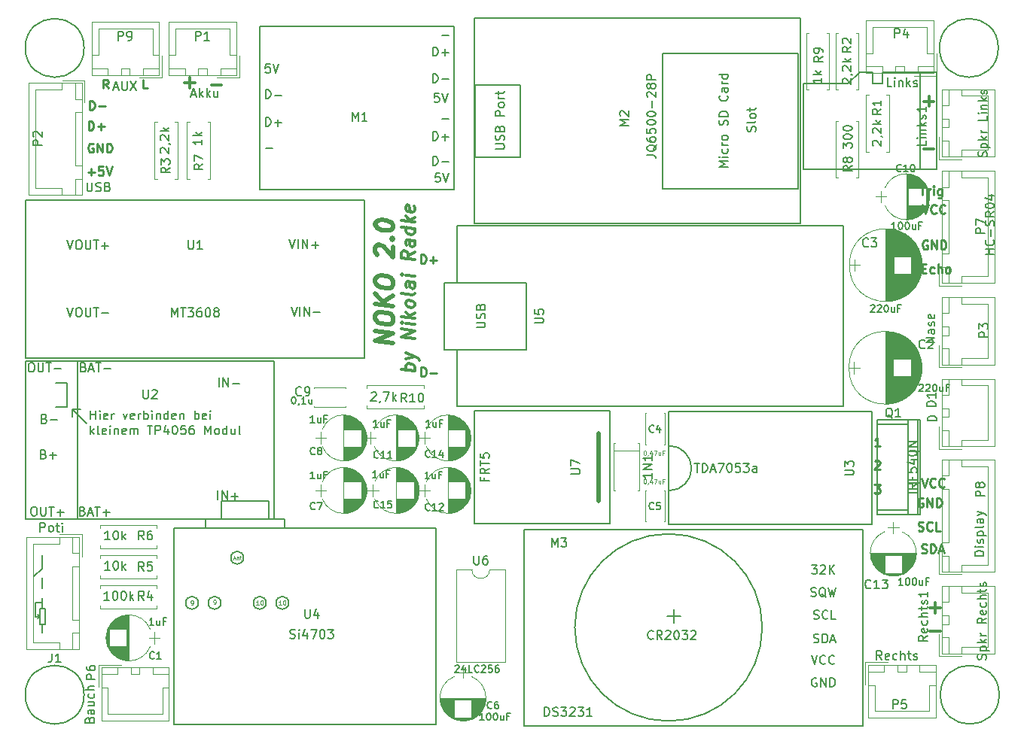
<source format=gbr>
G04 #@! TF.FileFunction,Legend,Top*
%FSLAX46Y46*%
G04 Gerber Fmt 4.6, Leading zero omitted, Abs format (unit mm)*
G04 Created by KiCad (PCBNEW 4.0.6+dfsg1-1) date Sat Feb 24 17:26:48 2018*
%MOMM*%
%LPD*%
G01*
G04 APERTURE LIST*
%ADD10C,0.100000*%
%ADD11C,0.250000*%
%ADD12C,0.300000*%
%ADD13C,0.200000*%
%ADD14C,0.500000*%
%ADD15C,0.120000*%
%ADD16C,0.150000*%
%ADD17C,0.125000*%
G04 APERTURE END LIST*
D10*
D11*
X133119048Y-104652381D02*
X133119048Y-103652381D01*
X133357143Y-103652381D01*
X133500001Y-103700000D01*
X133595239Y-103795238D01*
X133642858Y-103890476D01*
X133690477Y-104080952D01*
X133690477Y-104223810D01*
X133642858Y-104414286D01*
X133595239Y-104509524D01*
X133500001Y-104604762D01*
X133357143Y-104652381D01*
X133119048Y-104652381D01*
X134119048Y-104271429D02*
X134880953Y-104271429D01*
X133069048Y-91952381D02*
X133069048Y-90952381D01*
X133307143Y-90952381D01*
X133450001Y-91000000D01*
X133545239Y-91095238D01*
X133592858Y-91190476D01*
X133640477Y-91380952D01*
X133640477Y-91523810D01*
X133592858Y-91714286D01*
X133545239Y-91809524D01*
X133450001Y-91904762D01*
X133307143Y-91952381D01*
X133069048Y-91952381D01*
X134069048Y-91571429D02*
X134830953Y-91571429D01*
X134450001Y-91952381D02*
X134450001Y-91190476D01*
D12*
X132378571Y-104034821D02*
X130878571Y-103847321D01*
X131450000Y-103918750D02*
X131378571Y-103766964D01*
X131378571Y-103481250D01*
X131450000Y-103347322D01*
X131521429Y-103284822D01*
X131664286Y-103231250D01*
X132092857Y-103284821D01*
X132235714Y-103374107D01*
X132307143Y-103454465D01*
X132378571Y-103606250D01*
X132378571Y-103891964D01*
X132307143Y-104025893D01*
X131378571Y-102695535D02*
X132378571Y-102463392D01*
X131378571Y-101981250D02*
X132378571Y-102463392D01*
X132735714Y-102650893D01*
X132807143Y-102731250D01*
X132878571Y-102883035D01*
X132378571Y-100391964D02*
X130878571Y-100204464D01*
X132378571Y-99534821D01*
X130878571Y-99347321D01*
X132378571Y-98820535D02*
X131378571Y-98695535D01*
X130878571Y-98633035D02*
X130950000Y-98713393D01*
X131021429Y-98650893D01*
X130950000Y-98570536D01*
X130878571Y-98633035D01*
X131021429Y-98650893D01*
X132378571Y-98106249D02*
X130878571Y-97918749D01*
X131807143Y-97891964D02*
X132378571Y-97534821D01*
X131378571Y-97409821D02*
X131950000Y-98052678D01*
X132378571Y-96677677D02*
X132307143Y-96811607D01*
X132235714Y-96874106D01*
X132092857Y-96927678D01*
X131664286Y-96874107D01*
X131521429Y-96784821D01*
X131450000Y-96704464D01*
X131378571Y-96552677D01*
X131378571Y-96338392D01*
X131450000Y-96204464D01*
X131521429Y-96141964D01*
X131664286Y-96088392D01*
X132092857Y-96141963D01*
X132235714Y-96231249D01*
X132307143Y-96311607D01*
X132378571Y-96463392D01*
X132378571Y-96677677D01*
X132378571Y-95320534D02*
X132307143Y-95454464D01*
X132164286Y-95508035D01*
X130878571Y-95347320D01*
X132378571Y-94106249D02*
X131592857Y-94008035D01*
X131450000Y-94061607D01*
X131378571Y-94195535D01*
X131378571Y-94481249D01*
X131450000Y-94633035D01*
X132307143Y-94097321D02*
X132378571Y-94249106D01*
X132378571Y-94606249D01*
X132307143Y-94740178D01*
X132164286Y-94793750D01*
X132021429Y-94775893D01*
X131878571Y-94686606D01*
X131807143Y-94534821D01*
X131807143Y-94177678D01*
X131735714Y-94025892D01*
X132378571Y-93391963D02*
X131378571Y-93266963D01*
X130878571Y-93204463D02*
X130950000Y-93284821D01*
X131021429Y-93222321D01*
X130950000Y-93141964D01*
X130878571Y-93204463D01*
X131021429Y-93222321D01*
X132378571Y-90677677D02*
X131664286Y-91088392D01*
X132378571Y-91534820D02*
X130878571Y-91347320D01*
X130878571Y-90775892D01*
X130950000Y-90641963D01*
X131021429Y-90579464D01*
X131164286Y-90525892D01*
X131378571Y-90552677D01*
X131521429Y-90641964D01*
X131592857Y-90722320D01*
X131664286Y-90874107D01*
X131664286Y-91445535D01*
X132378571Y-89391963D02*
X131592857Y-89293749D01*
X131450000Y-89347321D01*
X131378571Y-89481249D01*
X131378571Y-89766963D01*
X131450000Y-89918749D01*
X132307143Y-89383035D02*
X132378571Y-89534820D01*
X132378571Y-89891963D01*
X132307143Y-90025892D01*
X132164286Y-90079464D01*
X132021429Y-90061607D01*
X131878571Y-89972320D01*
X131807143Y-89820535D01*
X131807143Y-89463392D01*
X131735714Y-89311606D01*
X132378571Y-88034820D02*
X130878571Y-87847320D01*
X132307143Y-88025892D02*
X132378571Y-88177677D01*
X132378571Y-88463391D01*
X132307143Y-88597321D01*
X132235714Y-88659820D01*
X132092857Y-88713392D01*
X131664286Y-88659821D01*
X131521429Y-88570535D01*
X131450000Y-88490178D01*
X131378571Y-88338391D01*
X131378571Y-88052677D01*
X131450000Y-87918749D01*
X132378571Y-87320534D02*
X130878571Y-87133034D01*
X131807143Y-87106249D02*
X132378571Y-86749106D01*
X131378571Y-86624106D02*
X131950000Y-87266963D01*
X132307143Y-85525892D02*
X132378571Y-85677677D01*
X132378571Y-85963391D01*
X132307143Y-86097320D01*
X132164286Y-86150892D01*
X131592857Y-86079463D01*
X131450000Y-85990177D01*
X131378571Y-85838391D01*
X131378571Y-85552677D01*
X131450000Y-85418749D01*
X131592857Y-85365177D01*
X131735714Y-85383034D01*
X131878571Y-86115177D01*
D13*
X90200000Y-131700000D02*
X90000000Y-131900000D01*
X90000000Y-131500000D02*
X90200000Y-131700000D01*
X90200000Y-131700000D02*
X90000000Y-131500000D01*
X89700000Y-131700000D02*
X90200000Y-131700000D01*
X89700000Y-130100000D02*
X89700000Y-131700000D01*
X90500000Y-130100000D02*
X89700000Y-130100000D01*
X90500000Y-129600000D02*
X90500000Y-130100000D01*
X90500000Y-130100000D02*
X90500000Y-129600000D01*
X90500000Y-132600000D02*
X90500000Y-133500000D01*
X90200000Y-132600000D02*
X90500000Y-132600000D01*
X90200000Y-130800000D02*
X90200000Y-132600000D01*
X90800000Y-130800000D02*
X90200000Y-130800000D01*
X90800000Y-132600000D02*
X90800000Y-130800000D01*
X90200000Y-132600000D02*
X90800000Y-132600000D01*
X90200000Y-130800000D02*
X90200000Y-132600000D01*
X90500000Y-130800000D02*
X90200000Y-130800000D01*
X90500000Y-130100000D02*
X90500000Y-130800000D01*
X90500000Y-127300000D02*
X90500000Y-128500000D01*
X90500000Y-126300000D02*
X89600000Y-127200000D01*
X90500000Y-124800000D02*
X90500000Y-126300000D01*
X93900000Y-108400000D02*
X94800000Y-108400000D01*
X93900000Y-109200000D02*
X93900000Y-108400000D01*
X93900000Y-108400000D02*
X93900000Y-109200000D01*
X93900000Y-108400000D02*
X95500000Y-110000000D01*
X95938095Y-109502381D02*
X95938095Y-108502381D01*
X95938095Y-108978571D02*
X96509524Y-108978571D01*
X96509524Y-109502381D02*
X96509524Y-108502381D01*
X96985714Y-109502381D02*
X96985714Y-108835714D01*
X96985714Y-108502381D02*
X96938095Y-108550000D01*
X96985714Y-108597619D01*
X97033333Y-108550000D01*
X96985714Y-108502381D01*
X96985714Y-108597619D01*
X97842857Y-109454762D02*
X97747619Y-109502381D01*
X97557142Y-109502381D01*
X97461904Y-109454762D01*
X97414285Y-109359524D01*
X97414285Y-108978571D01*
X97461904Y-108883333D01*
X97557142Y-108835714D01*
X97747619Y-108835714D01*
X97842857Y-108883333D01*
X97890476Y-108978571D01*
X97890476Y-109073810D01*
X97414285Y-109169048D01*
X98319047Y-109502381D02*
X98319047Y-108835714D01*
X98319047Y-109026190D02*
X98366666Y-108930952D01*
X98414285Y-108883333D01*
X98509523Y-108835714D01*
X98604762Y-108835714D01*
X99604762Y-108835714D02*
X99842857Y-109502381D01*
X100080953Y-108835714D01*
X100842858Y-109454762D02*
X100747620Y-109502381D01*
X100557143Y-109502381D01*
X100461905Y-109454762D01*
X100414286Y-109359524D01*
X100414286Y-108978571D01*
X100461905Y-108883333D01*
X100557143Y-108835714D01*
X100747620Y-108835714D01*
X100842858Y-108883333D01*
X100890477Y-108978571D01*
X100890477Y-109073810D01*
X100414286Y-109169048D01*
X101319048Y-109502381D02*
X101319048Y-108835714D01*
X101319048Y-109026190D02*
X101366667Y-108930952D01*
X101414286Y-108883333D01*
X101509524Y-108835714D01*
X101604763Y-108835714D01*
X101938096Y-109502381D02*
X101938096Y-108502381D01*
X101938096Y-108883333D02*
X102033334Y-108835714D01*
X102223811Y-108835714D01*
X102319049Y-108883333D01*
X102366668Y-108930952D01*
X102414287Y-109026190D01*
X102414287Y-109311905D01*
X102366668Y-109407143D01*
X102319049Y-109454762D01*
X102223811Y-109502381D01*
X102033334Y-109502381D01*
X101938096Y-109454762D01*
X102842858Y-109502381D02*
X102842858Y-108835714D01*
X102842858Y-108502381D02*
X102795239Y-108550000D01*
X102842858Y-108597619D01*
X102890477Y-108550000D01*
X102842858Y-108502381D01*
X102842858Y-108597619D01*
X103319048Y-108835714D02*
X103319048Y-109502381D01*
X103319048Y-108930952D02*
X103366667Y-108883333D01*
X103461905Y-108835714D01*
X103604763Y-108835714D01*
X103700001Y-108883333D01*
X103747620Y-108978571D01*
X103747620Y-109502381D01*
X104652382Y-109502381D02*
X104652382Y-108502381D01*
X104652382Y-109454762D02*
X104557144Y-109502381D01*
X104366667Y-109502381D01*
X104271429Y-109454762D01*
X104223810Y-109407143D01*
X104176191Y-109311905D01*
X104176191Y-109026190D01*
X104223810Y-108930952D01*
X104271429Y-108883333D01*
X104366667Y-108835714D01*
X104557144Y-108835714D01*
X104652382Y-108883333D01*
X105509525Y-109454762D02*
X105414287Y-109502381D01*
X105223810Y-109502381D01*
X105128572Y-109454762D01*
X105080953Y-109359524D01*
X105080953Y-108978571D01*
X105128572Y-108883333D01*
X105223810Y-108835714D01*
X105414287Y-108835714D01*
X105509525Y-108883333D01*
X105557144Y-108978571D01*
X105557144Y-109073810D01*
X105080953Y-109169048D01*
X105985715Y-108835714D02*
X105985715Y-109502381D01*
X105985715Y-108930952D02*
X106033334Y-108883333D01*
X106128572Y-108835714D01*
X106271430Y-108835714D01*
X106366668Y-108883333D01*
X106414287Y-108978571D01*
X106414287Y-109502381D01*
X107652382Y-109502381D02*
X107652382Y-108502381D01*
X107652382Y-108883333D02*
X107747620Y-108835714D01*
X107938097Y-108835714D01*
X108033335Y-108883333D01*
X108080954Y-108930952D01*
X108128573Y-109026190D01*
X108128573Y-109311905D01*
X108080954Y-109407143D01*
X108033335Y-109454762D01*
X107938097Y-109502381D01*
X107747620Y-109502381D01*
X107652382Y-109454762D01*
X108938097Y-109454762D02*
X108842859Y-109502381D01*
X108652382Y-109502381D01*
X108557144Y-109454762D01*
X108509525Y-109359524D01*
X108509525Y-108978571D01*
X108557144Y-108883333D01*
X108652382Y-108835714D01*
X108842859Y-108835714D01*
X108938097Y-108883333D01*
X108985716Y-108978571D01*
X108985716Y-109073810D01*
X108509525Y-109169048D01*
X109414287Y-109502381D02*
X109414287Y-108835714D01*
X109414287Y-108502381D02*
X109366668Y-108550000D01*
X109414287Y-108597619D01*
X109461906Y-108550000D01*
X109414287Y-108502381D01*
X109414287Y-108597619D01*
X95938095Y-111202381D02*
X95938095Y-110202381D01*
X96033333Y-110821429D02*
X96319048Y-111202381D01*
X96319048Y-110535714D02*
X95938095Y-110916667D01*
X96890476Y-111202381D02*
X96795238Y-111154762D01*
X96747619Y-111059524D01*
X96747619Y-110202381D01*
X97652382Y-111154762D02*
X97557144Y-111202381D01*
X97366667Y-111202381D01*
X97271429Y-111154762D01*
X97223810Y-111059524D01*
X97223810Y-110678571D01*
X97271429Y-110583333D01*
X97366667Y-110535714D01*
X97557144Y-110535714D01*
X97652382Y-110583333D01*
X97700001Y-110678571D01*
X97700001Y-110773810D01*
X97223810Y-110869048D01*
X98128572Y-111202381D02*
X98128572Y-110535714D01*
X98128572Y-110202381D02*
X98080953Y-110250000D01*
X98128572Y-110297619D01*
X98176191Y-110250000D01*
X98128572Y-110202381D01*
X98128572Y-110297619D01*
X98604762Y-110535714D02*
X98604762Y-111202381D01*
X98604762Y-110630952D02*
X98652381Y-110583333D01*
X98747619Y-110535714D01*
X98890477Y-110535714D01*
X98985715Y-110583333D01*
X99033334Y-110678571D01*
X99033334Y-111202381D01*
X99890477Y-111154762D02*
X99795239Y-111202381D01*
X99604762Y-111202381D01*
X99509524Y-111154762D01*
X99461905Y-111059524D01*
X99461905Y-110678571D01*
X99509524Y-110583333D01*
X99604762Y-110535714D01*
X99795239Y-110535714D01*
X99890477Y-110583333D01*
X99938096Y-110678571D01*
X99938096Y-110773810D01*
X99461905Y-110869048D01*
X100366667Y-111202381D02*
X100366667Y-110535714D01*
X100366667Y-110630952D02*
X100414286Y-110583333D01*
X100509524Y-110535714D01*
X100652382Y-110535714D01*
X100747620Y-110583333D01*
X100795239Y-110678571D01*
X100795239Y-111202381D01*
X100795239Y-110678571D02*
X100842858Y-110583333D01*
X100938096Y-110535714D01*
X101080953Y-110535714D01*
X101176191Y-110583333D01*
X101223810Y-110678571D01*
X101223810Y-111202381D01*
X102319048Y-110202381D02*
X102890477Y-110202381D01*
X102604762Y-111202381D02*
X102604762Y-110202381D01*
X103223810Y-111202381D02*
X103223810Y-110202381D01*
X103604763Y-110202381D01*
X103700001Y-110250000D01*
X103747620Y-110297619D01*
X103795239Y-110392857D01*
X103795239Y-110535714D01*
X103747620Y-110630952D01*
X103700001Y-110678571D01*
X103604763Y-110726190D01*
X103223810Y-110726190D01*
X104652382Y-110535714D02*
X104652382Y-111202381D01*
X104414286Y-110154762D02*
X104176191Y-110869048D01*
X104795239Y-110869048D01*
X105366667Y-110202381D02*
X105461906Y-110202381D01*
X105557144Y-110250000D01*
X105604763Y-110297619D01*
X105652382Y-110392857D01*
X105700001Y-110583333D01*
X105700001Y-110821429D01*
X105652382Y-111011905D01*
X105604763Y-111107143D01*
X105557144Y-111154762D01*
X105461906Y-111202381D01*
X105366667Y-111202381D01*
X105271429Y-111154762D01*
X105223810Y-111107143D01*
X105176191Y-111011905D01*
X105128572Y-110821429D01*
X105128572Y-110583333D01*
X105176191Y-110392857D01*
X105223810Y-110297619D01*
X105271429Y-110250000D01*
X105366667Y-110202381D01*
X106604763Y-110202381D02*
X106128572Y-110202381D01*
X106080953Y-110678571D01*
X106128572Y-110630952D01*
X106223810Y-110583333D01*
X106461906Y-110583333D01*
X106557144Y-110630952D01*
X106604763Y-110678571D01*
X106652382Y-110773810D01*
X106652382Y-111011905D01*
X106604763Y-111107143D01*
X106557144Y-111154762D01*
X106461906Y-111202381D01*
X106223810Y-111202381D01*
X106128572Y-111154762D01*
X106080953Y-111107143D01*
X107509525Y-110202381D02*
X107319048Y-110202381D01*
X107223810Y-110250000D01*
X107176191Y-110297619D01*
X107080953Y-110440476D01*
X107033334Y-110630952D01*
X107033334Y-111011905D01*
X107080953Y-111107143D01*
X107128572Y-111154762D01*
X107223810Y-111202381D01*
X107414287Y-111202381D01*
X107509525Y-111154762D01*
X107557144Y-111107143D01*
X107604763Y-111011905D01*
X107604763Y-110773810D01*
X107557144Y-110678571D01*
X107509525Y-110630952D01*
X107414287Y-110583333D01*
X107223810Y-110583333D01*
X107128572Y-110630952D01*
X107080953Y-110678571D01*
X107033334Y-110773810D01*
X108795239Y-111202381D02*
X108795239Y-110202381D01*
X109128573Y-110916667D01*
X109461906Y-110202381D01*
X109461906Y-111202381D01*
X110080953Y-111202381D02*
X109985715Y-111154762D01*
X109938096Y-111107143D01*
X109890477Y-111011905D01*
X109890477Y-110726190D01*
X109938096Y-110630952D01*
X109985715Y-110583333D01*
X110080953Y-110535714D01*
X110223811Y-110535714D01*
X110319049Y-110583333D01*
X110366668Y-110630952D01*
X110414287Y-110726190D01*
X110414287Y-111011905D01*
X110366668Y-111107143D01*
X110319049Y-111154762D01*
X110223811Y-111202381D01*
X110080953Y-111202381D01*
X111271430Y-111202381D02*
X111271430Y-110202381D01*
X111271430Y-111154762D02*
X111176192Y-111202381D01*
X110985715Y-111202381D01*
X110890477Y-111154762D01*
X110842858Y-111107143D01*
X110795239Y-111011905D01*
X110795239Y-110726190D01*
X110842858Y-110630952D01*
X110890477Y-110583333D01*
X110985715Y-110535714D01*
X111176192Y-110535714D01*
X111271430Y-110583333D01*
X112176192Y-110535714D02*
X112176192Y-111202381D01*
X111747620Y-110535714D02*
X111747620Y-111059524D01*
X111795239Y-111154762D01*
X111890477Y-111202381D01*
X112033335Y-111202381D01*
X112128573Y-111154762D01*
X112176192Y-111107143D01*
X112795239Y-111202381D02*
X112700001Y-111154762D01*
X112652382Y-111059524D01*
X112652382Y-110202381D01*
X92000000Y-108100000D02*
X92300000Y-108100000D01*
X92000000Y-105400000D02*
X92300000Y-105400000D01*
X92000000Y-105400000D02*
X92100000Y-105400000D01*
X93300000Y-108100000D02*
X92100000Y-108100000D01*
X93300000Y-105400000D02*
X93300000Y-108100000D01*
X92200000Y-105400000D02*
X93300000Y-105400000D01*
D11*
X97909524Y-72252381D02*
X97576190Y-71776190D01*
X97338095Y-72252381D02*
X97338095Y-71252381D01*
X97719048Y-71252381D01*
X97814286Y-71300000D01*
X97861905Y-71347619D01*
X97909524Y-71442857D01*
X97909524Y-71585714D01*
X97861905Y-71680952D01*
X97814286Y-71728571D01*
X97719048Y-71776190D01*
X97338095Y-71776190D01*
X102309524Y-72252381D02*
X101833333Y-72252381D01*
X101833333Y-71252381D01*
X95614286Y-81671429D02*
X96376191Y-81671429D01*
X95995239Y-82052381D02*
X95995239Y-81290476D01*
X97328572Y-81052381D02*
X96852381Y-81052381D01*
X96804762Y-81528571D01*
X96852381Y-81480952D01*
X96947619Y-81433333D01*
X97185715Y-81433333D01*
X97280953Y-81480952D01*
X97328572Y-81528571D01*
X97376191Y-81623810D01*
X97376191Y-81861905D01*
X97328572Y-81957143D01*
X97280953Y-82004762D01*
X97185715Y-82052381D01*
X96947619Y-82052381D01*
X96852381Y-82004762D01*
X96804762Y-81957143D01*
X97661905Y-81052381D02*
X97995238Y-82052381D01*
X98328572Y-81052381D01*
X96238096Y-78500000D02*
X96142858Y-78452381D01*
X96000001Y-78452381D01*
X95857143Y-78500000D01*
X95761905Y-78595238D01*
X95714286Y-78690476D01*
X95666667Y-78880952D01*
X95666667Y-79023810D01*
X95714286Y-79214286D01*
X95761905Y-79309524D01*
X95857143Y-79404762D01*
X96000001Y-79452381D01*
X96095239Y-79452381D01*
X96238096Y-79404762D01*
X96285715Y-79357143D01*
X96285715Y-79023810D01*
X96095239Y-79023810D01*
X96714286Y-79452381D02*
X96714286Y-78452381D01*
X97285715Y-79452381D01*
X97285715Y-78452381D01*
X97761905Y-79452381D02*
X97761905Y-78452381D01*
X98000000Y-78452381D01*
X98142858Y-78500000D01*
X98238096Y-78595238D01*
X98285715Y-78690476D01*
X98333334Y-78880952D01*
X98333334Y-79023810D01*
X98285715Y-79214286D01*
X98238096Y-79309524D01*
X98142858Y-79404762D01*
X98000000Y-79452381D01*
X97761905Y-79452381D01*
X95719048Y-76952381D02*
X95719048Y-75952381D01*
X95957143Y-75952381D01*
X96100001Y-76000000D01*
X96195239Y-76095238D01*
X96242858Y-76190476D01*
X96290477Y-76380952D01*
X96290477Y-76523810D01*
X96242858Y-76714286D01*
X96195239Y-76809524D01*
X96100001Y-76904762D01*
X95957143Y-76952381D01*
X95719048Y-76952381D01*
X96719048Y-76571429D02*
X97480953Y-76571429D01*
X97100001Y-76952381D02*
X97100001Y-76190476D01*
X95819048Y-74652381D02*
X95819048Y-73652381D01*
X96057143Y-73652381D01*
X96200001Y-73700000D01*
X96295239Y-73795238D01*
X96342858Y-73890476D01*
X96390477Y-74080952D01*
X96390477Y-74223810D01*
X96342858Y-74414286D01*
X96295239Y-74509524D01*
X96200001Y-74604762D01*
X96057143Y-74652381D01*
X95819048Y-74652381D01*
X96819048Y-74271429D02*
X97580953Y-74271429D01*
D12*
X106528572Y-71607143D02*
X107671429Y-71607143D01*
X107100000Y-72178571D02*
X107100000Y-71035714D01*
X109528572Y-71907143D02*
X110671429Y-71907143D01*
D11*
X184066667Y-116852381D02*
X184685715Y-116852381D01*
X184352381Y-117233333D01*
X184495239Y-117233333D01*
X184590477Y-117280952D01*
X184638096Y-117328571D01*
X184685715Y-117423810D01*
X184685715Y-117661905D01*
X184638096Y-117757143D01*
X184590477Y-117804762D01*
X184495239Y-117852381D01*
X184209524Y-117852381D01*
X184114286Y-117804762D01*
X184066667Y-117757143D01*
X184114286Y-114247619D02*
X184161905Y-114200000D01*
X184257143Y-114152381D01*
X184495239Y-114152381D01*
X184590477Y-114200000D01*
X184638096Y-114247619D01*
X184685715Y-114342857D01*
X184685715Y-114438095D01*
X184638096Y-114580952D01*
X184066667Y-115152381D01*
X184685715Y-115152381D01*
X184685715Y-112552381D02*
X184114286Y-112552381D01*
X184400000Y-112552381D02*
X184400000Y-111552381D01*
X184304762Y-111695238D01*
X184209524Y-111790476D01*
X184114286Y-111838095D01*
X189366667Y-116152381D02*
X189700000Y-117152381D01*
X190033334Y-116152381D01*
X190938096Y-117057143D02*
X190890477Y-117104762D01*
X190747620Y-117152381D01*
X190652382Y-117152381D01*
X190509524Y-117104762D01*
X190414286Y-117009524D01*
X190366667Y-116914286D01*
X190319048Y-116723810D01*
X190319048Y-116580952D01*
X190366667Y-116390476D01*
X190414286Y-116295238D01*
X190509524Y-116200000D01*
X190652382Y-116152381D01*
X190747620Y-116152381D01*
X190890477Y-116200000D01*
X190938096Y-116247619D01*
X191938096Y-117057143D02*
X191890477Y-117104762D01*
X191747620Y-117152381D01*
X191652382Y-117152381D01*
X191509524Y-117104762D01*
X191414286Y-117009524D01*
X191366667Y-116914286D01*
X191319048Y-116723810D01*
X191319048Y-116580952D01*
X191366667Y-116390476D01*
X191414286Y-116295238D01*
X191509524Y-116200000D01*
X191652382Y-116152381D01*
X191747620Y-116152381D01*
X191890477Y-116200000D01*
X191938096Y-116247619D01*
X189538096Y-118400000D02*
X189442858Y-118352381D01*
X189300001Y-118352381D01*
X189157143Y-118400000D01*
X189061905Y-118495238D01*
X189014286Y-118590476D01*
X188966667Y-118780952D01*
X188966667Y-118923810D01*
X189014286Y-119114286D01*
X189061905Y-119209524D01*
X189157143Y-119304762D01*
X189300001Y-119352381D01*
X189395239Y-119352381D01*
X189538096Y-119304762D01*
X189585715Y-119257143D01*
X189585715Y-118923810D01*
X189395239Y-118923810D01*
X190014286Y-119352381D02*
X190014286Y-118352381D01*
X190585715Y-119352381D01*
X190585715Y-118352381D01*
X191061905Y-119352381D02*
X191061905Y-118352381D01*
X191300000Y-118352381D01*
X191442858Y-118400000D01*
X191538096Y-118495238D01*
X191585715Y-118590476D01*
X191633334Y-118780952D01*
X191633334Y-118923810D01*
X191585715Y-119114286D01*
X191538096Y-119209524D01*
X191442858Y-119304762D01*
X191300000Y-119352381D01*
X191061905Y-119352381D01*
X189009524Y-122004762D02*
X189152381Y-122052381D01*
X189390477Y-122052381D01*
X189485715Y-122004762D01*
X189533334Y-121957143D01*
X189580953Y-121861905D01*
X189580953Y-121766667D01*
X189533334Y-121671429D01*
X189485715Y-121623810D01*
X189390477Y-121576190D01*
X189200000Y-121528571D01*
X189104762Y-121480952D01*
X189057143Y-121433333D01*
X189009524Y-121338095D01*
X189009524Y-121242857D01*
X189057143Y-121147619D01*
X189104762Y-121100000D01*
X189200000Y-121052381D01*
X189438096Y-121052381D01*
X189580953Y-121100000D01*
X190580953Y-121957143D02*
X190533334Y-122004762D01*
X190390477Y-122052381D01*
X190295239Y-122052381D01*
X190152381Y-122004762D01*
X190057143Y-121909524D01*
X190009524Y-121814286D01*
X189961905Y-121623810D01*
X189961905Y-121480952D01*
X190009524Y-121290476D01*
X190057143Y-121195238D01*
X190152381Y-121100000D01*
X190295239Y-121052381D01*
X190390477Y-121052381D01*
X190533334Y-121100000D01*
X190580953Y-121147619D01*
X191485715Y-122052381D02*
X191009524Y-122052381D01*
X191009524Y-121052381D01*
X189385714Y-124504762D02*
X189528571Y-124552381D01*
X189766667Y-124552381D01*
X189861905Y-124504762D01*
X189909524Y-124457143D01*
X189957143Y-124361905D01*
X189957143Y-124266667D01*
X189909524Y-124171429D01*
X189861905Y-124123810D01*
X189766667Y-124076190D01*
X189576190Y-124028571D01*
X189480952Y-123980952D01*
X189433333Y-123933333D01*
X189385714Y-123838095D01*
X189385714Y-123742857D01*
X189433333Y-123647619D01*
X189480952Y-123600000D01*
X189576190Y-123552381D01*
X189814286Y-123552381D01*
X189957143Y-123600000D01*
X190385714Y-124552381D02*
X190385714Y-123552381D01*
X190623809Y-123552381D01*
X190766667Y-123600000D01*
X190861905Y-123695238D01*
X190909524Y-123790476D01*
X190957143Y-123980952D01*
X190957143Y-124123810D01*
X190909524Y-124314286D01*
X190861905Y-124409524D01*
X190766667Y-124504762D01*
X190623809Y-124552381D01*
X190385714Y-124552381D01*
X191338095Y-124266667D02*
X191814286Y-124266667D01*
X191242857Y-124552381D02*
X191576190Y-123552381D01*
X191909524Y-124552381D01*
X189214286Y-83252381D02*
X189785715Y-83252381D01*
X189500000Y-84252381D02*
X189500000Y-83252381D01*
X190119048Y-84252381D02*
X190119048Y-83585714D01*
X190119048Y-83776190D02*
X190166667Y-83680952D01*
X190214286Y-83633333D01*
X190309524Y-83585714D01*
X190404763Y-83585714D01*
X190738096Y-84252381D02*
X190738096Y-83585714D01*
X190738096Y-83252381D02*
X190690477Y-83300000D01*
X190738096Y-83347619D01*
X190785715Y-83300000D01*
X190738096Y-83252381D01*
X190738096Y-83347619D01*
X191642858Y-83585714D02*
X191642858Y-84395238D01*
X191595239Y-84490476D01*
X191547620Y-84538095D01*
X191452381Y-84585714D01*
X191309524Y-84585714D01*
X191214286Y-84538095D01*
X191642858Y-84204762D02*
X191547620Y-84252381D01*
X191357143Y-84252381D01*
X191261905Y-84204762D01*
X191214286Y-84157143D01*
X191166667Y-84061905D01*
X191166667Y-83776190D01*
X191214286Y-83680952D01*
X191261905Y-83633333D01*
X191357143Y-83585714D01*
X191547620Y-83585714D01*
X191642858Y-83633333D01*
X189452381Y-92528571D02*
X189785715Y-92528571D01*
X189928572Y-93052381D02*
X189452381Y-93052381D01*
X189452381Y-92052381D01*
X189928572Y-92052381D01*
X190785715Y-93004762D02*
X190690477Y-93052381D01*
X190500000Y-93052381D01*
X190404762Y-93004762D01*
X190357143Y-92957143D01*
X190309524Y-92861905D01*
X190309524Y-92576190D01*
X190357143Y-92480952D01*
X190404762Y-92433333D01*
X190500000Y-92385714D01*
X190690477Y-92385714D01*
X190785715Y-92433333D01*
X191214286Y-93052381D02*
X191214286Y-92052381D01*
X191642858Y-93052381D02*
X191642858Y-92528571D01*
X191595239Y-92433333D01*
X191500001Y-92385714D01*
X191357143Y-92385714D01*
X191261905Y-92433333D01*
X191214286Y-92480952D01*
X192261905Y-93052381D02*
X192166667Y-93004762D01*
X192119048Y-92957143D01*
X192071429Y-92861905D01*
X192071429Y-92576190D01*
X192119048Y-92480952D01*
X192166667Y-92433333D01*
X192261905Y-92385714D01*
X192404763Y-92385714D01*
X192500001Y-92433333D01*
X192547620Y-92480952D01*
X192595239Y-92576190D01*
X192595239Y-92861905D01*
X192547620Y-92957143D01*
X192500001Y-93004762D01*
X192404763Y-93052381D01*
X192261905Y-93052381D01*
X190038096Y-89400000D02*
X189942858Y-89352381D01*
X189800001Y-89352381D01*
X189657143Y-89400000D01*
X189561905Y-89495238D01*
X189514286Y-89590476D01*
X189466667Y-89780952D01*
X189466667Y-89923810D01*
X189514286Y-90114286D01*
X189561905Y-90209524D01*
X189657143Y-90304762D01*
X189800001Y-90352381D01*
X189895239Y-90352381D01*
X190038096Y-90304762D01*
X190085715Y-90257143D01*
X190085715Y-89923810D01*
X189895239Y-89923810D01*
X190514286Y-90352381D02*
X190514286Y-89352381D01*
X191085715Y-90352381D01*
X191085715Y-89352381D01*
X191561905Y-90352381D02*
X191561905Y-89352381D01*
X191800000Y-89352381D01*
X191942858Y-89400000D01*
X192038096Y-89495238D01*
X192085715Y-89590476D01*
X192133334Y-89780952D01*
X192133334Y-89923810D01*
X192085715Y-90114286D01*
X192038096Y-90209524D01*
X191942858Y-90304762D01*
X191800000Y-90352381D01*
X191561905Y-90352381D01*
X189466667Y-85352381D02*
X189800000Y-86352381D01*
X190133334Y-85352381D01*
X191038096Y-86257143D02*
X190990477Y-86304762D01*
X190847620Y-86352381D01*
X190752382Y-86352381D01*
X190609524Y-86304762D01*
X190514286Y-86209524D01*
X190466667Y-86114286D01*
X190419048Y-85923810D01*
X190419048Y-85780952D01*
X190466667Y-85590476D01*
X190514286Y-85495238D01*
X190609524Y-85400000D01*
X190752382Y-85352381D01*
X190847620Y-85352381D01*
X190990477Y-85400000D01*
X191038096Y-85447619D01*
X192038096Y-86257143D02*
X191990477Y-86304762D01*
X191847620Y-86352381D01*
X191752382Y-86352381D01*
X191609524Y-86304762D01*
X191514286Y-86209524D01*
X191466667Y-86114286D01*
X191419048Y-85923810D01*
X191419048Y-85780952D01*
X191466667Y-85590476D01*
X191514286Y-85495238D01*
X191609524Y-85400000D01*
X191752382Y-85352381D01*
X191847620Y-85352381D01*
X191990477Y-85400000D01*
X192038096Y-85447619D01*
D12*
X189628572Y-73707143D02*
X190771429Y-73707143D01*
X190200000Y-74278571D02*
X190200000Y-73135714D01*
X189628572Y-79107143D02*
X190771429Y-79107143D01*
X190328572Y-130707143D02*
X191471429Y-130707143D01*
X190900000Y-131278571D02*
X190900000Y-130135714D01*
X190328572Y-133307143D02*
X191471429Y-133307143D01*
D13*
X198106055Y-140500000D02*
G75*
G03X198106055Y-140500000I-3306055J0D01*
G01*
X198006055Y-67700000D02*
G75*
G03X198006055Y-67700000I-3306055J0D01*
G01*
X95206055Y-67700000D02*
G75*
G03X95206055Y-67700000I-3306055J0D01*
G01*
X95206055Y-140500000D02*
G75*
G03X95206055Y-140500000I-3306055J0D01*
G01*
D14*
X129954762Y-100922619D02*
X127954762Y-100672619D01*
X129954762Y-99779761D01*
X127954762Y-99529761D01*
X127954762Y-98196428D02*
X127954762Y-97815476D01*
X128050000Y-97636905D01*
X128240476Y-97470237D01*
X128621429Y-97422619D01*
X129288095Y-97505952D01*
X129669048Y-97648809D01*
X129859524Y-97863095D01*
X129954762Y-98065476D01*
X129954762Y-98446428D01*
X129859524Y-98624999D01*
X129669048Y-98791667D01*
X129288095Y-98839286D01*
X128621429Y-98755953D01*
X128240476Y-98613095D01*
X128050000Y-98398809D01*
X127954762Y-98196428D01*
X129954762Y-96732143D02*
X127954762Y-96482143D01*
X129954762Y-95589285D02*
X128811905Y-96303571D01*
X127954762Y-95339285D02*
X129097619Y-96625000D01*
X127954762Y-94101190D02*
X127954762Y-93720238D01*
X128050000Y-93541667D01*
X128240476Y-93374999D01*
X128621429Y-93327381D01*
X129288095Y-93410714D01*
X129669048Y-93553571D01*
X129859524Y-93767857D01*
X129954762Y-93970238D01*
X129954762Y-94351190D01*
X129859524Y-94529761D01*
X129669048Y-94696429D01*
X129288095Y-94744048D01*
X128621429Y-94660715D01*
X128240476Y-94517857D01*
X128050000Y-94303571D01*
X127954762Y-94101190D01*
X128145238Y-90982143D02*
X128050000Y-90875000D01*
X127954762Y-90672618D01*
X127954762Y-90196428D01*
X128050000Y-90017857D01*
X128145238Y-89934524D01*
X128335714Y-89863094D01*
X128526190Y-89886904D01*
X128811905Y-90017857D01*
X129954762Y-91303571D01*
X129954762Y-90065475D01*
X129764286Y-89184524D02*
X129859524Y-89101189D01*
X129954762Y-89208333D01*
X129859524Y-89291666D01*
X129764286Y-89184524D01*
X129954762Y-89208333D01*
X127954762Y-87624999D02*
X127954762Y-87434523D01*
X128050000Y-87255952D01*
X128145238Y-87172619D01*
X128335714Y-87101190D01*
X128716667Y-87053570D01*
X129192857Y-87113094D01*
X129573810Y-87255952D01*
X129764286Y-87375000D01*
X129859524Y-87482142D01*
X129954762Y-87684523D01*
X129954762Y-87874999D01*
X129859524Y-88053570D01*
X129764286Y-88136904D01*
X129573810Y-88208333D01*
X129192857Y-88255952D01*
X128716667Y-88196428D01*
X128335714Y-88053571D01*
X128145238Y-87934523D01*
X128050000Y-87827380D01*
X127954762Y-87624999D01*
D15*
X97853137Y-135081400D02*
G75*
G03X102647436Y-135080000I2396863J981400D01*
G01*
X97853137Y-133118600D02*
G75*
G02X102647436Y-133120000I2396863J-981400D01*
G01*
X97853137Y-133118600D02*
G75*
G03X97852564Y-135080000I2396863J-981400D01*
G01*
X100250000Y-136650000D02*
X100250000Y-131550000D01*
X100210000Y-136650000D02*
X100210000Y-131550000D01*
X100170000Y-136649000D02*
X100170000Y-131551000D01*
X100130000Y-136648000D02*
X100130000Y-131552000D01*
X100090000Y-136646000D02*
X100090000Y-131554000D01*
X100050000Y-136643000D02*
X100050000Y-131557000D01*
X100010000Y-136639000D02*
X100010000Y-131561000D01*
X99970000Y-136635000D02*
X99970000Y-135080000D01*
X99970000Y-133120000D02*
X99970000Y-131565000D01*
X99930000Y-136631000D02*
X99930000Y-135080000D01*
X99930000Y-133120000D02*
X99930000Y-131569000D01*
X99890000Y-136625000D02*
X99890000Y-135080000D01*
X99890000Y-133120000D02*
X99890000Y-131575000D01*
X99850000Y-136619000D02*
X99850000Y-135080000D01*
X99850000Y-133120000D02*
X99850000Y-131581000D01*
X99810000Y-136613000D02*
X99810000Y-135080000D01*
X99810000Y-133120000D02*
X99810000Y-131587000D01*
X99770000Y-136606000D02*
X99770000Y-135080000D01*
X99770000Y-133120000D02*
X99770000Y-131594000D01*
X99730000Y-136598000D02*
X99730000Y-135080000D01*
X99730000Y-133120000D02*
X99730000Y-131602000D01*
X99690000Y-136589000D02*
X99690000Y-135080000D01*
X99690000Y-133120000D02*
X99690000Y-131611000D01*
X99650000Y-136580000D02*
X99650000Y-135080000D01*
X99650000Y-133120000D02*
X99650000Y-131620000D01*
X99610000Y-136570000D02*
X99610000Y-135080000D01*
X99610000Y-133120000D02*
X99610000Y-131630000D01*
X99570000Y-136560000D02*
X99570000Y-135080000D01*
X99570000Y-133120000D02*
X99570000Y-131640000D01*
X99529000Y-136548000D02*
X99529000Y-135080000D01*
X99529000Y-133120000D02*
X99529000Y-131652000D01*
X99489000Y-136536000D02*
X99489000Y-135080000D01*
X99489000Y-133120000D02*
X99489000Y-131664000D01*
X99449000Y-136524000D02*
X99449000Y-135080000D01*
X99449000Y-133120000D02*
X99449000Y-131676000D01*
X99409000Y-136510000D02*
X99409000Y-135080000D01*
X99409000Y-133120000D02*
X99409000Y-131690000D01*
X99369000Y-136496000D02*
X99369000Y-135080000D01*
X99369000Y-133120000D02*
X99369000Y-131704000D01*
X99329000Y-136482000D02*
X99329000Y-135080000D01*
X99329000Y-133120000D02*
X99329000Y-131718000D01*
X99289000Y-136466000D02*
X99289000Y-135080000D01*
X99289000Y-133120000D02*
X99289000Y-131734000D01*
X99249000Y-136450000D02*
X99249000Y-135080000D01*
X99249000Y-133120000D02*
X99249000Y-131750000D01*
X99209000Y-136433000D02*
X99209000Y-135080000D01*
X99209000Y-133120000D02*
X99209000Y-131767000D01*
X99169000Y-136415000D02*
X99169000Y-135080000D01*
X99169000Y-133120000D02*
X99169000Y-131785000D01*
X99129000Y-136396000D02*
X99129000Y-135080000D01*
X99129000Y-133120000D02*
X99129000Y-131804000D01*
X99089000Y-136376000D02*
X99089000Y-135080000D01*
X99089000Y-133120000D02*
X99089000Y-131824000D01*
X99049000Y-136356000D02*
X99049000Y-135080000D01*
X99049000Y-133120000D02*
X99049000Y-131844000D01*
X99009000Y-136334000D02*
X99009000Y-135080000D01*
X99009000Y-133120000D02*
X99009000Y-131866000D01*
X98969000Y-136312000D02*
X98969000Y-135080000D01*
X98969000Y-133120000D02*
X98969000Y-131888000D01*
X98929000Y-136289000D02*
X98929000Y-135080000D01*
X98929000Y-133120000D02*
X98929000Y-131911000D01*
X98889000Y-136265000D02*
X98889000Y-135080000D01*
X98889000Y-133120000D02*
X98889000Y-131935000D01*
X98849000Y-136240000D02*
X98849000Y-135080000D01*
X98849000Y-133120000D02*
X98849000Y-131960000D01*
X98809000Y-136213000D02*
X98809000Y-135080000D01*
X98809000Y-133120000D02*
X98809000Y-131987000D01*
X98769000Y-136186000D02*
X98769000Y-135080000D01*
X98769000Y-133120000D02*
X98769000Y-132014000D01*
X98729000Y-136158000D02*
X98729000Y-135080000D01*
X98729000Y-133120000D02*
X98729000Y-132042000D01*
X98689000Y-136128000D02*
X98689000Y-135080000D01*
X98689000Y-133120000D02*
X98689000Y-132072000D01*
X98649000Y-136097000D02*
X98649000Y-135080000D01*
X98649000Y-133120000D02*
X98649000Y-132103000D01*
X98609000Y-136065000D02*
X98609000Y-135080000D01*
X98609000Y-133120000D02*
X98609000Y-132135000D01*
X98569000Y-136032000D02*
X98569000Y-135080000D01*
X98569000Y-133120000D02*
X98569000Y-132168000D01*
X98529000Y-135997000D02*
X98529000Y-135080000D01*
X98529000Y-133120000D02*
X98529000Y-132203000D01*
X98489000Y-135961000D02*
X98489000Y-135080000D01*
X98489000Y-133120000D02*
X98489000Y-132239000D01*
X98449000Y-135923000D02*
X98449000Y-135080000D01*
X98449000Y-133120000D02*
X98449000Y-132277000D01*
X98409000Y-135883000D02*
X98409000Y-135080000D01*
X98409000Y-133120000D02*
X98409000Y-132317000D01*
X98369000Y-135842000D02*
X98369000Y-135080000D01*
X98369000Y-133120000D02*
X98369000Y-132358000D01*
X98329000Y-135799000D02*
X98329000Y-135080000D01*
X98329000Y-133120000D02*
X98329000Y-132401000D01*
X98289000Y-135754000D02*
X98289000Y-135080000D01*
X98289000Y-133120000D02*
X98289000Y-132446000D01*
X98249000Y-135706000D02*
X98249000Y-135080000D01*
X98249000Y-133120000D02*
X98249000Y-132494000D01*
X98209000Y-135656000D02*
X98209000Y-135080000D01*
X98209000Y-133120000D02*
X98209000Y-132544000D01*
X98169000Y-135604000D02*
X98169000Y-135080000D01*
X98169000Y-133120000D02*
X98169000Y-132596000D01*
X98129000Y-135548000D02*
X98129000Y-135080000D01*
X98129000Y-133120000D02*
X98129000Y-132652000D01*
X98089000Y-135490000D02*
X98089000Y-135080000D01*
X98089000Y-133120000D02*
X98089000Y-132710000D01*
X98049000Y-135427000D02*
X98049000Y-135080000D01*
X98049000Y-133120000D02*
X98049000Y-132773000D01*
X98009000Y-135361000D02*
X98009000Y-132839000D01*
X97969000Y-135289000D02*
X97969000Y-132911000D01*
X97929000Y-135212000D02*
X97929000Y-132988000D01*
X97889000Y-135128000D02*
X97889000Y-133072000D01*
X97849000Y-135034000D02*
X97849000Y-133166000D01*
X97809000Y-134929000D02*
X97809000Y-133271000D01*
X97769000Y-134807000D02*
X97769000Y-133393000D01*
X97729000Y-134659000D02*
X97729000Y-133541000D01*
X97689000Y-134454000D02*
X97689000Y-133746000D01*
X103700000Y-134100000D02*
X102500000Y-134100000D01*
X103100000Y-134750000D02*
X103100000Y-133450000D01*
X187181400Y-126946863D02*
G75*
G03X187180000Y-122152564I-981400J2396863D01*
G01*
X185218600Y-126946863D02*
G75*
G02X185220000Y-122152564I981400J2396863D01*
G01*
X185218600Y-126946863D02*
G75*
G03X187180000Y-126947436I981400J2396863D01*
G01*
X188750000Y-124550000D02*
X183650000Y-124550000D01*
X188750000Y-124590000D02*
X183650000Y-124590000D01*
X188749000Y-124630000D02*
X183651000Y-124630000D01*
X188748000Y-124670000D02*
X183652000Y-124670000D01*
X188746000Y-124710000D02*
X183654000Y-124710000D01*
X188743000Y-124750000D02*
X183657000Y-124750000D01*
X188739000Y-124790000D02*
X183661000Y-124790000D01*
X188735000Y-124830000D02*
X187180000Y-124830000D01*
X185220000Y-124830000D02*
X183665000Y-124830000D01*
X188731000Y-124870000D02*
X187180000Y-124870000D01*
X185220000Y-124870000D02*
X183669000Y-124870000D01*
X188725000Y-124910000D02*
X187180000Y-124910000D01*
X185220000Y-124910000D02*
X183675000Y-124910000D01*
X188719000Y-124950000D02*
X187180000Y-124950000D01*
X185220000Y-124950000D02*
X183681000Y-124950000D01*
X188713000Y-124990000D02*
X187180000Y-124990000D01*
X185220000Y-124990000D02*
X183687000Y-124990000D01*
X188706000Y-125030000D02*
X187180000Y-125030000D01*
X185220000Y-125030000D02*
X183694000Y-125030000D01*
X188698000Y-125070000D02*
X187180000Y-125070000D01*
X185220000Y-125070000D02*
X183702000Y-125070000D01*
X188689000Y-125110000D02*
X187180000Y-125110000D01*
X185220000Y-125110000D02*
X183711000Y-125110000D01*
X188680000Y-125150000D02*
X187180000Y-125150000D01*
X185220000Y-125150000D02*
X183720000Y-125150000D01*
X188670000Y-125190000D02*
X187180000Y-125190000D01*
X185220000Y-125190000D02*
X183730000Y-125190000D01*
X188660000Y-125230000D02*
X187180000Y-125230000D01*
X185220000Y-125230000D02*
X183740000Y-125230000D01*
X188648000Y-125271000D02*
X187180000Y-125271000D01*
X185220000Y-125271000D02*
X183752000Y-125271000D01*
X188636000Y-125311000D02*
X187180000Y-125311000D01*
X185220000Y-125311000D02*
X183764000Y-125311000D01*
X188624000Y-125351000D02*
X187180000Y-125351000D01*
X185220000Y-125351000D02*
X183776000Y-125351000D01*
X188610000Y-125391000D02*
X187180000Y-125391000D01*
X185220000Y-125391000D02*
X183790000Y-125391000D01*
X188596000Y-125431000D02*
X187180000Y-125431000D01*
X185220000Y-125431000D02*
X183804000Y-125431000D01*
X188582000Y-125471000D02*
X187180000Y-125471000D01*
X185220000Y-125471000D02*
X183818000Y-125471000D01*
X188566000Y-125511000D02*
X187180000Y-125511000D01*
X185220000Y-125511000D02*
X183834000Y-125511000D01*
X188550000Y-125551000D02*
X187180000Y-125551000D01*
X185220000Y-125551000D02*
X183850000Y-125551000D01*
X188533000Y-125591000D02*
X187180000Y-125591000D01*
X185220000Y-125591000D02*
X183867000Y-125591000D01*
X188515000Y-125631000D02*
X187180000Y-125631000D01*
X185220000Y-125631000D02*
X183885000Y-125631000D01*
X188496000Y-125671000D02*
X187180000Y-125671000D01*
X185220000Y-125671000D02*
X183904000Y-125671000D01*
X188476000Y-125711000D02*
X187180000Y-125711000D01*
X185220000Y-125711000D02*
X183924000Y-125711000D01*
X188456000Y-125751000D02*
X187180000Y-125751000D01*
X185220000Y-125751000D02*
X183944000Y-125751000D01*
X188434000Y-125791000D02*
X187180000Y-125791000D01*
X185220000Y-125791000D02*
X183966000Y-125791000D01*
X188412000Y-125831000D02*
X187180000Y-125831000D01*
X185220000Y-125831000D02*
X183988000Y-125831000D01*
X188389000Y-125871000D02*
X187180000Y-125871000D01*
X185220000Y-125871000D02*
X184011000Y-125871000D01*
X188365000Y-125911000D02*
X187180000Y-125911000D01*
X185220000Y-125911000D02*
X184035000Y-125911000D01*
X188340000Y-125951000D02*
X187180000Y-125951000D01*
X185220000Y-125951000D02*
X184060000Y-125951000D01*
X188313000Y-125991000D02*
X187180000Y-125991000D01*
X185220000Y-125991000D02*
X184087000Y-125991000D01*
X188286000Y-126031000D02*
X187180000Y-126031000D01*
X185220000Y-126031000D02*
X184114000Y-126031000D01*
X188258000Y-126071000D02*
X187180000Y-126071000D01*
X185220000Y-126071000D02*
X184142000Y-126071000D01*
X188228000Y-126111000D02*
X187180000Y-126111000D01*
X185220000Y-126111000D02*
X184172000Y-126111000D01*
X188197000Y-126151000D02*
X187180000Y-126151000D01*
X185220000Y-126151000D02*
X184203000Y-126151000D01*
X188165000Y-126191000D02*
X187180000Y-126191000D01*
X185220000Y-126191000D02*
X184235000Y-126191000D01*
X188132000Y-126231000D02*
X187180000Y-126231000D01*
X185220000Y-126231000D02*
X184268000Y-126231000D01*
X188097000Y-126271000D02*
X187180000Y-126271000D01*
X185220000Y-126271000D02*
X184303000Y-126271000D01*
X188061000Y-126311000D02*
X187180000Y-126311000D01*
X185220000Y-126311000D02*
X184339000Y-126311000D01*
X188023000Y-126351000D02*
X187180000Y-126351000D01*
X185220000Y-126351000D02*
X184377000Y-126351000D01*
X187983000Y-126391000D02*
X187180000Y-126391000D01*
X185220000Y-126391000D02*
X184417000Y-126391000D01*
X187942000Y-126431000D02*
X187180000Y-126431000D01*
X185220000Y-126431000D02*
X184458000Y-126431000D01*
X187899000Y-126471000D02*
X187180000Y-126471000D01*
X185220000Y-126471000D02*
X184501000Y-126471000D01*
X187854000Y-126511000D02*
X187180000Y-126511000D01*
X185220000Y-126511000D02*
X184546000Y-126511000D01*
X187806000Y-126551000D02*
X187180000Y-126551000D01*
X185220000Y-126551000D02*
X184594000Y-126551000D01*
X187756000Y-126591000D02*
X187180000Y-126591000D01*
X185220000Y-126591000D02*
X184644000Y-126591000D01*
X187704000Y-126631000D02*
X187180000Y-126631000D01*
X185220000Y-126631000D02*
X184696000Y-126631000D01*
X187648000Y-126671000D02*
X187180000Y-126671000D01*
X185220000Y-126671000D02*
X184752000Y-126671000D01*
X187590000Y-126711000D02*
X187180000Y-126711000D01*
X185220000Y-126711000D02*
X184810000Y-126711000D01*
X187527000Y-126751000D02*
X187180000Y-126751000D01*
X185220000Y-126751000D02*
X184873000Y-126751000D01*
X187461000Y-126791000D02*
X184939000Y-126791000D01*
X187389000Y-126831000D02*
X185011000Y-126831000D01*
X187312000Y-126871000D02*
X185088000Y-126871000D01*
X187228000Y-126911000D02*
X185172000Y-126911000D01*
X187134000Y-126951000D02*
X185266000Y-126951000D01*
X187029000Y-126991000D02*
X185371000Y-126991000D01*
X186907000Y-127031000D02*
X185493000Y-127031000D01*
X186759000Y-127071000D02*
X185641000Y-127071000D01*
X186554000Y-127111000D02*
X185846000Y-127111000D01*
X186200000Y-121100000D02*
X186200000Y-122300000D01*
X186850000Y-121700000D02*
X185550000Y-121700000D01*
D16*
X187851000Y-119726000D02*
X184422000Y-119726000D01*
X187851000Y-110074000D02*
X184422000Y-110074000D01*
X188994000Y-120234000D02*
X188994000Y-109566000D01*
X187978000Y-116678000D02*
X189248000Y-116678000D01*
X187978000Y-113122000D02*
X189248000Y-113122000D01*
X187851000Y-109566000D02*
X187851000Y-120234000D01*
X184422000Y-120234000D02*
X184422000Y-109566000D01*
X189248000Y-109566000D02*
X184422000Y-109566000D01*
X189248000Y-120234000D02*
X184422000Y-120234000D01*
X189248000Y-120234000D02*
X189248000Y-109566000D01*
D15*
X183420000Y-79400000D02*
X183090000Y-79400000D01*
X183090000Y-79400000D02*
X183090000Y-72980000D01*
X183090000Y-72980000D02*
X183420000Y-72980000D01*
X185380000Y-79400000D02*
X185710000Y-79400000D01*
X185710000Y-79400000D02*
X185710000Y-72980000D01*
X185710000Y-72980000D02*
X185380000Y-72980000D01*
X181980000Y-66000000D02*
X182310000Y-66000000D01*
X182310000Y-66000000D02*
X182310000Y-72420000D01*
X182310000Y-72420000D02*
X181980000Y-72420000D01*
X180020000Y-66000000D02*
X179690000Y-66000000D01*
X179690000Y-66000000D02*
X179690000Y-72420000D01*
X179690000Y-72420000D02*
X180020000Y-72420000D01*
X105380000Y-76000000D02*
X105710000Y-76000000D01*
X105710000Y-76000000D02*
X105710000Y-82420000D01*
X105710000Y-82420000D02*
X105380000Y-82420000D01*
X103420000Y-76000000D02*
X103090000Y-76000000D01*
X103090000Y-76000000D02*
X103090000Y-82420000D01*
X103090000Y-82420000D02*
X103420000Y-82420000D01*
X103400000Y-130480000D02*
X103400000Y-130810000D01*
X103400000Y-130810000D02*
X96980000Y-130810000D01*
X96980000Y-130810000D02*
X96980000Y-130480000D01*
X103400000Y-128520000D02*
X103400000Y-128190000D01*
X103400000Y-128190000D02*
X96980000Y-128190000D01*
X96980000Y-128190000D02*
X96980000Y-128520000D01*
X103400000Y-127080000D02*
X103400000Y-127410000D01*
X103400000Y-127410000D02*
X96980000Y-127410000D01*
X96980000Y-127410000D02*
X96980000Y-127080000D01*
X103400000Y-125120000D02*
X103400000Y-124790000D01*
X103400000Y-124790000D02*
X96980000Y-124790000D01*
X96980000Y-124790000D02*
X96980000Y-125120000D01*
X103400000Y-123680000D02*
X103400000Y-124010000D01*
X103400000Y-124010000D02*
X96980000Y-124010000D01*
X96980000Y-124010000D02*
X96980000Y-123680000D01*
X103400000Y-121720000D02*
X103400000Y-121390000D01*
X103400000Y-121390000D02*
X96980000Y-121390000D01*
X96980000Y-121390000D02*
X96980000Y-121720000D01*
X109080000Y-76000000D02*
X109410000Y-76000000D01*
X109410000Y-76000000D02*
X109410000Y-82420000D01*
X109410000Y-82420000D02*
X109080000Y-82420000D01*
X107120000Y-76000000D02*
X106790000Y-76000000D01*
X106790000Y-76000000D02*
X106790000Y-82420000D01*
X106790000Y-82420000D02*
X107120000Y-82420000D01*
X181980000Y-75900000D02*
X182310000Y-75900000D01*
X182310000Y-75900000D02*
X182310000Y-82320000D01*
X182310000Y-82320000D02*
X181980000Y-82320000D01*
X180020000Y-75900000D02*
X179690000Y-75900000D01*
X179690000Y-75900000D02*
X179690000Y-82320000D01*
X179690000Y-82320000D02*
X180020000Y-82320000D01*
X178680000Y-66000000D02*
X179010000Y-66000000D01*
X179010000Y-66000000D02*
X179010000Y-72420000D01*
X179010000Y-72420000D02*
X178680000Y-72420000D01*
X176720000Y-66000000D02*
X176390000Y-66000000D01*
X176390000Y-66000000D02*
X176390000Y-72420000D01*
X176390000Y-72420000D02*
X176720000Y-72420000D01*
X94650000Y-122750000D02*
X88700000Y-122750000D01*
X88700000Y-122750000D02*
X88700000Y-135350000D01*
X88700000Y-135350000D02*
X94650000Y-135350000D01*
X94650000Y-135350000D02*
X94650000Y-122750000D01*
X94650000Y-126050000D02*
X93900000Y-126050000D01*
X93900000Y-126050000D02*
X93900000Y-132050000D01*
X93900000Y-132050000D02*
X94650000Y-132050000D01*
X94650000Y-132050000D02*
X94650000Y-126050000D01*
X94650000Y-122750000D02*
X93900000Y-122750000D01*
X93900000Y-122750000D02*
X93900000Y-124550000D01*
X93900000Y-124550000D02*
X94650000Y-124550000D01*
X94650000Y-124550000D02*
X94650000Y-122750000D01*
X94650000Y-133550000D02*
X93900000Y-133550000D01*
X93900000Y-133550000D02*
X93900000Y-135350000D01*
X93900000Y-135350000D02*
X94650000Y-135350000D01*
X94650000Y-135350000D02*
X94650000Y-133550000D01*
X92400000Y-122750000D02*
X92400000Y-123500000D01*
X92400000Y-123500000D02*
X89450000Y-123500000D01*
X89450000Y-123500000D02*
X89450000Y-129050000D01*
X92400000Y-135350000D02*
X92400000Y-134600000D01*
X92400000Y-134600000D02*
X89450000Y-134600000D01*
X89450000Y-134600000D02*
X89450000Y-129050000D01*
X94950000Y-124950000D02*
X94950000Y-122450000D01*
X94950000Y-122450000D02*
X92450000Y-122450000D01*
X183350000Y-137150000D02*
X183350000Y-143100000D01*
X183350000Y-143100000D02*
X190950000Y-143100000D01*
X190950000Y-143100000D02*
X190950000Y-137150000D01*
X190950000Y-137150000D02*
X183350000Y-137150000D01*
X186650000Y-137150000D02*
X186650000Y-137900000D01*
X186650000Y-137900000D02*
X187650000Y-137900000D01*
X187650000Y-137900000D02*
X187650000Y-137150000D01*
X187650000Y-137150000D02*
X186650000Y-137150000D01*
X183350000Y-137150000D02*
X183350000Y-137900000D01*
X183350000Y-137900000D02*
X185150000Y-137900000D01*
X185150000Y-137900000D02*
X185150000Y-137150000D01*
X185150000Y-137150000D02*
X183350000Y-137150000D01*
X189150000Y-137150000D02*
X189150000Y-137900000D01*
X189150000Y-137900000D02*
X190950000Y-137900000D01*
X190950000Y-137900000D02*
X190950000Y-137150000D01*
X190950000Y-137150000D02*
X189150000Y-137150000D01*
X183350000Y-139400000D02*
X184100000Y-139400000D01*
X184100000Y-139400000D02*
X184100000Y-142350000D01*
X184100000Y-142350000D02*
X187150000Y-142350000D01*
X190950000Y-139400000D02*
X190200000Y-139400000D01*
X190200000Y-139400000D02*
X190200000Y-142350000D01*
X190200000Y-142350000D02*
X187150000Y-142350000D01*
X185550000Y-136850000D02*
X183050000Y-136850000D01*
X183050000Y-136850000D02*
X183050000Y-139350000D01*
X112350000Y-70750000D02*
X112350000Y-64800000D01*
X112350000Y-64800000D02*
X104750000Y-64800000D01*
X104750000Y-64800000D02*
X104750000Y-70750000D01*
X104750000Y-70750000D02*
X112350000Y-70750000D01*
X109050000Y-70750000D02*
X109050000Y-70000000D01*
X109050000Y-70000000D02*
X108050000Y-70000000D01*
X108050000Y-70000000D02*
X108050000Y-70750000D01*
X108050000Y-70750000D02*
X109050000Y-70750000D01*
X112350000Y-70750000D02*
X112350000Y-70000000D01*
X112350000Y-70000000D02*
X110550000Y-70000000D01*
X110550000Y-70000000D02*
X110550000Y-70750000D01*
X110550000Y-70750000D02*
X112350000Y-70750000D01*
X106550000Y-70750000D02*
X106550000Y-70000000D01*
X106550000Y-70000000D02*
X104750000Y-70000000D01*
X104750000Y-70000000D02*
X104750000Y-70750000D01*
X104750000Y-70750000D02*
X106550000Y-70750000D01*
X112350000Y-68500000D02*
X111600000Y-68500000D01*
X111600000Y-68500000D02*
X111600000Y-65550000D01*
X111600000Y-65550000D02*
X108550000Y-65550000D01*
X104750000Y-68500000D02*
X105500000Y-68500000D01*
X105500000Y-68500000D02*
X105500000Y-65550000D01*
X105500000Y-65550000D02*
X108550000Y-65550000D01*
X110150000Y-71050000D02*
X112650000Y-71050000D01*
X112650000Y-71050000D02*
X112650000Y-68550000D01*
X191650000Y-112550000D02*
X197600000Y-112550000D01*
X197600000Y-112550000D02*
X197600000Y-104950000D01*
X197600000Y-104950000D02*
X191650000Y-104950000D01*
X191650000Y-104950000D02*
X191650000Y-112550000D01*
X191650000Y-109250000D02*
X192400000Y-109250000D01*
X192400000Y-109250000D02*
X192400000Y-108250000D01*
X192400000Y-108250000D02*
X191650000Y-108250000D01*
X191650000Y-108250000D02*
X191650000Y-109250000D01*
X191650000Y-112550000D02*
X192400000Y-112550000D01*
X192400000Y-112550000D02*
X192400000Y-110750000D01*
X192400000Y-110750000D02*
X191650000Y-110750000D01*
X191650000Y-110750000D02*
X191650000Y-112550000D01*
X191650000Y-106750000D02*
X192400000Y-106750000D01*
X192400000Y-106750000D02*
X192400000Y-104950000D01*
X192400000Y-104950000D02*
X191650000Y-104950000D01*
X191650000Y-104950000D02*
X191650000Y-106750000D01*
X193900000Y-112550000D02*
X193900000Y-111800000D01*
X193900000Y-111800000D02*
X196850000Y-111800000D01*
X196850000Y-111800000D02*
X196850000Y-108750000D01*
X193900000Y-104950000D02*
X193900000Y-105700000D01*
X193900000Y-105700000D02*
X196850000Y-105700000D01*
X196850000Y-105700000D02*
X196850000Y-108750000D01*
X191350000Y-110350000D02*
X191350000Y-112850000D01*
X191350000Y-112850000D02*
X193850000Y-112850000D01*
D16*
X160970000Y-117540000D02*
G75*
G03X163510000Y-115000000I0J2540000D01*
G01*
X163510000Y-115000000D02*
G75*
G03X160970000Y-112460000I-2540000J0D01*
G01*
X183830000Y-121350000D02*
X183830000Y-108650000D01*
X183830000Y-108650000D02*
X160970000Y-108650000D01*
X160970000Y-108650000D02*
X160970000Y-121350000D01*
X160970000Y-121350000D02*
X183830000Y-121350000D01*
D15*
X191650000Y-103350000D02*
X197600000Y-103350000D01*
X197600000Y-103350000D02*
X197600000Y-95750000D01*
X197600000Y-95750000D02*
X191650000Y-95750000D01*
X191650000Y-95750000D02*
X191650000Y-103350000D01*
X191650000Y-100050000D02*
X192400000Y-100050000D01*
X192400000Y-100050000D02*
X192400000Y-99050000D01*
X192400000Y-99050000D02*
X191650000Y-99050000D01*
X191650000Y-99050000D02*
X191650000Y-100050000D01*
X191650000Y-103350000D02*
X192400000Y-103350000D01*
X192400000Y-103350000D02*
X192400000Y-101550000D01*
X192400000Y-101550000D02*
X191650000Y-101550000D01*
X191650000Y-101550000D02*
X191650000Y-103350000D01*
X191650000Y-97550000D02*
X192400000Y-97550000D01*
X192400000Y-97550000D02*
X192400000Y-95750000D01*
X192400000Y-95750000D02*
X191650000Y-95750000D01*
X191650000Y-95750000D02*
X191650000Y-97550000D01*
X193900000Y-103350000D02*
X193900000Y-102600000D01*
X193900000Y-102600000D02*
X196850000Y-102600000D01*
X196850000Y-102600000D02*
X196850000Y-99550000D01*
X193900000Y-95750000D02*
X193900000Y-96500000D01*
X193900000Y-96500000D02*
X196850000Y-96500000D01*
X196850000Y-96500000D02*
X196850000Y-99550000D01*
X191350000Y-101150000D02*
X191350000Y-103650000D01*
X191350000Y-103650000D02*
X193850000Y-103650000D01*
X127000000Y-106020000D02*
X127000000Y-105690000D01*
X127000000Y-105690000D02*
X133420000Y-105690000D01*
X133420000Y-105690000D02*
X133420000Y-106020000D01*
X127000000Y-107980000D02*
X127000000Y-108310000D01*
X127000000Y-108310000D02*
X133420000Y-108310000D01*
X133420000Y-108310000D02*
X133420000Y-107980000D01*
X140810000Y-126410000D02*
G75*
G02X138810000Y-126410000I-1000000J0D01*
G01*
X138810000Y-126410000D02*
X137040000Y-126410000D01*
X137040000Y-126410000D02*
X137040000Y-136810000D01*
X137040000Y-136810000D02*
X142580000Y-136810000D01*
X142580000Y-136810000D02*
X142580000Y-126410000D01*
X142580000Y-126410000D02*
X140810000Y-126410000D01*
D14*
X153050000Y-118710000D02*
X153050000Y-111090000D01*
D16*
X139080000Y-121250000D02*
X139080000Y-108550000D01*
X139080000Y-108550000D02*
X154320000Y-108550000D01*
X154320000Y-108550000D02*
X154320000Y-121250000D01*
X154320000Y-121250000D02*
X139080000Y-121250000D01*
D15*
X190750000Y-70550000D02*
X190750000Y-64600000D01*
X190750000Y-64600000D02*
X183150000Y-64600000D01*
X183150000Y-64600000D02*
X183150000Y-70550000D01*
X183150000Y-70550000D02*
X190750000Y-70550000D01*
X187450000Y-70550000D02*
X187450000Y-69800000D01*
X187450000Y-69800000D02*
X186450000Y-69800000D01*
X186450000Y-69800000D02*
X186450000Y-70550000D01*
X186450000Y-70550000D02*
X187450000Y-70550000D01*
X190750000Y-70550000D02*
X190750000Y-69800000D01*
X190750000Y-69800000D02*
X188950000Y-69800000D01*
X188950000Y-69800000D02*
X188950000Y-70550000D01*
X188950000Y-70550000D02*
X190750000Y-70550000D01*
X184950000Y-70550000D02*
X184950000Y-69800000D01*
X184950000Y-69800000D02*
X183150000Y-69800000D01*
X183150000Y-69800000D02*
X183150000Y-70550000D01*
X183150000Y-70550000D02*
X184950000Y-70550000D01*
X190750000Y-68300000D02*
X190000000Y-68300000D01*
X190000000Y-68300000D02*
X190000000Y-65350000D01*
X190000000Y-65350000D02*
X186950000Y-65350000D01*
X183150000Y-68300000D02*
X183900000Y-68300000D01*
X183900000Y-68300000D02*
X183900000Y-65350000D01*
X183900000Y-65350000D02*
X186950000Y-65350000D01*
X188550000Y-70850000D02*
X191050000Y-70850000D01*
X191050000Y-70850000D02*
X191050000Y-68350000D01*
X97150000Y-137450000D02*
X97150000Y-143400000D01*
X97150000Y-143400000D02*
X104750000Y-143400000D01*
X104750000Y-143400000D02*
X104750000Y-137450000D01*
X104750000Y-137450000D02*
X97150000Y-137450000D01*
X100450000Y-137450000D02*
X100450000Y-138200000D01*
X100450000Y-138200000D02*
X101450000Y-138200000D01*
X101450000Y-138200000D02*
X101450000Y-137450000D01*
X101450000Y-137450000D02*
X100450000Y-137450000D01*
X97150000Y-137450000D02*
X97150000Y-138200000D01*
X97150000Y-138200000D02*
X98950000Y-138200000D01*
X98950000Y-138200000D02*
X98950000Y-137450000D01*
X98950000Y-137450000D02*
X97150000Y-137450000D01*
X102950000Y-137450000D02*
X102950000Y-138200000D01*
X102950000Y-138200000D02*
X104750000Y-138200000D01*
X104750000Y-138200000D02*
X104750000Y-137450000D01*
X104750000Y-137450000D02*
X102950000Y-137450000D01*
X97150000Y-139700000D02*
X97900000Y-139700000D01*
X97900000Y-139700000D02*
X97900000Y-142650000D01*
X97900000Y-142650000D02*
X100950000Y-142650000D01*
X104750000Y-139700000D02*
X104000000Y-139700000D01*
X104000000Y-139700000D02*
X104000000Y-142650000D01*
X104000000Y-142650000D02*
X100950000Y-142650000D01*
X99350000Y-137150000D02*
X96850000Y-137150000D01*
X96850000Y-137150000D02*
X96850000Y-139650000D01*
X103650000Y-70750000D02*
X103650000Y-64800000D01*
X103650000Y-64800000D02*
X96050000Y-64800000D01*
X96050000Y-64800000D02*
X96050000Y-70750000D01*
X96050000Y-70750000D02*
X103650000Y-70750000D01*
X100350000Y-70750000D02*
X100350000Y-70000000D01*
X100350000Y-70000000D02*
X99350000Y-70000000D01*
X99350000Y-70000000D02*
X99350000Y-70750000D01*
X99350000Y-70750000D02*
X100350000Y-70750000D01*
X103650000Y-70750000D02*
X103650000Y-70000000D01*
X103650000Y-70000000D02*
X101850000Y-70000000D01*
X101850000Y-70000000D02*
X101850000Y-70750000D01*
X101850000Y-70750000D02*
X103650000Y-70750000D01*
X97850000Y-70750000D02*
X97850000Y-70000000D01*
X97850000Y-70000000D02*
X96050000Y-70000000D01*
X96050000Y-70000000D02*
X96050000Y-70750000D01*
X96050000Y-70750000D02*
X97850000Y-70750000D01*
X103650000Y-68500000D02*
X102900000Y-68500000D01*
X102900000Y-68500000D02*
X102900000Y-65550000D01*
X102900000Y-65550000D02*
X99850000Y-65550000D01*
X96050000Y-68500000D02*
X96800000Y-68500000D01*
X96800000Y-68500000D02*
X96800000Y-65550000D01*
X96800000Y-65550000D02*
X99850000Y-65550000D01*
X101450000Y-71050000D02*
X103950000Y-71050000D01*
X103950000Y-71050000D02*
X103950000Y-68550000D01*
X191650000Y-79950000D02*
X197600000Y-79950000D01*
X197600000Y-79950000D02*
X197600000Y-72350000D01*
X197600000Y-72350000D02*
X191650000Y-72350000D01*
X191650000Y-72350000D02*
X191650000Y-79950000D01*
X191650000Y-76650000D02*
X192400000Y-76650000D01*
X192400000Y-76650000D02*
X192400000Y-75650000D01*
X192400000Y-75650000D02*
X191650000Y-75650000D01*
X191650000Y-75650000D02*
X191650000Y-76650000D01*
X191650000Y-79950000D02*
X192400000Y-79950000D01*
X192400000Y-79950000D02*
X192400000Y-78150000D01*
X192400000Y-78150000D02*
X191650000Y-78150000D01*
X191650000Y-78150000D02*
X191650000Y-79950000D01*
X191650000Y-74150000D02*
X192400000Y-74150000D01*
X192400000Y-74150000D02*
X192400000Y-72350000D01*
X192400000Y-72350000D02*
X191650000Y-72350000D01*
X191650000Y-72350000D02*
X191650000Y-74150000D01*
X193900000Y-79950000D02*
X193900000Y-79200000D01*
X193900000Y-79200000D02*
X196850000Y-79200000D01*
X196850000Y-79200000D02*
X196850000Y-76150000D01*
X193900000Y-72350000D02*
X193900000Y-73100000D01*
X193900000Y-73100000D02*
X196850000Y-73100000D01*
X196850000Y-73100000D02*
X196850000Y-76150000D01*
X191350000Y-77750000D02*
X191350000Y-80250000D01*
X191350000Y-80250000D02*
X193850000Y-80250000D01*
X191650000Y-94150000D02*
X197600000Y-94150000D01*
X197600000Y-94150000D02*
X197600000Y-81550000D01*
X197600000Y-81550000D02*
X191650000Y-81550000D01*
X191650000Y-81550000D02*
X191650000Y-94150000D01*
X191650000Y-90850000D02*
X192400000Y-90850000D01*
X192400000Y-90850000D02*
X192400000Y-84850000D01*
X192400000Y-84850000D02*
X191650000Y-84850000D01*
X191650000Y-84850000D02*
X191650000Y-90850000D01*
X191650000Y-94150000D02*
X192400000Y-94150000D01*
X192400000Y-94150000D02*
X192400000Y-92350000D01*
X192400000Y-92350000D02*
X191650000Y-92350000D01*
X191650000Y-92350000D02*
X191650000Y-94150000D01*
X191650000Y-83350000D02*
X192400000Y-83350000D01*
X192400000Y-83350000D02*
X192400000Y-81550000D01*
X192400000Y-81550000D02*
X191650000Y-81550000D01*
X191650000Y-81550000D02*
X191650000Y-83350000D01*
X193900000Y-94150000D02*
X193900000Y-93400000D01*
X193900000Y-93400000D02*
X196850000Y-93400000D01*
X196850000Y-93400000D02*
X196850000Y-87850000D01*
X193900000Y-81550000D02*
X193900000Y-82300000D01*
X193900000Y-82300000D02*
X196850000Y-82300000D01*
X196850000Y-82300000D02*
X196850000Y-87850000D01*
X191350000Y-91950000D02*
X191350000Y-94450000D01*
X191350000Y-94450000D02*
X193850000Y-94450000D01*
X126796863Y-110618600D02*
G75*
G03X122002564Y-110620000I-2396863J-981400D01*
G01*
X126796863Y-112581400D02*
G75*
G02X122002564Y-112580000I-2396863J981400D01*
G01*
X126796863Y-112581400D02*
G75*
G03X126797436Y-110620000I-2396863J981400D01*
G01*
X124400000Y-109050000D02*
X124400000Y-114150000D01*
X124440000Y-109050000D02*
X124440000Y-110620000D01*
X124440000Y-112580000D02*
X124440000Y-114150000D01*
X124480000Y-109051000D02*
X124480000Y-110620000D01*
X124480000Y-112580000D02*
X124480000Y-114149000D01*
X124520000Y-109052000D02*
X124520000Y-110620000D01*
X124520000Y-112580000D02*
X124520000Y-114148000D01*
X124560000Y-109054000D02*
X124560000Y-110620000D01*
X124560000Y-112580000D02*
X124560000Y-114146000D01*
X124600000Y-109057000D02*
X124600000Y-110620000D01*
X124600000Y-112580000D02*
X124600000Y-114143000D01*
X124640000Y-109061000D02*
X124640000Y-110620000D01*
X124640000Y-112580000D02*
X124640000Y-114139000D01*
X124680000Y-109065000D02*
X124680000Y-110620000D01*
X124680000Y-112580000D02*
X124680000Y-114135000D01*
X124720000Y-109069000D02*
X124720000Y-110620000D01*
X124720000Y-112580000D02*
X124720000Y-114131000D01*
X124760000Y-109075000D02*
X124760000Y-110620000D01*
X124760000Y-112580000D02*
X124760000Y-114125000D01*
X124800000Y-109081000D02*
X124800000Y-110620000D01*
X124800000Y-112580000D02*
X124800000Y-114119000D01*
X124840000Y-109087000D02*
X124840000Y-110620000D01*
X124840000Y-112580000D02*
X124840000Y-114113000D01*
X124880000Y-109094000D02*
X124880000Y-110620000D01*
X124880000Y-112580000D02*
X124880000Y-114106000D01*
X124920000Y-109102000D02*
X124920000Y-110620000D01*
X124920000Y-112580000D02*
X124920000Y-114098000D01*
X124960000Y-109111000D02*
X124960000Y-110620000D01*
X124960000Y-112580000D02*
X124960000Y-114089000D01*
X125000000Y-109120000D02*
X125000000Y-110620000D01*
X125000000Y-112580000D02*
X125000000Y-114080000D01*
X125040000Y-109130000D02*
X125040000Y-110620000D01*
X125040000Y-112580000D02*
X125040000Y-114070000D01*
X125080000Y-109140000D02*
X125080000Y-110620000D01*
X125080000Y-112580000D02*
X125080000Y-114060000D01*
X125121000Y-109152000D02*
X125121000Y-110620000D01*
X125121000Y-112580000D02*
X125121000Y-114048000D01*
X125161000Y-109164000D02*
X125161000Y-110620000D01*
X125161000Y-112580000D02*
X125161000Y-114036000D01*
X125201000Y-109176000D02*
X125201000Y-110620000D01*
X125201000Y-112580000D02*
X125201000Y-114024000D01*
X125241000Y-109190000D02*
X125241000Y-110620000D01*
X125241000Y-112580000D02*
X125241000Y-114010000D01*
X125281000Y-109204000D02*
X125281000Y-110620000D01*
X125281000Y-112580000D02*
X125281000Y-113996000D01*
X125321000Y-109218000D02*
X125321000Y-110620000D01*
X125321000Y-112580000D02*
X125321000Y-113982000D01*
X125361000Y-109234000D02*
X125361000Y-110620000D01*
X125361000Y-112580000D02*
X125361000Y-113966000D01*
X125401000Y-109250000D02*
X125401000Y-110620000D01*
X125401000Y-112580000D02*
X125401000Y-113950000D01*
X125441000Y-109267000D02*
X125441000Y-110620000D01*
X125441000Y-112580000D02*
X125441000Y-113933000D01*
X125481000Y-109285000D02*
X125481000Y-110620000D01*
X125481000Y-112580000D02*
X125481000Y-113915000D01*
X125521000Y-109304000D02*
X125521000Y-110620000D01*
X125521000Y-112580000D02*
X125521000Y-113896000D01*
X125561000Y-109324000D02*
X125561000Y-110620000D01*
X125561000Y-112580000D02*
X125561000Y-113876000D01*
X125601000Y-109344000D02*
X125601000Y-110620000D01*
X125601000Y-112580000D02*
X125601000Y-113856000D01*
X125641000Y-109366000D02*
X125641000Y-110620000D01*
X125641000Y-112580000D02*
X125641000Y-113834000D01*
X125681000Y-109388000D02*
X125681000Y-110620000D01*
X125681000Y-112580000D02*
X125681000Y-113812000D01*
X125721000Y-109411000D02*
X125721000Y-110620000D01*
X125721000Y-112580000D02*
X125721000Y-113789000D01*
X125761000Y-109435000D02*
X125761000Y-110620000D01*
X125761000Y-112580000D02*
X125761000Y-113765000D01*
X125801000Y-109460000D02*
X125801000Y-110620000D01*
X125801000Y-112580000D02*
X125801000Y-113740000D01*
X125841000Y-109487000D02*
X125841000Y-110620000D01*
X125841000Y-112580000D02*
X125841000Y-113713000D01*
X125881000Y-109514000D02*
X125881000Y-110620000D01*
X125881000Y-112580000D02*
X125881000Y-113686000D01*
X125921000Y-109542000D02*
X125921000Y-110620000D01*
X125921000Y-112580000D02*
X125921000Y-113658000D01*
X125961000Y-109572000D02*
X125961000Y-110620000D01*
X125961000Y-112580000D02*
X125961000Y-113628000D01*
X126001000Y-109603000D02*
X126001000Y-110620000D01*
X126001000Y-112580000D02*
X126001000Y-113597000D01*
X126041000Y-109635000D02*
X126041000Y-110620000D01*
X126041000Y-112580000D02*
X126041000Y-113565000D01*
X126081000Y-109668000D02*
X126081000Y-110620000D01*
X126081000Y-112580000D02*
X126081000Y-113532000D01*
X126121000Y-109703000D02*
X126121000Y-110620000D01*
X126121000Y-112580000D02*
X126121000Y-113497000D01*
X126161000Y-109739000D02*
X126161000Y-110620000D01*
X126161000Y-112580000D02*
X126161000Y-113461000D01*
X126201000Y-109777000D02*
X126201000Y-110620000D01*
X126201000Y-112580000D02*
X126201000Y-113423000D01*
X126241000Y-109817000D02*
X126241000Y-110620000D01*
X126241000Y-112580000D02*
X126241000Y-113383000D01*
X126281000Y-109858000D02*
X126281000Y-110620000D01*
X126281000Y-112580000D02*
X126281000Y-113342000D01*
X126321000Y-109901000D02*
X126321000Y-110620000D01*
X126321000Y-112580000D02*
X126321000Y-113299000D01*
X126361000Y-109946000D02*
X126361000Y-110620000D01*
X126361000Y-112580000D02*
X126361000Y-113254000D01*
X126401000Y-109994000D02*
X126401000Y-113206000D01*
X126441000Y-110044000D02*
X126441000Y-113156000D01*
X126481000Y-110096000D02*
X126481000Y-113104000D01*
X126521000Y-110152000D02*
X126521000Y-113048000D01*
X126561000Y-110210000D02*
X126561000Y-112990000D01*
X126601000Y-110273000D02*
X126601000Y-112927000D01*
X126641000Y-110339000D02*
X126641000Y-112861000D01*
X126681000Y-110411000D02*
X126681000Y-112789000D01*
X126721000Y-110488000D02*
X126721000Y-112712000D01*
X126761000Y-110572000D02*
X126761000Y-112628000D01*
X126801000Y-110666000D02*
X126801000Y-112534000D01*
X126841000Y-110771000D02*
X126841000Y-112429000D01*
X126881000Y-110893000D02*
X126881000Y-112307000D01*
X126921000Y-111041000D02*
X126921000Y-112159000D01*
X126961000Y-111246000D02*
X126961000Y-111954000D01*
X121200000Y-111600000D02*
X122400000Y-111600000D01*
X121800000Y-110950000D02*
X121800000Y-112250000D01*
X158290000Y-112310000D02*
X158290000Y-108790000D01*
X160510000Y-112310000D02*
X160510000Y-108790000D01*
X158290000Y-112310000D02*
X158404000Y-112310000D01*
X160396000Y-112310000D02*
X160510000Y-112310000D01*
X158290000Y-108790000D02*
X158404000Y-108790000D01*
X160396000Y-108790000D02*
X160510000Y-108790000D01*
X124610000Y-108110000D02*
X121090000Y-108110000D01*
X124610000Y-105890000D02*
X121090000Y-105890000D01*
X124610000Y-108110000D02*
X124610000Y-107996000D01*
X124610000Y-106004000D02*
X124610000Y-105890000D01*
X121090000Y-108110000D02*
X121090000Y-107996000D01*
X121090000Y-106004000D02*
X121090000Y-105890000D01*
X160510000Y-117490000D02*
X160510000Y-121010000D01*
X158290000Y-117490000D02*
X158290000Y-121010000D01*
X160510000Y-117490000D02*
X160396000Y-117490000D01*
X158404000Y-117490000D02*
X158290000Y-117490000D01*
X160510000Y-121010000D02*
X160396000Y-121010000D01*
X158404000Y-121010000D02*
X158290000Y-121010000D01*
X94950000Y-71650000D02*
X89000000Y-71650000D01*
X89000000Y-71650000D02*
X89000000Y-84250000D01*
X89000000Y-84250000D02*
X94950000Y-84250000D01*
X94950000Y-84250000D02*
X94950000Y-71650000D01*
X94950000Y-74950000D02*
X94200000Y-74950000D01*
X94200000Y-74950000D02*
X94200000Y-80950000D01*
X94200000Y-80950000D02*
X94950000Y-80950000D01*
X94950000Y-80950000D02*
X94950000Y-74950000D01*
X94950000Y-71650000D02*
X94200000Y-71650000D01*
X94200000Y-71650000D02*
X94200000Y-73450000D01*
X94200000Y-73450000D02*
X94950000Y-73450000D01*
X94950000Y-73450000D02*
X94950000Y-71650000D01*
X94950000Y-82450000D02*
X94200000Y-82450000D01*
X94200000Y-82450000D02*
X94200000Y-84250000D01*
X94200000Y-84250000D02*
X94950000Y-84250000D01*
X94950000Y-84250000D02*
X94950000Y-82450000D01*
X92700000Y-71650000D02*
X92700000Y-72400000D01*
X92700000Y-72400000D02*
X89750000Y-72400000D01*
X89750000Y-72400000D02*
X89750000Y-77950000D01*
X92700000Y-84250000D02*
X92700000Y-83500000D01*
X92700000Y-83500000D02*
X89750000Y-83500000D01*
X89750000Y-83500000D02*
X89750000Y-77950000D01*
X95250000Y-73850000D02*
X95250000Y-71350000D01*
X95250000Y-71350000D02*
X92750000Y-71350000D01*
X191650000Y-126650000D02*
X197600000Y-126650000D01*
X197600000Y-126650000D02*
X197600000Y-114050000D01*
X197600000Y-114050000D02*
X191650000Y-114050000D01*
X191650000Y-114050000D02*
X191650000Y-126650000D01*
X191650000Y-123350000D02*
X192400000Y-123350000D01*
X192400000Y-123350000D02*
X192400000Y-117350000D01*
X192400000Y-117350000D02*
X191650000Y-117350000D01*
X191650000Y-117350000D02*
X191650000Y-123350000D01*
X191650000Y-126650000D02*
X192400000Y-126650000D01*
X192400000Y-126650000D02*
X192400000Y-124850000D01*
X192400000Y-124850000D02*
X191650000Y-124850000D01*
X191650000Y-124850000D02*
X191650000Y-126650000D01*
X191650000Y-115850000D02*
X192400000Y-115850000D01*
X192400000Y-115850000D02*
X192400000Y-114050000D01*
X192400000Y-114050000D02*
X191650000Y-114050000D01*
X191650000Y-114050000D02*
X191650000Y-115850000D01*
X193900000Y-126650000D02*
X193900000Y-125900000D01*
X193900000Y-125900000D02*
X196850000Y-125900000D01*
X196850000Y-125900000D02*
X196850000Y-120350000D01*
X193900000Y-114050000D02*
X193900000Y-114800000D01*
X193900000Y-114800000D02*
X196850000Y-114800000D01*
X196850000Y-114800000D02*
X196850000Y-120350000D01*
X191350000Y-124450000D02*
X191350000Y-126950000D01*
X191350000Y-126950000D02*
X193850000Y-126950000D01*
X189390000Y-103700000D02*
G75*
G03X189390000Y-103700000I-4090000J0D01*
G01*
X185300000Y-99650000D02*
X185300000Y-107750000D01*
X185340000Y-99650000D02*
X185340000Y-107750000D01*
X185380000Y-99650000D02*
X185380000Y-107750000D01*
X185420000Y-99651000D02*
X185420000Y-107749000D01*
X185460000Y-99653000D02*
X185460000Y-107747000D01*
X185500000Y-99654000D02*
X185500000Y-107746000D01*
X185540000Y-99657000D02*
X185540000Y-107743000D01*
X185580000Y-99659000D02*
X185580000Y-107741000D01*
X185620000Y-99662000D02*
X185620000Y-107738000D01*
X185660000Y-99665000D02*
X185660000Y-107735000D01*
X185700000Y-99669000D02*
X185700000Y-107731000D01*
X185740000Y-99673000D02*
X185740000Y-107727000D01*
X185780000Y-99678000D02*
X185780000Y-107722000D01*
X185820000Y-99683000D02*
X185820000Y-107717000D01*
X185860000Y-99688000D02*
X185860000Y-107712000D01*
X185900000Y-99694000D02*
X185900000Y-107706000D01*
X185940000Y-99700000D02*
X185940000Y-107700000D01*
X185980000Y-99706000D02*
X185980000Y-107694000D01*
X186021000Y-99713000D02*
X186021000Y-107687000D01*
X186061000Y-99721000D02*
X186061000Y-107679000D01*
X186101000Y-99729000D02*
X186101000Y-107671000D01*
X186141000Y-99737000D02*
X186141000Y-107663000D01*
X186181000Y-99745000D02*
X186181000Y-107655000D01*
X186221000Y-99754000D02*
X186221000Y-102720000D01*
X186221000Y-104680000D02*
X186221000Y-107646000D01*
X186261000Y-99764000D02*
X186261000Y-102720000D01*
X186261000Y-104680000D02*
X186261000Y-107636000D01*
X186301000Y-99774000D02*
X186301000Y-102720000D01*
X186301000Y-104680000D02*
X186301000Y-107626000D01*
X186341000Y-99784000D02*
X186341000Y-102720000D01*
X186341000Y-104680000D02*
X186341000Y-107616000D01*
X186381000Y-99795000D02*
X186381000Y-102720000D01*
X186381000Y-104680000D02*
X186381000Y-107605000D01*
X186421000Y-99806000D02*
X186421000Y-102720000D01*
X186421000Y-104680000D02*
X186421000Y-107594000D01*
X186461000Y-99817000D02*
X186461000Y-102720000D01*
X186461000Y-104680000D02*
X186461000Y-107583000D01*
X186501000Y-99830000D02*
X186501000Y-102720000D01*
X186501000Y-104680000D02*
X186501000Y-107570000D01*
X186541000Y-99842000D02*
X186541000Y-102720000D01*
X186541000Y-104680000D02*
X186541000Y-107558000D01*
X186581000Y-99855000D02*
X186581000Y-102720000D01*
X186581000Y-104680000D02*
X186581000Y-107545000D01*
X186621000Y-99868000D02*
X186621000Y-102720000D01*
X186621000Y-104680000D02*
X186621000Y-107532000D01*
X186661000Y-99882000D02*
X186661000Y-102720000D01*
X186661000Y-104680000D02*
X186661000Y-107518000D01*
X186701000Y-99897000D02*
X186701000Y-102720000D01*
X186701000Y-104680000D02*
X186701000Y-107503000D01*
X186741000Y-99911000D02*
X186741000Y-102720000D01*
X186741000Y-104680000D02*
X186741000Y-107489000D01*
X186781000Y-99927000D02*
X186781000Y-102720000D01*
X186781000Y-104680000D02*
X186781000Y-107473000D01*
X186821000Y-99942000D02*
X186821000Y-102720000D01*
X186821000Y-104680000D02*
X186821000Y-107458000D01*
X186861000Y-99959000D02*
X186861000Y-102720000D01*
X186861000Y-104680000D02*
X186861000Y-107441000D01*
X186901000Y-99975000D02*
X186901000Y-102720000D01*
X186901000Y-104680000D02*
X186901000Y-107425000D01*
X186941000Y-99993000D02*
X186941000Y-102720000D01*
X186941000Y-104680000D02*
X186941000Y-107407000D01*
X186981000Y-100010000D02*
X186981000Y-102720000D01*
X186981000Y-104680000D02*
X186981000Y-107390000D01*
X187021000Y-100029000D02*
X187021000Y-102720000D01*
X187021000Y-104680000D02*
X187021000Y-107371000D01*
X187061000Y-100048000D02*
X187061000Y-102720000D01*
X187061000Y-104680000D02*
X187061000Y-107352000D01*
X187101000Y-100067000D02*
X187101000Y-102720000D01*
X187101000Y-104680000D02*
X187101000Y-107333000D01*
X187141000Y-100087000D02*
X187141000Y-102720000D01*
X187141000Y-104680000D02*
X187141000Y-107313000D01*
X187181000Y-100107000D02*
X187181000Y-102720000D01*
X187181000Y-104680000D02*
X187181000Y-107293000D01*
X187221000Y-100128000D02*
X187221000Y-102720000D01*
X187221000Y-104680000D02*
X187221000Y-107272000D01*
X187261000Y-100150000D02*
X187261000Y-102720000D01*
X187261000Y-104680000D02*
X187261000Y-107250000D01*
X187301000Y-100172000D02*
X187301000Y-102720000D01*
X187301000Y-104680000D02*
X187301000Y-107228000D01*
X187341000Y-100195000D02*
X187341000Y-102720000D01*
X187341000Y-104680000D02*
X187341000Y-107205000D01*
X187381000Y-100218000D02*
X187381000Y-102720000D01*
X187381000Y-104680000D02*
X187381000Y-107182000D01*
X187421000Y-100242000D02*
X187421000Y-102720000D01*
X187421000Y-104680000D02*
X187421000Y-107158000D01*
X187461000Y-100266000D02*
X187461000Y-102720000D01*
X187461000Y-104680000D02*
X187461000Y-107134000D01*
X187501000Y-100292000D02*
X187501000Y-102720000D01*
X187501000Y-104680000D02*
X187501000Y-107108000D01*
X187541000Y-100317000D02*
X187541000Y-102720000D01*
X187541000Y-104680000D02*
X187541000Y-107083000D01*
X187581000Y-100344000D02*
X187581000Y-102720000D01*
X187581000Y-104680000D02*
X187581000Y-107056000D01*
X187621000Y-100371000D02*
X187621000Y-102720000D01*
X187621000Y-104680000D02*
X187621000Y-107029000D01*
X187661000Y-100399000D02*
X187661000Y-102720000D01*
X187661000Y-104680000D02*
X187661000Y-107001000D01*
X187701000Y-100428000D02*
X187701000Y-102720000D01*
X187701000Y-104680000D02*
X187701000Y-106972000D01*
X187741000Y-100457000D02*
X187741000Y-102720000D01*
X187741000Y-104680000D02*
X187741000Y-106943000D01*
X187781000Y-100487000D02*
X187781000Y-102720000D01*
X187781000Y-104680000D02*
X187781000Y-106913000D01*
X187821000Y-100518000D02*
X187821000Y-102720000D01*
X187821000Y-104680000D02*
X187821000Y-106882000D01*
X187861000Y-100550000D02*
X187861000Y-102720000D01*
X187861000Y-104680000D02*
X187861000Y-106850000D01*
X187901000Y-100582000D02*
X187901000Y-102720000D01*
X187901000Y-104680000D02*
X187901000Y-106818000D01*
X187941000Y-100616000D02*
X187941000Y-102720000D01*
X187941000Y-104680000D02*
X187941000Y-106784000D01*
X187981000Y-100650000D02*
X187981000Y-102720000D01*
X187981000Y-104680000D02*
X187981000Y-106750000D01*
X188021000Y-100685000D02*
X188021000Y-102720000D01*
X188021000Y-104680000D02*
X188021000Y-106715000D01*
X188061000Y-100721000D02*
X188061000Y-102720000D01*
X188061000Y-104680000D02*
X188061000Y-106679000D01*
X188101000Y-100758000D02*
X188101000Y-102720000D01*
X188101000Y-104680000D02*
X188101000Y-106642000D01*
X188141000Y-100796000D02*
X188141000Y-102720000D01*
X188141000Y-104680000D02*
X188141000Y-106604000D01*
X188181000Y-100835000D02*
X188181000Y-106565000D01*
X188221000Y-100876000D02*
X188221000Y-106524000D01*
X188261000Y-100917000D02*
X188261000Y-106483000D01*
X188301000Y-100960000D02*
X188301000Y-106440000D01*
X188341000Y-101003000D02*
X188341000Y-106397000D01*
X188381000Y-101048000D02*
X188381000Y-106352000D01*
X188421000Y-101095000D02*
X188421000Y-106305000D01*
X188461000Y-101143000D02*
X188461000Y-106257000D01*
X188501000Y-101192000D02*
X188501000Y-106208000D01*
X188541000Y-101243000D02*
X188541000Y-106157000D01*
X188581000Y-101296000D02*
X188581000Y-106104000D01*
X188621000Y-101351000D02*
X188621000Y-106049000D01*
X188661000Y-101407000D02*
X188661000Y-105993000D01*
X188701000Y-101466000D02*
X188701000Y-105934000D01*
X188741000Y-101527000D02*
X188741000Y-105873000D01*
X188781000Y-101591000D02*
X188781000Y-105809000D01*
X188821000Y-101657000D02*
X188821000Y-105743000D01*
X188861000Y-101726000D02*
X188861000Y-105674000D01*
X188901000Y-101798000D02*
X188901000Y-105602000D01*
X188941000Y-101874000D02*
X188941000Y-105526000D01*
X188981000Y-101955000D02*
X188981000Y-105445000D01*
X189021000Y-102040000D02*
X189021000Y-105360000D01*
X189061000Y-102130000D02*
X189061000Y-105270000D01*
X189101000Y-102227000D02*
X189101000Y-105173000D01*
X189141000Y-102331000D02*
X189141000Y-105069000D01*
X189181000Y-102446000D02*
X189181000Y-104954000D01*
X189221000Y-102573000D02*
X189221000Y-104827000D01*
X189261000Y-102717000D02*
X189261000Y-104683000D01*
X189301000Y-102886000D02*
X189301000Y-104514000D01*
X189341000Y-103102000D02*
X189341000Y-104298000D01*
X189381000Y-103454000D02*
X189381000Y-103946000D01*
X181200000Y-103700000D02*
X182400000Y-103700000D01*
X181800000Y-103050000D02*
X181800000Y-104350000D01*
X189440000Y-92150000D02*
G75*
G03X189440000Y-92150000I-4090000J0D01*
G01*
X185350000Y-88100000D02*
X185350000Y-96200000D01*
X185390000Y-88100000D02*
X185390000Y-96200000D01*
X185430000Y-88100000D02*
X185430000Y-96200000D01*
X185470000Y-88101000D02*
X185470000Y-96199000D01*
X185510000Y-88103000D02*
X185510000Y-96197000D01*
X185550000Y-88104000D02*
X185550000Y-96196000D01*
X185590000Y-88107000D02*
X185590000Y-96193000D01*
X185630000Y-88109000D02*
X185630000Y-96191000D01*
X185670000Y-88112000D02*
X185670000Y-96188000D01*
X185710000Y-88115000D02*
X185710000Y-96185000D01*
X185750000Y-88119000D02*
X185750000Y-96181000D01*
X185790000Y-88123000D02*
X185790000Y-96177000D01*
X185830000Y-88128000D02*
X185830000Y-96172000D01*
X185870000Y-88133000D02*
X185870000Y-96167000D01*
X185910000Y-88138000D02*
X185910000Y-96162000D01*
X185950000Y-88144000D02*
X185950000Y-96156000D01*
X185990000Y-88150000D02*
X185990000Y-96150000D01*
X186030000Y-88156000D02*
X186030000Y-96144000D01*
X186071000Y-88163000D02*
X186071000Y-96137000D01*
X186111000Y-88171000D02*
X186111000Y-96129000D01*
X186151000Y-88179000D02*
X186151000Y-96121000D01*
X186191000Y-88187000D02*
X186191000Y-96113000D01*
X186231000Y-88195000D02*
X186231000Y-96105000D01*
X186271000Y-88204000D02*
X186271000Y-91170000D01*
X186271000Y-93130000D02*
X186271000Y-96096000D01*
X186311000Y-88214000D02*
X186311000Y-91170000D01*
X186311000Y-93130000D02*
X186311000Y-96086000D01*
X186351000Y-88224000D02*
X186351000Y-91170000D01*
X186351000Y-93130000D02*
X186351000Y-96076000D01*
X186391000Y-88234000D02*
X186391000Y-91170000D01*
X186391000Y-93130000D02*
X186391000Y-96066000D01*
X186431000Y-88245000D02*
X186431000Y-91170000D01*
X186431000Y-93130000D02*
X186431000Y-96055000D01*
X186471000Y-88256000D02*
X186471000Y-91170000D01*
X186471000Y-93130000D02*
X186471000Y-96044000D01*
X186511000Y-88267000D02*
X186511000Y-91170000D01*
X186511000Y-93130000D02*
X186511000Y-96033000D01*
X186551000Y-88280000D02*
X186551000Y-91170000D01*
X186551000Y-93130000D02*
X186551000Y-96020000D01*
X186591000Y-88292000D02*
X186591000Y-91170000D01*
X186591000Y-93130000D02*
X186591000Y-96008000D01*
X186631000Y-88305000D02*
X186631000Y-91170000D01*
X186631000Y-93130000D02*
X186631000Y-95995000D01*
X186671000Y-88318000D02*
X186671000Y-91170000D01*
X186671000Y-93130000D02*
X186671000Y-95982000D01*
X186711000Y-88332000D02*
X186711000Y-91170000D01*
X186711000Y-93130000D02*
X186711000Y-95968000D01*
X186751000Y-88347000D02*
X186751000Y-91170000D01*
X186751000Y-93130000D02*
X186751000Y-95953000D01*
X186791000Y-88361000D02*
X186791000Y-91170000D01*
X186791000Y-93130000D02*
X186791000Y-95939000D01*
X186831000Y-88377000D02*
X186831000Y-91170000D01*
X186831000Y-93130000D02*
X186831000Y-95923000D01*
X186871000Y-88392000D02*
X186871000Y-91170000D01*
X186871000Y-93130000D02*
X186871000Y-95908000D01*
X186911000Y-88409000D02*
X186911000Y-91170000D01*
X186911000Y-93130000D02*
X186911000Y-95891000D01*
X186951000Y-88425000D02*
X186951000Y-91170000D01*
X186951000Y-93130000D02*
X186951000Y-95875000D01*
X186991000Y-88443000D02*
X186991000Y-91170000D01*
X186991000Y-93130000D02*
X186991000Y-95857000D01*
X187031000Y-88460000D02*
X187031000Y-91170000D01*
X187031000Y-93130000D02*
X187031000Y-95840000D01*
X187071000Y-88479000D02*
X187071000Y-91170000D01*
X187071000Y-93130000D02*
X187071000Y-95821000D01*
X187111000Y-88498000D02*
X187111000Y-91170000D01*
X187111000Y-93130000D02*
X187111000Y-95802000D01*
X187151000Y-88517000D02*
X187151000Y-91170000D01*
X187151000Y-93130000D02*
X187151000Y-95783000D01*
X187191000Y-88537000D02*
X187191000Y-91170000D01*
X187191000Y-93130000D02*
X187191000Y-95763000D01*
X187231000Y-88557000D02*
X187231000Y-91170000D01*
X187231000Y-93130000D02*
X187231000Y-95743000D01*
X187271000Y-88578000D02*
X187271000Y-91170000D01*
X187271000Y-93130000D02*
X187271000Y-95722000D01*
X187311000Y-88600000D02*
X187311000Y-91170000D01*
X187311000Y-93130000D02*
X187311000Y-95700000D01*
X187351000Y-88622000D02*
X187351000Y-91170000D01*
X187351000Y-93130000D02*
X187351000Y-95678000D01*
X187391000Y-88645000D02*
X187391000Y-91170000D01*
X187391000Y-93130000D02*
X187391000Y-95655000D01*
X187431000Y-88668000D02*
X187431000Y-91170000D01*
X187431000Y-93130000D02*
X187431000Y-95632000D01*
X187471000Y-88692000D02*
X187471000Y-91170000D01*
X187471000Y-93130000D02*
X187471000Y-95608000D01*
X187511000Y-88716000D02*
X187511000Y-91170000D01*
X187511000Y-93130000D02*
X187511000Y-95584000D01*
X187551000Y-88742000D02*
X187551000Y-91170000D01*
X187551000Y-93130000D02*
X187551000Y-95558000D01*
X187591000Y-88767000D02*
X187591000Y-91170000D01*
X187591000Y-93130000D02*
X187591000Y-95533000D01*
X187631000Y-88794000D02*
X187631000Y-91170000D01*
X187631000Y-93130000D02*
X187631000Y-95506000D01*
X187671000Y-88821000D02*
X187671000Y-91170000D01*
X187671000Y-93130000D02*
X187671000Y-95479000D01*
X187711000Y-88849000D02*
X187711000Y-91170000D01*
X187711000Y-93130000D02*
X187711000Y-95451000D01*
X187751000Y-88878000D02*
X187751000Y-91170000D01*
X187751000Y-93130000D02*
X187751000Y-95422000D01*
X187791000Y-88907000D02*
X187791000Y-91170000D01*
X187791000Y-93130000D02*
X187791000Y-95393000D01*
X187831000Y-88937000D02*
X187831000Y-91170000D01*
X187831000Y-93130000D02*
X187831000Y-95363000D01*
X187871000Y-88968000D02*
X187871000Y-91170000D01*
X187871000Y-93130000D02*
X187871000Y-95332000D01*
X187911000Y-89000000D02*
X187911000Y-91170000D01*
X187911000Y-93130000D02*
X187911000Y-95300000D01*
X187951000Y-89032000D02*
X187951000Y-91170000D01*
X187951000Y-93130000D02*
X187951000Y-95268000D01*
X187991000Y-89066000D02*
X187991000Y-91170000D01*
X187991000Y-93130000D02*
X187991000Y-95234000D01*
X188031000Y-89100000D02*
X188031000Y-91170000D01*
X188031000Y-93130000D02*
X188031000Y-95200000D01*
X188071000Y-89135000D02*
X188071000Y-91170000D01*
X188071000Y-93130000D02*
X188071000Y-95165000D01*
X188111000Y-89171000D02*
X188111000Y-91170000D01*
X188111000Y-93130000D02*
X188111000Y-95129000D01*
X188151000Y-89208000D02*
X188151000Y-91170000D01*
X188151000Y-93130000D02*
X188151000Y-95092000D01*
X188191000Y-89246000D02*
X188191000Y-91170000D01*
X188191000Y-93130000D02*
X188191000Y-95054000D01*
X188231000Y-89285000D02*
X188231000Y-95015000D01*
X188271000Y-89326000D02*
X188271000Y-94974000D01*
X188311000Y-89367000D02*
X188311000Y-94933000D01*
X188351000Y-89410000D02*
X188351000Y-94890000D01*
X188391000Y-89453000D02*
X188391000Y-94847000D01*
X188431000Y-89498000D02*
X188431000Y-94802000D01*
X188471000Y-89545000D02*
X188471000Y-94755000D01*
X188511000Y-89593000D02*
X188511000Y-94707000D01*
X188551000Y-89642000D02*
X188551000Y-94658000D01*
X188591000Y-89693000D02*
X188591000Y-94607000D01*
X188631000Y-89746000D02*
X188631000Y-94554000D01*
X188671000Y-89801000D02*
X188671000Y-94499000D01*
X188711000Y-89857000D02*
X188711000Y-94443000D01*
X188751000Y-89916000D02*
X188751000Y-94384000D01*
X188791000Y-89977000D02*
X188791000Y-94323000D01*
X188831000Y-90041000D02*
X188831000Y-94259000D01*
X188871000Y-90107000D02*
X188871000Y-94193000D01*
X188911000Y-90176000D02*
X188911000Y-94124000D01*
X188951000Y-90248000D02*
X188951000Y-94052000D01*
X188991000Y-90324000D02*
X188991000Y-93976000D01*
X189031000Y-90405000D02*
X189031000Y-93895000D01*
X189071000Y-90490000D02*
X189071000Y-93810000D01*
X189111000Y-90580000D02*
X189111000Y-93720000D01*
X189151000Y-90677000D02*
X189151000Y-93623000D01*
X189191000Y-90781000D02*
X189191000Y-93519000D01*
X189231000Y-90896000D02*
X189231000Y-93404000D01*
X189271000Y-91023000D02*
X189271000Y-93277000D01*
X189311000Y-91167000D02*
X189311000Y-93133000D01*
X189351000Y-91336000D02*
X189351000Y-92964000D01*
X189391000Y-91552000D02*
X189391000Y-92748000D01*
X189431000Y-91904000D02*
X189431000Y-92396000D01*
X181250000Y-92150000D02*
X182450000Y-92150000D01*
X181850000Y-91500000D02*
X181850000Y-92800000D01*
X138781400Y-143246863D02*
G75*
G03X138780000Y-138452564I-981400J2396863D01*
G01*
X136818600Y-143246863D02*
G75*
G02X136820000Y-138452564I981400J2396863D01*
G01*
X136818600Y-143246863D02*
G75*
G03X138780000Y-143247436I981400J2396863D01*
G01*
X140350000Y-140850000D02*
X135250000Y-140850000D01*
X140350000Y-140890000D02*
X135250000Y-140890000D01*
X140349000Y-140930000D02*
X135251000Y-140930000D01*
X140348000Y-140970000D02*
X135252000Y-140970000D01*
X140346000Y-141010000D02*
X135254000Y-141010000D01*
X140343000Y-141050000D02*
X135257000Y-141050000D01*
X140339000Y-141090000D02*
X135261000Y-141090000D01*
X140335000Y-141130000D02*
X138780000Y-141130000D01*
X136820000Y-141130000D02*
X135265000Y-141130000D01*
X140331000Y-141170000D02*
X138780000Y-141170000D01*
X136820000Y-141170000D02*
X135269000Y-141170000D01*
X140325000Y-141210000D02*
X138780000Y-141210000D01*
X136820000Y-141210000D02*
X135275000Y-141210000D01*
X140319000Y-141250000D02*
X138780000Y-141250000D01*
X136820000Y-141250000D02*
X135281000Y-141250000D01*
X140313000Y-141290000D02*
X138780000Y-141290000D01*
X136820000Y-141290000D02*
X135287000Y-141290000D01*
X140306000Y-141330000D02*
X138780000Y-141330000D01*
X136820000Y-141330000D02*
X135294000Y-141330000D01*
X140298000Y-141370000D02*
X138780000Y-141370000D01*
X136820000Y-141370000D02*
X135302000Y-141370000D01*
X140289000Y-141410000D02*
X138780000Y-141410000D01*
X136820000Y-141410000D02*
X135311000Y-141410000D01*
X140280000Y-141450000D02*
X138780000Y-141450000D01*
X136820000Y-141450000D02*
X135320000Y-141450000D01*
X140270000Y-141490000D02*
X138780000Y-141490000D01*
X136820000Y-141490000D02*
X135330000Y-141490000D01*
X140260000Y-141530000D02*
X138780000Y-141530000D01*
X136820000Y-141530000D02*
X135340000Y-141530000D01*
X140248000Y-141571000D02*
X138780000Y-141571000D01*
X136820000Y-141571000D02*
X135352000Y-141571000D01*
X140236000Y-141611000D02*
X138780000Y-141611000D01*
X136820000Y-141611000D02*
X135364000Y-141611000D01*
X140224000Y-141651000D02*
X138780000Y-141651000D01*
X136820000Y-141651000D02*
X135376000Y-141651000D01*
X140210000Y-141691000D02*
X138780000Y-141691000D01*
X136820000Y-141691000D02*
X135390000Y-141691000D01*
X140196000Y-141731000D02*
X138780000Y-141731000D01*
X136820000Y-141731000D02*
X135404000Y-141731000D01*
X140182000Y-141771000D02*
X138780000Y-141771000D01*
X136820000Y-141771000D02*
X135418000Y-141771000D01*
X140166000Y-141811000D02*
X138780000Y-141811000D01*
X136820000Y-141811000D02*
X135434000Y-141811000D01*
X140150000Y-141851000D02*
X138780000Y-141851000D01*
X136820000Y-141851000D02*
X135450000Y-141851000D01*
X140133000Y-141891000D02*
X138780000Y-141891000D01*
X136820000Y-141891000D02*
X135467000Y-141891000D01*
X140115000Y-141931000D02*
X138780000Y-141931000D01*
X136820000Y-141931000D02*
X135485000Y-141931000D01*
X140096000Y-141971000D02*
X138780000Y-141971000D01*
X136820000Y-141971000D02*
X135504000Y-141971000D01*
X140076000Y-142011000D02*
X138780000Y-142011000D01*
X136820000Y-142011000D02*
X135524000Y-142011000D01*
X140056000Y-142051000D02*
X138780000Y-142051000D01*
X136820000Y-142051000D02*
X135544000Y-142051000D01*
X140034000Y-142091000D02*
X138780000Y-142091000D01*
X136820000Y-142091000D02*
X135566000Y-142091000D01*
X140012000Y-142131000D02*
X138780000Y-142131000D01*
X136820000Y-142131000D02*
X135588000Y-142131000D01*
X139989000Y-142171000D02*
X138780000Y-142171000D01*
X136820000Y-142171000D02*
X135611000Y-142171000D01*
X139965000Y-142211000D02*
X138780000Y-142211000D01*
X136820000Y-142211000D02*
X135635000Y-142211000D01*
X139940000Y-142251000D02*
X138780000Y-142251000D01*
X136820000Y-142251000D02*
X135660000Y-142251000D01*
X139913000Y-142291000D02*
X138780000Y-142291000D01*
X136820000Y-142291000D02*
X135687000Y-142291000D01*
X139886000Y-142331000D02*
X138780000Y-142331000D01*
X136820000Y-142331000D02*
X135714000Y-142331000D01*
X139858000Y-142371000D02*
X138780000Y-142371000D01*
X136820000Y-142371000D02*
X135742000Y-142371000D01*
X139828000Y-142411000D02*
X138780000Y-142411000D01*
X136820000Y-142411000D02*
X135772000Y-142411000D01*
X139797000Y-142451000D02*
X138780000Y-142451000D01*
X136820000Y-142451000D02*
X135803000Y-142451000D01*
X139765000Y-142491000D02*
X138780000Y-142491000D01*
X136820000Y-142491000D02*
X135835000Y-142491000D01*
X139732000Y-142531000D02*
X138780000Y-142531000D01*
X136820000Y-142531000D02*
X135868000Y-142531000D01*
X139697000Y-142571000D02*
X138780000Y-142571000D01*
X136820000Y-142571000D02*
X135903000Y-142571000D01*
X139661000Y-142611000D02*
X138780000Y-142611000D01*
X136820000Y-142611000D02*
X135939000Y-142611000D01*
X139623000Y-142651000D02*
X138780000Y-142651000D01*
X136820000Y-142651000D02*
X135977000Y-142651000D01*
X139583000Y-142691000D02*
X138780000Y-142691000D01*
X136820000Y-142691000D02*
X136017000Y-142691000D01*
X139542000Y-142731000D02*
X138780000Y-142731000D01*
X136820000Y-142731000D02*
X136058000Y-142731000D01*
X139499000Y-142771000D02*
X138780000Y-142771000D01*
X136820000Y-142771000D02*
X136101000Y-142771000D01*
X139454000Y-142811000D02*
X138780000Y-142811000D01*
X136820000Y-142811000D02*
X136146000Y-142811000D01*
X139406000Y-142851000D02*
X138780000Y-142851000D01*
X136820000Y-142851000D02*
X136194000Y-142851000D01*
X139356000Y-142891000D02*
X138780000Y-142891000D01*
X136820000Y-142891000D02*
X136244000Y-142891000D01*
X139304000Y-142931000D02*
X138780000Y-142931000D01*
X136820000Y-142931000D02*
X136296000Y-142931000D01*
X139248000Y-142971000D02*
X138780000Y-142971000D01*
X136820000Y-142971000D02*
X136352000Y-142971000D01*
X139190000Y-143011000D02*
X138780000Y-143011000D01*
X136820000Y-143011000D02*
X136410000Y-143011000D01*
X139127000Y-143051000D02*
X138780000Y-143051000D01*
X136820000Y-143051000D02*
X136473000Y-143051000D01*
X139061000Y-143091000D02*
X136539000Y-143091000D01*
X138989000Y-143131000D02*
X136611000Y-143131000D01*
X138912000Y-143171000D02*
X136688000Y-143171000D01*
X138828000Y-143211000D02*
X136772000Y-143211000D01*
X138734000Y-143251000D02*
X136866000Y-143251000D01*
X138629000Y-143291000D02*
X136971000Y-143291000D01*
X138507000Y-143331000D02*
X137093000Y-143331000D01*
X138359000Y-143371000D02*
X137241000Y-143371000D01*
X138154000Y-143411000D02*
X137446000Y-143411000D01*
X137800000Y-137400000D02*
X137800000Y-138600000D01*
X138450000Y-138000000D02*
X137150000Y-138000000D01*
X126796863Y-116518600D02*
G75*
G03X122002564Y-116520000I-2396863J-981400D01*
G01*
X126796863Y-118481400D02*
G75*
G02X122002564Y-118480000I-2396863J981400D01*
G01*
X126796863Y-118481400D02*
G75*
G03X126797436Y-116520000I-2396863J981400D01*
G01*
X124400000Y-114950000D02*
X124400000Y-120050000D01*
X124440000Y-114950000D02*
X124440000Y-116520000D01*
X124440000Y-118480000D02*
X124440000Y-120050000D01*
X124480000Y-114951000D02*
X124480000Y-116520000D01*
X124480000Y-118480000D02*
X124480000Y-120049000D01*
X124520000Y-114952000D02*
X124520000Y-116520000D01*
X124520000Y-118480000D02*
X124520000Y-120048000D01*
X124560000Y-114954000D02*
X124560000Y-116520000D01*
X124560000Y-118480000D02*
X124560000Y-120046000D01*
X124600000Y-114957000D02*
X124600000Y-116520000D01*
X124600000Y-118480000D02*
X124600000Y-120043000D01*
X124640000Y-114961000D02*
X124640000Y-116520000D01*
X124640000Y-118480000D02*
X124640000Y-120039000D01*
X124680000Y-114965000D02*
X124680000Y-116520000D01*
X124680000Y-118480000D02*
X124680000Y-120035000D01*
X124720000Y-114969000D02*
X124720000Y-116520000D01*
X124720000Y-118480000D02*
X124720000Y-120031000D01*
X124760000Y-114975000D02*
X124760000Y-116520000D01*
X124760000Y-118480000D02*
X124760000Y-120025000D01*
X124800000Y-114981000D02*
X124800000Y-116520000D01*
X124800000Y-118480000D02*
X124800000Y-120019000D01*
X124840000Y-114987000D02*
X124840000Y-116520000D01*
X124840000Y-118480000D02*
X124840000Y-120013000D01*
X124880000Y-114994000D02*
X124880000Y-116520000D01*
X124880000Y-118480000D02*
X124880000Y-120006000D01*
X124920000Y-115002000D02*
X124920000Y-116520000D01*
X124920000Y-118480000D02*
X124920000Y-119998000D01*
X124960000Y-115011000D02*
X124960000Y-116520000D01*
X124960000Y-118480000D02*
X124960000Y-119989000D01*
X125000000Y-115020000D02*
X125000000Y-116520000D01*
X125000000Y-118480000D02*
X125000000Y-119980000D01*
X125040000Y-115030000D02*
X125040000Y-116520000D01*
X125040000Y-118480000D02*
X125040000Y-119970000D01*
X125080000Y-115040000D02*
X125080000Y-116520000D01*
X125080000Y-118480000D02*
X125080000Y-119960000D01*
X125121000Y-115052000D02*
X125121000Y-116520000D01*
X125121000Y-118480000D02*
X125121000Y-119948000D01*
X125161000Y-115064000D02*
X125161000Y-116520000D01*
X125161000Y-118480000D02*
X125161000Y-119936000D01*
X125201000Y-115076000D02*
X125201000Y-116520000D01*
X125201000Y-118480000D02*
X125201000Y-119924000D01*
X125241000Y-115090000D02*
X125241000Y-116520000D01*
X125241000Y-118480000D02*
X125241000Y-119910000D01*
X125281000Y-115104000D02*
X125281000Y-116520000D01*
X125281000Y-118480000D02*
X125281000Y-119896000D01*
X125321000Y-115118000D02*
X125321000Y-116520000D01*
X125321000Y-118480000D02*
X125321000Y-119882000D01*
X125361000Y-115134000D02*
X125361000Y-116520000D01*
X125361000Y-118480000D02*
X125361000Y-119866000D01*
X125401000Y-115150000D02*
X125401000Y-116520000D01*
X125401000Y-118480000D02*
X125401000Y-119850000D01*
X125441000Y-115167000D02*
X125441000Y-116520000D01*
X125441000Y-118480000D02*
X125441000Y-119833000D01*
X125481000Y-115185000D02*
X125481000Y-116520000D01*
X125481000Y-118480000D02*
X125481000Y-119815000D01*
X125521000Y-115204000D02*
X125521000Y-116520000D01*
X125521000Y-118480000D02*
X125521000Y-119796000D01*
X125561000Y-115224000D02*
X125561000Y-116520000D01*
X125561000Y-118480000D02*
X125561000Y-119776000D01*
X125601000Y-115244000D02*
X125601000Y-116520000D01*
X125601000Y-118480000D02*
X125601000Y-119756000D01*
X125641000Y-115266000D02*
X125641000Y-116520000D01*
X125641000Y-118480000D02*
X125641000Y-119734000D01*
X125681000Y-115288000D02*
X125681000Y-116520000D01*
X125681000Y-118480000D02*
X125681000Y-119712000D01*
X125721000Y-115311000D02*
X125721000Y-116520000D01*
X125721000Y-118480000D02*
X125721000Y-119689000D01*
X125761000Y-115335000D02*
X125761000Y-116520000D01*
X125761000Y-118480000D02*
X125761000Y-119665000D01*
X125801000Y-115360000D02*
X125801000Y-116520000D01*
X125801000Y-118480000D02*
X125801000Y-119640000D01*
X125841000Y-115387000D02*
X125841000Y-116520000D01*
X125841000Y-118480000D02*
X125841000Y-119613000D01*
X125881000Y-115414000D02*
X125881000Y-116520000D01*
X125881000Y-118480000D02*
X125881000Y-119586000D01*
X125921000Y-115442000D02*
X125921000Y-116520000D01*
X125921000Y-118480000D02*
X125921000Y-119558000D01*
X125961000Y-115472000D02*
X125961000Y-116520000D01*
X125961000Y-118480000D02*
X125961000Y-119528000D01*
X126001000Y-115503000D02*
X126001000Y-116520000D01*
X126001000Y-118480000D02*
X126001000Y-119497000D01*
X126041000Y-115535000D02*
X126041000Y-116520000D01*
X126041000Y-118480000D02*
X126041000Y-119465000D01*
X126081000Y-115568000D02*
X126081000Y-116520000D01*
X126081000Y-118480000D02*
X126081000Y-119432000D01*
X126121000Y-115603000D02*
X126121000Y-116520000D01*
X126121000Y-118480000D02*
X126121000Y-119397000D01*
X126161000Y-115639000D02*
X126161000Y-116520000D01*
X126161000Y-118480000D02*
X126161000Y-119361000D01*
X126201000Y-115677000D02*
X126201000Y-116520000D01*
X126201000Y-118480000D02*
X126201000Y-119323000D01*
X126241000Y-115717000D02*
X126241000Y-116520000D01*
X126241000Y-118480000D02*
X126241000Y-119283000D01*
X126281000Y-115758000D02*
X126281000Y-116520000D01*
X126281000Y-118480000D02*
X126281000Y-119242000D01*
X126321000Y-115801000D02*
X126321000Y-116520000D01*
X126321000Y-118480000D02*
X126321000Y-119199000D01*
X126361000Y-115846000D02*
X126361000Y-116520000D01*
X126361000Y-118480000D02*
X126361000Y-119154000D01*
X126401000Y-115894000D02*
X126401000Y-119106000D01*
X126441000Y-115944000D02*
X126441000Y-119056000D01*
X126481000Y-115996000D02*
X126481000Y-119004000D01*
X126521000Y-116052000D02*
X126521000Y-118948000D01*
X126561000Y-116110000D02*
X126561000Y-118890000D01*
X126601000Y-116173000D02*
X126601000Y-118827000D01*
X126641000Y-116239000D02*
X126641000Y-118761000D01*
X126681000Y-116311000D02*
X126681000Y-118689000D01*
X126721000Y-116388000D02*
X126721000Y-118612000D01*
X126761000Y-116472000D02*
X126761000Y-118528000D01*
X126801000Y-116566000D02*
X126801000Y-118434000D01*
X126841000Y-116671000D02*
X126841000Y-118329000D01*
X126881000Y-116793000D02*
X126881000Y-118207000D01*
X126921000Y-116941000D02*
X126921000Y-118059000D01*
X126961000Y-117146000D02*
X126961000Y-117854000D01*
X121200000Y-117500000D02*
X122400000Y-117500000D01*
X121800000Y-116850000D02*
X121800000Y-118150000D01*
X190046863Y-83468600D02*
G75*
G03X185252564Y-83470000I-2396863J-981400D01*
G01*
X190046863Y-85431400D02*
G75*
G02X185252564Y-85430000I-2396863J981400D01*
G01*
X190046863Y-85431400D02*
G75*
G03X190047436Y-83470000I-2396863J981400D01*
G01*
X187650000Y-81900000D02*
X187650000Y-87000000D01*
X187690000Y-81900000D02*
X187690000Y-87000000D01*
X187730000Y-81901000D02*
X187730000Y-86999000D01*
X187770000Y-81902000D02*
X187770000Y-86998000D01*
X187810000Y-81904000D02*
X187810000Y-86996000D01*
X187850000Y-81907000D02*
X187850000Y-86993000D01*
X187890000Y-81911000D02*
X187890000Y-86989000D01*
X187930000Y-81915000D02*
X187930000Y-83470000D01*
X187930000Y-85430000D02*
X187930000Y-86985000D01*
X187970000Y-81919000D02*
X187970000Y-83470000D01*
X187970000Y-85430000D02*
X187970000Y-86981000D01*
X188010000Y-81925000D02*
X188010000Y-83470000D01*
X188010000Y-85430000D02*
X188010000Y-86975000D01*
X188050000Y-81931000D02*
X188050000Y-83470000D01*
X188050000Y-85430000D02*
X188050000Y-86969000D01*
X188090000Y-81937000D02*
X188090000Y-83470000D01*
X188090000Y-85430000D02*
X188090000Y-86963000D01*
X188130000Y-81944000D02*
X188130000Y-83470000D01*
X188130000Y-85430000D02*
X188130000Y-86956000D01*
X188170000Y-81952000D02*
X188170000Y-83470000D01*
X188170000Y-85430000D02*
X188170000Y-86948000D01*
X188210000Y-81961000D02*
X188210000Y-83470000D01*
X188210000Y-85430000D02*
X188210000Y-86939000D01*
X188250000Y-81970000D02*
X188250000Y-83470000D01*
X188250000Y-85430000D02*
X188250000Y-86930000D01*
X188290000Y-81980000D02*
X188290000Y-83470000D01*
X188290000Y-85430000D02*
X188290000Y-86920000D01*
X188330000Y-81990000D02*
X188330000Y-83470000D01*
X188330000Y-85430000D02*
X188330000Y-86910000D01*
X188371000Y-82002000D02*
X188371000Y-83470000D01*
X188371000Y-85430000D02*
X188371000Y-86898000D01*
X188411000Y-82014000D02*
X188411000Y-83470000D01*
X188411000Y-85430000D02*
X188411000Y-86886000D01*
X188451000Y-82026000D02*
X188451000Y-83470000D01*
X188451000Y-85430000D02*
X188451000Y-86874000D01*
X188491000Y-82040000D02*
X188491000Y-83470000D01*
X188491000Y-85430000D02*
X188491000Y-86860000D01*
X188531000Y-82054000D02*
X188531000Y-83470000D01*
X188531000Y-85430000D02*
X188531000Y-86846000D01*
X188571000Y-82068000D02*
X188571000Y-83470000D01*
X188571000Y-85430000D02*
X188571000Y-86832000D01*
X188611000Y-82084000D02*
X188611000Y-83470000D01*
X188611000Y-85430000D02*
X188611000Y-86816000D01*
X188651000Y-82100000D02*
X188651000Y-83470000D01*
X188651000Y-85430000D02*
X188651000Y-86800000D01*
X188691000Y-82117000D02*
X188691000Y-83470000D01*
X188691000Y-85430000D02*
X188691000Y-86783000D01*
X188731000Y-82135000D02*
X188731000Y-83470000D01*
X188731000Y-85430000D02*
X188731000Y-86765000D01*
X188771000Y-82154000D02*
X188771000Y-83470000D01*
X188771000Y-85430000D02*
X188771000Y-86746000D01*
X188811000Y-82174000D02*
X188811000Y-83470000D01*
X188811000Y-85430000D02*
X188811000Y-86726000D01*
X188851000Y-82194000D02*
X188851000Y-83470000D01*
X188851000Y-85430000D02*
X188851000Y-86706000D01*
X188891000Y-82216000D02*
X188891000Y-83470000D01*
X188891000Y-85430000D02*
X188891000Y-86684000D01*
X188931000Y-82238000D02*
X188931000Y-83470000D01*
X188931000Y-85430000D02*
X188931000Y-86662000D01*
X188971000Y-82261000D02*
X188971000Y-83470000D01*
X188971000Y-85430000D02*
X188971000Y-86639000D01*
X189011000Y-82285000D02*
X189011000Y-83470000D01*
X189011000Y-85430000D02*
X189011000Y-86615000D01*
X189051000Y-82310000D02*
X189051000Y-83470000D01*
X189051000Y-85430000D02*
X189051000Y-86590000D01*
X189091000Y-82337000D02*
X189091000Y-83470000D01*
X189091000Y-85430000D02*
X189091000Y-86563000D01*
X189131000Y-82364000D02*
X189131000Y-83470000D01*
X189131000Y-85430000D02*
X189131000Y-86536000D01*
X189171000Y-82392000D02*
X189171000Y-83470000D01*
X189171000Y-85430000D02*
X189171000Y-86508000D01*
X189211000Y-82422000D02*
X189211000Y-83470000D01*
X189211000Y-85430000D02*
X189211000Y-86478000D01*
X189251000Y-82453000D02*
X189251000Y-83470000D01*
X189251000Y-85430000D02*
X189251000Y-86447000D01*
X189291000Y-82485000D02*
X189291000Y-83470000D01*
X189291000Y-85430000D02*
X189291000Y-86415000D01*
X189331000Y-82518000D02*
X189331000Y-83470000D01*
X189331000Y-85430000D02*
X189331000Y-86382000D01*
X189371000Y-82553000D02*
X189371000Y-83470000D01*
X189371000Y-85430000D02*
X189371000Y-86347000D01*
X189411000Y-82589000D02*
X189411000Y-83470000D01*
X189411000Y-85430000D02*
X189411000Y-86311000D01*
X189451000Y-82627000D02*
X189451000Y-83470000D01*
X189451000Y-85430000D02*
X189451000Y-86273000D01*
X189491000Y-82667000D02*
X189491000Y-83470000D01*
X189491000Y-85430000D02*
X189491000Y-86233000D01*
X189531000Y-82708000D02*
X189531000Y-83470000D01*
X189531000Y-85430000D02*
X189531000Y-86192000D01*
X189571000Y-82751000D02*
X189571000Y-83470000D01*
X189571000Y-85430000D02*
X189571000Y-86149000D01*
X189611000Y-82796000D02*
X189611000Y-83470000D01*
X189611000Y-85430000D02*
X189611000Y-86104000D01*
X189651000Y-82844000D02*
X189651000Y-83470000D01*
X189651000Y-85430000D02*
X189651000Y-86056000D01*
X189691000Y-82894000D02*
X189691000Y-83470000D01*
X189691000Y-85430000D02*
X189691000Y-86006000D01*
X189731000Y-82946000D02*
X189731000Y-83470000D01*
X189731000Y-85430000D02*
X189731000Y-85954000D01*
X189771000Y-83002000D02*
X189771000Y-83470000D01*
X189771000Y-85430000D02*
X189771000Y-85898000D01*
X189811000Y-83060000D02*
X189811000Y-83470000D01*
X189811000Y-85430000D02*
X189811000Y-85840000D01*
X189851000Y-83123000D02*
X189851000Y-83470000D01*
X189851000Y-85430000D02*
X189851000Y-85777000D01*
X189891000Y-83189000D02*
X189891000Y-85711000D01*
X189931000Y-83261000D02*
X189931000Y-85639000D01*
X189971000Y-83338000D02*
X189971000Y-85562000D01*
X190011000Y-83422000D02*
X190011000Y-85478000D01*
X190051000Y-83516000D02*
X190051000Y-85384000D01*
X190091000Y-83621000D02*
X190091000Y-85279000D01*
X190131000Y-83743000D02*
X190131000Y-85157000D01*
X190171000Y-83891000D02*
X190171000Y-85009000D01*
X190211000Y-84096000D02*
X190211000Y-84804000D01*
X184200000Y-84450000D02*
X185400000Y-84450000D01*
X184800000Y-83800000D02*
X184800000Y-85100000D01*
X132646863Y-110618600D02*
G75*
G03X127852564Y-110620000I-2396863J-981400D01*
G01*
X132646863Y-112581400D02*
G75*
G02X127852564Y-112580000I-2396863J981400D01*
G01*
X132646863Y-112581400D02*
G75*
G03X132647436Y-110620000I-2396863J981400D01*
G01*
X130250000Y-109050000D02*
X130250000Y-114150000D01*
X130290000Y-109050000D02*
X130290000Y-114150000D01*
X130330000Y-109051000D02*
X130330000Y-114149000D01*
X130370000Y-109052000D02*
X130370000Y-114148000D01*
X130410000Y-109054000D02*
X130410000Y-114146000D01*
X130450000Y-109057000D02*
X130450000Y-114143000D01*
X130490000Y-109061000D02*
X130490000Y-114139000D01*
X130530000Y-109065000D02*
X130530000Y-110620000D01*
X130530000Y-112580000D02*
X130530000Y-114135000D01*
X130570000Y-109069000D02*
X130570000Y-110620000D01*
X130570000Y-112580000D02*
X130570000Y-114131000D01*
X130610000Y-109075000D02*
X130610000Y-110620000D01*
X130610000Y-112580000D02*
X130610000Y-114125000D01*
X130650000Y-109081000D02*
X130650000Y-110620000D01*
X130650000Y-112580000D02*
X130650000Y-114119000D01*
X130690000Y-109087000D02*
X130690000Y-110620000D01*
X130690000Y-112580000D02*
X130690000Y-114113000D01*
X130730000Y-109094000D02*
X130730000Y-110620000D01*
X130730000Y-112580000D02*
X130730000Y-114106000D01*
X130770000Y-109102000D02*
X130770000Y-110620000D01*
X130770000Y-112580000D02*
X130770000Y-114098000D01*
X130810000Y-109111000D02*
X130810000Y-110620000D01*
X130810000Y-112580000D02*
X130810000Y-114089000D01*
X130850000Y-109120000D02*
X130850000Y-110620000D01*
X130850000Y-112580000D02*
X130850000Y-114080000D01*
X130890000Y-109130000D02*
X130890000Y-110620000D01*
X130890000Y-112580000D02*
X130890000Y-114070000D01*
X130930000Y-109140000D02*
X130930000Y-110620000D01*
X130930000Y-112580000D02*
X130930000Y-114060000D01*
X130971000Y-109152000D02*
X130971000Y-110620000D01*
X130971000Y-112580000D02*
X130971000Y-114048000D01*
X131011000Y-109164000D02*
X131011000Y-110620000D01*
X131011000Y-112580000D02*
X131011000Y-114036000D01*
X131051000Y-109176000D02*
X131051000Y-110620000D01*
X131051000Y-112580000D02*
X131051000Y-114024000D01*
X131091000Y-109190000D02*
X131091000Y-110620000D01*
X131091000Y-112580000D02*
X131091000Y-114010000D01*
X131131000Y-109204000D02*
X131131000Y-110620000D01*
X131131000Y-112580000D02*
X131131000Y-113996000D01*
X131171000Y-109218000D02*
X131171000Y-110620000D01*
X131171000Y-112580000D02*
X131171000Y-113982000D01*
X131211000Y-109234000D02*
X131211000Y-110620000D01*
X131211000Y-112580000D02*
X131211000Y-113966000D01*
X131251000Y-109250000D02*
X131251000Y-110620000D01*
X131251000Y-112580000D02*
X131251000Y-113950000D01*
X131291000Y-109267000D02*
X131291000Y-110620000D01*
X131291000Y-112580000D02*
X131291000Y-113933000D01*
X131331000Y-109285000D02*
X131331000Y-110620000D01*
X131331000Y-112580000D02*
X131331000Y-113915000D01*
X131371000Y-109304000D02*
X131371000Y-110620000D01*
X131371000Y-112580000D02*
X131371000Y-113896000D01*
X131411000Y-109324000D02*
X131411000Y-110620000D01*
X131411000Y-112580000D02*
X131411000Y-113876000D01*
X131451000Y-109344000D02*
X131451000Y-110620000D01*
X131451000Y-112580000D02*
X131451000Y-113856000D01*
X131491000Y-109366000D02*
X131491000Y-110620000D01*
X131491000Y-112580000D02*
X131491000Y-113834000D01*
X131531000Y-109388000D02*
X131531000Y-110620000D01*
X131531000Y-112580000D02*
X131531000Y-113812000D01*
X131571000Y-109411000D02*
X131571000Y-110620000D01*
X131571000Y-112580000D02*
X131571000Y-113789000D01*
X131611000Y-109435000D02*
X131611000Y-110620000D01*
X131611000Y-112580000D02*
X131611000Y-113765000D01*
X131651000Y-109460000D02*
X131651000Y-110620000D01*
X131651000Y-112580000D02*
X131651000Y-113740000D01*
X131691000Y-109487000D02*
X131691000Y-110620000D01*
X131691000Y-112580000D02*
X131691000Y-113713000D01*
X131731000Y-109514000D02*
X131731000Y-110620000D01*
X131731000Y-112580000D02*
X131731000Y-113686000D01*
X131771000Y-109542000D02*
X131771000Y-110620000D01*
X131771000Y-112580000D02*
X131771000Y-113658000D01*
X131811000Y-109572000D02*
X131811000Y-110620000D01*
X131811000Y-112580000D02*
X131811000Y-113628000D01*
X131851000Y-109603000D02*
X131851000Y-110620000D01*
X131851000Y-112580000D02*
X131851000Y-113597000D01*
X131891000Y-109635000D02*
X131891000Y-110620000D01*
X131891000Y-112580000D02*
X131891000Y-113565000D01*
X131931000Y-109668000D02*
X131931000Y-110620000D01*
X131931000Y-112580000D02*
X131931000Y-113532000D01*
X131971000Y-109703000D02*
X131971000Y-110620000D01*
X131971000Y-112580000D02*
X131971000Y-113497000D01*
X132011000Y-109739000D02*
X132011000Y-110620000D01*
X132011000Y-112580000D02*
X132011000Y-113461000D01*
X132051000Y-109777000D02*
X132051000Y-110620000D01*
X132051000Y-112580000D02*
X132051000Y-113423000D01*
X132091000Y-109817000D02*
X132091000Y-110620000D01*
X132091000Y-112580000D02*
X132091000Y-113383000D01*
X132131000Y-109858000D02*
X132131000Y-110620000D01*
X132131000Y-112580000D02*
X132131000Y-113342000D01*
X132171000Y-109901000D02*
X132171000Y-110620000D01*
X132171000Y-112580000D02*
X132171000Y-113299000D01*
X132211000Y-109946000D02*
X132211000Y-110620000D01*
X132211000Y-112580000D02*
X132211000Y-113254000D01*
X132251000Y-109994000D02*
X132251000Y-110620000D01*
X132251000Y-112580000D02*
X132251000Y-113206000D01*
X132291000Y-110044000D02*
X132291000Y-110620000D01*
X132291000Y-112580000D02*
X132291000Y-113156000D01*
X132331000Y-110096000D02*
X132331000Y-110620000D01*
X132331000Y-112580000D02*
X132331000Y-113104000D01*
X132371000Y-110152000D02*
X132371000Y-110620000D01*
X132371000Y-112580000D02*
X132371000Y-113048000D01*
X132411000Y-110210000D02*
X132411000Y-110620000D01*
X132411000Y-112580000D02*
X132411000Y-112990000D01*
X132451000Y-110273000D02*
X132451000Y-110620000D01*
X132451000Y-112580000D02*
X132451000Y-112927000D01*
X132491000Y-110339000D02*
X132491000Y-112861000D01*
X132531000Y-110411000D02*
X132531000Y-112789000D01*
X132571000Y-110488000D02*
X132571000Y-112712000D01*
X132611000Y-110572000D02*
X132611000Y-112628000D01*
X132651000Y-110666000D02*
X132651000Y-112534000D01*
X132691000Y-110771000D02*
X132691000Y-112429000D01*
X132731000Y-110893000D02*
X132731000Y-112307000D01*
X132771000Y-111041000D02*
X132771000Y-112159000D01*
X132811000Y-111246000D02*
X132811000Y-111954000D01*
X126800000Y-111600000D02*
X128000000Y-111600000D01*
X127400000Y-110950000D02*
X127400000Y-112250000D01*
X138496863Y-116518600D02*
G75*
G03X133702564Y-116520000I-2396863J-981400D01*
G01*
X138496863Y-118481400D02*
G75*
G02X133702564Y-118480000I-2396863J981400D01*
G01*
X138496863Y-118481400D02*
G75*
G03X138497436Y-116520000I-2396863J981400D01*
G01*
X136100000Y-114950000D02*
X136100000Y-120050000D01*
X136140000Y-114950000D02*
X136140000Y-116520000D01*
X136140000Y-118480000D02*
X136140000Y-120050000D01*
X136180000Y-114951000D02*
X136180000Y-116520000D01*
X136180000Y-118480000D02*
X136180000Y-120049000D01*
X136220000Y-114952000D02*
X136220000Y-116520000D01*
X136220000Y-118480000D02*
X136220000Y-120048000D01*
X136260000Y-114954000D02*
X136260000Y-116520000D01*
X136260000Y-118480000D02*
X136260000Y-120046000D01*
X136300000Y-114957000D02*
X136300000Y-116520000D01*
X136300000Y-118480000D02*
X136300000Y-120043000D01*
X136340000Y-114961000D02*
X136340000Y-116520000D01*
X136340000Y-118480000D02*
X136340000Y-120039000D01*
X136380000Y-114965000D02*
X136380000Y-116520000D01*
X136380000Y-118480000D02*
X136380000Y-120035000D01*
X136420000Y-114969000D02*
X136420000Y-116520000D01*
X136420000Y-118480000D02*
X136420000Y-120031000D01*
X136460000Y-114975000D02*
X136460000Y-116520000D01*
X136460000Y-118480000D02*
X136460000Y-120025000D01*
X136500000Y-114981000D02*
X136500000Y-116520000D01*
X136500000Y-118480000D02*
X136500000Y-120019000D01*
X136540000Y-114987000D02*
X136540000Y-116520000D01*
X136540000Y-118480000D02*
X136540000Y-120013000D01*
X136580000Y-114994000D02*
X136580000Y-116520000D01*
X136580000Y-118480000D02*
X136580000Y-120006000D01*
X136620000Y-115002000D02*
X136620000Y-116520000D01*
X136620000Y-118480000D02*
X136620000Y-119998000D01*
X136660000Y-115011000D02*
X136660000Y-116520000D01*
X136660000Y-118480000D02*
X136660000Y-119989000D01*
X136700000Y-115020000D02*
X136700000Y-116520000D01*
X136700000Y-118480000D02*
X136700000Y-119980000D01*
X136740000Y-115030000D02*
X136740000Y-116520000D01*
X136740000Y-118480000D02*
X136740000Y-119970000D01*
X136780000Y-115040000D02*
X136780000Y-116520000D01*
X136780000Y-118480000D02*
X136780000Y-119960000D01*
X136821000Y-115052000D02*
X136821000Y-116520000D01*
X136821000Y-118480000D02*
X136821000Y-119948000D01*
X136861000Y-115064000D02*
X136861000Y-116520000D01*
X136861000Y-118480000D02*
X136861000Y-119936000D01*
X136901000Y-115076000D02*
X136901000Y-116520000D01*
X136901000Y-118480000D02*
X136901000Y-119924000D01*
X136941000Y-115090000D02*
X136941000Y-116520000D01*
X136941000Y-118480000D02*
X136941000Y-119910000D01*
X136981000Y-115104000D02*
X136981000Y-116520000D01*
X136981000Y-118480000D02*
X136981000Y-119896000D01*
X137021000Y-115118000D02*
X137021000Y-116520000D01*
X137021000Y-118480000D02*
X137021000Y-119882000D01*
X137061000Y-115134000D02*
X137061000Y-116520000D01*
X137061000Y-118480000D02*
X137061000Y-119866000D01*
X137101000Y-115150000D02*
X137101000Y-116520000D01*
X137101000Y-118480000D02*
X137101000Y-119850000D01*
X137141000Y-115167000D02*
X137141000Y-116520000D01*
X137141000Y-118480000D02*
X137141000Y-119833000D01*
X137181000Y-115185000D02*
X137181000Y-116520000D01*
X137181000Y-118480000D02*
X137181000Y-119815000D01*
X137221000Y-115204000D02*
X137221000Y-116520000D01*
X137221000Y-118480000D02*
X137221000Y-119796000D01*
X137261000Y-115224000D02*
X137261000Y-116520000D01*
X137261000Y-118480000D02*
X137261000Y-119776000D01*
X137301000Y-115244000D02*
X137301000Y-116520000D01*
X137301000Y-118480000D02*
X137301000Y-119756000D01*
X137341000Y-115266000D02*
X137341000Y-116520000D01*
X137341000Y-118480000D02*
X137341000Y-119734000D01*
X137381000Y-115288000D02*
X137381000Y-116520000D01*
X137381000Y-118480000D02*
X137381000Y-119712000D01*
X137421000Y-115311000D02*
X137421000Y-116520000D01*
X137421000Y-118480000D02*
X137421000Y-119689000D01*
X137461000Y-115335000D02*
X137461000Y-116520000D01*
X137461000Y-118480000D02*
X137461000Y-119665000D01*
X137501000Y-115360000D02*
X137501000Y-116520000D01*
X137501000Y-118480000D02*
X137501000Y-119640000D01*
X137541000Y-115387000D02*
X137541000Y-116520000D01*
X137541000Y-118480000D02*
X137541000Y-119613000D01*
X137581000Y-115414000D02*
X137581000Y-116520000D01*
X137581000Y-118480000D02*
X137581000Y-119586000D01*
X137621000Y-115442000D02*
X137621000Y-116520000D01*
X137621000Y-118480000D02*
X137621000Y-119558000D01*
X137661000Y-115472000D02*
X137661000Y-116520000D01*
X137661000Y-118480000D02*
X137661000Y-119528000D01*
X137701000Y-115503000D02*
X137701000Y-116520000D01*
X137701000Y-118480000D02*
X137701000Y-119497000D01*
X137741000Y-115535000D02*
X137741000Y-116520000D01*
X137741000Y-118480000D02*
X137741000Y-119465000D01*
X137781000Y-115568000D02*
X137781000Y-116520000D01*
X137781000Y-118480000D02*
X137781000Y-119432000D01*
X137821000Y-115603000D02*
X137821000Y-116520000D01*
X137821000Y-118480000D02*
X137821000Y-119397000D01*
X137861000Y-115639000D02*
X137861000Y-116520000D01*
X137861000Y-118480000D02*
X137861000Y-119361000D01*
X137901000Y-115677000D02*
X137901000Y-116520000D01*
X137901000Y-118480000D02*
X137901000Y-119323000D01*
X137941000Y-115717000D02*
X137941000Y-116520000D01*
X137941000Y-118480000D02*
X137941000Y-119283000D01*
X137981000Y-115758000D02*
X137981000Y-116520000D01*
X137981000Y-118480000D02*
X137981000Y-119242000D01*
X138021000Y-115801000D02*
X138021000Y-116520000D01*
X138021000Y-118480000D02*
X138021000Y-119199000D01*
X138061000Y-115846000D02*
X138061000Y-116520000D01*
X138061000Y-118480000D02*
X138061000Y-119154000D01*
X138101000Y-115894000D02*
X138101000Y-119106000D01*
X138141000Y-115944000D02*
X138141000Y-119056000D01*
X138181000Y-115996000D02*
X138181000Y-119004000D01*
X138221000Y-116052000D02*
X138221000Y-118948000D01*
X138261000Y-116110000D02*
X138261000Y-118890000D01*
X138301000Y-116173000D02*
X138301000Y-118827000D01*
X138341000Y-116239000D02*
X138341000Y-118761000D01*
X138381000Y-116311000D02*
X138381000Y-118689000D01*
X138421000Y-116388000D02*
X138421000Y-118612000D01*
X138461000Y-116472000D02*
X138461000Y-118528000D01*
X138501000Y-116566000D02*
X138501000Y-118434000D01*
X138541000Y-116671000D02*
X138541000Y-118329000D01*
X138581000Y-116793000D02*
X138581000Y-118207000D01*
X138621000Y-116941000D02*
X138621000Y-118059000D01*
X138661000Y-117146000D02*
X138661000Y-117854000D01*
X132900000Y-117500000D02*
X134100000Y-117500000D01*
X133500000Y-116850000D02*
X133500000Y-118150000D01*
X138496863Y-110618600D02*
G75*
G03X133702564Y-110620000I-2396863J-981400D01*
G01*
X138496863Y-112581400D02*
G75*
G02X133702564Y-112580000I-2396863J981400D01*
G01*
X138496863Y-112581400D02*
G75*
G03X138497436Y-110620000I-2396863J981400D01*
G01*
X136100000Y-109050000D02*
X136100000Y-114150000D01*
X136140000Y-109050000D02*
X136140000Y-110620000D01*
X136140000Y-112580000D02*
X136140000Y-114150000D01*
X136180000Y-109051000D02*
X136180000Y-110620000D01*
X136180000Y-112580000D02*
X136180000Y-114149000D01*
X136220000Y-109052000D02*
X136220000Y-110620000D01*
X136220000Y-112580000D02*
X136220000Y-114148000D01*
X136260000Y-109054000D02*
X136260000Y-110620000D01*
X136260000Y-112580000D02*
X136260000Y-114146000D01*
X136300000Y-109057000D02*
X136300000Y-110620000D01*
X136300000Y-112580000D02*
X136300000Y-114143000D01*
X136340000Y-109061000D02*
X136340000Y-110620000D01*
X136340000Y-112580000D02*
X136340000Y-114139000D01*
X136380000Y-109065000D02*
X136380000Y-110620000D01*
X136380000Y-112580000D02*
X136380000Y-114135000D01*
X136420000Y-109069000D02*
X136420000Y-110620000D01*
X136420000Y-112580000D02*
X136420000Y-114131000D01*
X136460000Y-109075000D02*
X136460000Y-110620000D01*
X136460000Y-112580000D02*
X136460000Y-114125000D01*
X136500000Y-109081000D02*
X136500000Y-110620000D01*
X136500000Y-112580000D02*
X136500000Y-114119000D01*
X136540000Y-109087000D02*
X136540000Y-110620000D01*
X136540000Y-112580000D02*
X136540000Y-114113000D01*
X136580000Y-109094000D02*
X136580000Y-110620000D01*
X136580000Y-112580000D02*
X136580000Y-114106000D01*
X136620000Y-109102000D02*
X136620000Y-110620000D01*
X136620000Y-112580000D02*
X136620000Y-114098000D01*
X136660000Y-109111000D02*
X136660000Y-110620000D01*
X136660000Y-112580000D02*
X136660000Y-114089000D01*
X136700000Y-109120000D02*
X136700000Y-110620000D01*
X136700000Y-112580000D02*
X136700000Y-114080000D01*
X136740000Y-109130000D02*
X136740000Y-110620000D01*
X136740000Y-112580000D02*
X136740000Y-114070000D01*
X136780000Y-109140000D02*
X136780000Y-110620000D01*
X136780000Y-112580000D02*
X136780000Y-114060000D01*
X136821000Y-109152000D02*
X136821000Y-110620000D01*
X136821000Y-112580000D02*
X136821000Y-114048000D01*
X136861000Y-109164000D02*
X136861000Y-110620000D01*
X136861000Y-112580000D02*
X136861000Y-114036000D01*
X136901000Y-109176000D02*
X136901000Y-110620000D01*
X136901000Y-112580000D02*
X136901000Y-114024000D01*
X136941000Y-109190000D02*
X136941000Y-110620000D01*
X136941000Y-112580000D02*
X136941000Y-114010000D01*
X136981000Y-109204000D02*
X136981000Y-110620000D01*
X136981000Y-112580000D02*
X136981000Y-113996000D01*
X137021000Y-109218000D02*
X137021000Y-110620000D01*
X137021000Y-112580000D02*
X137021000Y-113982000D01*
X137061000Y-109234000D02*
X137061000Y-110620000D01*
X137061000Y-112580000D02*
X137061000Y-113966000D01*
X137101000Y-109250000D02*
X137101000Y-110620000D01*
X137101000Y-112580000D02*
X137101000Y-113950000D01*
X137141000Y-109267000D02*
X137141000Y-110620000D01*
X137141000Y-112580000D02*
X137141000Y-113933000D01*
X137181000Y-109285000D02*
X137181000Y-110620000D01*
X137181000Y-112580000D02*
X137181000Y-113915000D01*
X137221000Y-109304000D02*
X137221000Y-110620000D01*
X137221000Y-112580000D02*
X137221000Y-113896000D01*
X137261000Y-109324000D02*
X137261000Y-110620000D01*
X137261000Y-112580000D02*
X137261000Y-113876000D01*
X137301000Y-109344000D02*
X137301000Y-110620000D01*
X137301000Y-112580000D02*
X137301000Y-113856000D01*
X137341000Y-109366000D02*
X137341000Y-110620000D01*
X137341000Y-112580000D02*
X137341000Y-113834000D01*
X137381000Y-109388000D02*
X137381000Y-110620000D01*
X137381000Y-112580000D02*
X137381000Y-113812000D01*
X137421000Y-109411000D02*
X137421000Y-110620000D01*
X137421000Y-112580000D02*
X137421000Y-113789000D01*
X137461000Y-109435000D02*
X137461000Y-110620000D01*
X137461000Y-112580000D02*
X137461000Y-113765000D01*
X137501000Y-109460000D02*
X137501000Y-110620000D01*
X137501000Y-112580000D02*
X137501000Y-113740000D01*
X137541000Y-109487000D02*
X137541000Y-110620000D01*
X137541000Y-112580000D02*
X137541000Y-113713000D01*
X137581000Y-109514000D02*
X137581000Y-110620000D01*
X137581000Y-112580000D02*
X137581000Y-113686000D01*
X137621000Y-109542000D02*
X137621000Y-110620000D01*
X137621000Y-112580000D02*
X137621000Y-113658000D01*
X137661000Y-109572000D02*
X137661000Y-110620000D01*
X137661000Y-112580000D02*
X137661000Y-113628000D01*
X137701000Y-109603000D02*
X137701000Y-110620000D01*
X137701000Y-112580000D02*
X137701000Y-113597000D01*
X137741000Y-109635000D02*
X137741000Y-110620000D01*
X137741000Y-112580000D02*
X137741000Y-113565000D01*
X137781000Y-109668000D02*
X137781000Y-110620000D01*
X137781000Y-112580000D02*
X137781000Y-113532000D01*
X137821000Y-109703000D02*
X137821000Y-110620000D01*
X137821000Y-112580000D02*
X137821000Y-113497000D01*
X137861000Y-109739000D02*
X137861000Y-110620000D01*
X137861000Y-112580000D02*
X137861000Y-113461000D01*
X137901000Y-109777000D02*
X137901000Y-110620000D01*
X137901000Y-112580000D02*
X137901000Y-113423000D01*
X137941000Y-109817000D02*
X137941000Y-110620000D01*
X137941000Y-112580000D02*
X137941000Y-113383000D01*
X137981000Y-109858000D02*
X137981000Y-110620000D01*
X137981000Y-112580000D02*
X137981000Y-113342000D01*
X138021000Y-109901000D02*
X138021000Y-110620000D01*
X138021000Y-112580000D02*
X138021000Y-113299000D01*
X138061000Y-109946000D02*
X138061000Y-110620000D01*
X138061000Y-112580000D02*
X138061000Y-113254000D01*
X138101000Y-109994000D02*
X138101000Y-113206000D01*
X138141000Y-110044000D02*
X138141000Y-113156000D01*
X138181000Y-110096000D02*
X138181000Y-113104000D01*
X138221000Y-110152000D02*
X138221000Y-113048000D01*
X138261000Y-110210000D02*
X138261000Y-112990000D01*
X138301000Y-110273000D02*
X138301000Y-112927000D01*
X138341000Y-110339000D02*
X138341000Y-112861000D01*
X138381000Y-110411000D02*
X138381000Y-112789000D01*
X138421000Y-110488000D02*
X138421000Y-112712000D01*
X138461000Y-110572000D02*
X138461000Y-112628000D01*
X138501000Y-110666000D02*
X138501000Y-112534000D01*
X138541000Y-110771000D02*
X138541000Y-112429000D01*
X138581000Y-110893000D02*
X138581000Y-112307000D01*
X138621000Y-111041000D02*
X138621000Y-112159000D01*
X138661000Y-111246000D02*
X138661000Y-111954000D01*
X132900000Y-111600000D02*
X134100000Y-111600000D01*
X133500000Y-110950000D02*
X133500000Y-112250000D01*
X132696863Y-116518600D02*
G75*
G03X127902564Y-116520000I-2396863J-981400D01*
G01*
X132696863Y-118481400D02*
G75*
G02X127902564Y-118480000I-2396863J981400D01*
G01*
X132696863Y-118481400D02*
G75*
G03X132697436Y-116520000I-2396863J981400D01*
G01*
X130300000Y-114950000D02*
X130300000Y-120050000D01*
X130340000Y-114950000D02*
X130340000Y-116520000D01*
X130340000Y-118480000D02*
X130340000Y-120050000D01*
X130380000Y-114951000D02*
X130380000Y-116520000D01*
X130380000Y-118480000D02*
X130380000Y-120049000D01*
X130420000Y-114952000D02*
X130420000Y-116520000D01*
X130420000Y-118480000D02*
X130420000Y-120048000D01*
X130460000Y-114954000D02*
X130460000Y-116520000D01*
X130460000Y-118480000D02*
X130460000Y-120046000D01*
X130500000Y-114957000D02*
X130500000Y-116520000D01*
X130500000Y-118480000D02*
X130500000Y-120043000D01*
X130540000Y-114961000D02*
X130540000Y-116520000D01*
X130540000Y-118480000D02*
X130540000Y-120039000D01*
X130580000Y-114965000D02*
X130580000Y-116520000D01*
X130580000Y-118480000D02*
X130580000Y-120035000D01*
X130620000Y-114969000D02*
X130620000Y-116520000D01*
X130620000Y-118480000D02*
X130620000Y-120031000D01*
X130660000Y-114975000D02*
X130660000Y-116520000D01*
X130660000Y-118480000D02*
X130660000Y-120025000D01*
X130700000Y-114981000D02*
X130700000Y-116520000D01*
X130700000Y-118480000D02*
X130700000Y-120019000D01*
X130740000Y-114987000D02*
X130740000Y-116520000D01*
X130740000Y-118480000D02*
X130740000Y-120013000D01*
X130780000Y-114994000D02*
X130780000Y-116520000D01*
X130780000Y-118480000D02*
X130780000Y-120006000D01*
X130820000Y-115002000D02*
X130820000Y-116520000D01*
X130820000Y-118480000D02*
X130820000Y-119998000D01*
X130860000Y-115011000D02*
X130860000Y-116520000D01*
X130860000Y-118480000D02*
X130860000Y-119989000D01*
X130900000Y-115020000D02*
X130900000Y-116520000D01*
X130900000Y-118480000D02*
X130900000Y-119980000D01*
X130940000Y-115030000D02*
X130940000Y-116520000D01*
X130940000Y-118480000D02*
X130940000Y-119970000D01*
X130980000Y-115040000D02*
X130980000Y-116520000D01*
X130980000Y-118480000D02*
X130980000Y-119960000D01*
X131021000Y-115052000D02*
X131021000Y-116520000D01*
X131021000Y-118480000D02*
X131021000Y-119948000D01*
X131061000Y-115064000D02*
X131061000Y-116520000D01*
X131061000Y-118480000D02*
X131061000Y-119936000D01*
X131101000Y-115076000D02*
X131101000Y-116520000D01*
X131101000Y-118480000D02*
X131101000Y-119924000D01*
X131141000Y-115090000D02*
X131141000Y-116520000D01*
X131141000Y-118480000D02*
X131141000Y-119910000D01*
X131181000Y-115104000D02*
X131181000Y-116520000D01*
X131181000Y-118480000D02*
X131181000Y-119896000D01*
X131221000Y-115118000D02*
X131221000Y-116520000D01*
X131221000Y-118480000D02*
X131221000Y-119882000D01*
X131261000Y-115134000D02*
X131261000Y-116520000D01*
X131261000Y-118480000D02*
X131261000Y-119866000D01*
X131301000Y-115150000D02*
X131301000Y-116520000D01*
X131301000Y-118480000D02*
X131301000Y-119850000D01*
X131341000Y-115167000D02*
X131341000Y-116520000D01*
X131341000Y-118480000D02*
X131341000Y-119833000D01*
X131381000Y-115185000D02*
X131381000Y-116520000D01*
X131381000Y-118480000D02*
X131381000Y-119815000D01*
X131421000Y-115204000D02*
X131421000Y-116520000D01*
X131421000Y-118480000D02*
X131421000Y-119796000D01*
X131461000Y-115224000D02*
X131461000Y-116520000D01*
X131461000Y-118480000D02*
X131461000Y-119776000D01*
X131501000Y-115244000D02*
X131501000Y-116520000D01*
X131501000Y-118480000D02*
X131501000Y-119756000D01*
X131541000Y-115266000D02*
X131541000Y-116520000D01*
X131541000Y-118480000D02*
X131541000Y-119734000D01*
X131581000Y-115288000D02*
X131581000Y-116520000D01*
X131581000Y-118480000D02*
X131581000Y-119712000D01*
X131621000Y-115311000D02*
X131621000Y-116520000D01*
X131621000Y-118480000D02*
X131621000Y-119689000D01*
X131661000Y-115335000D02*
X131661000Y-116520000D01*
X131661000Y-118480000D02*
X131661000Y-119665000D01*
X131701000Y-115360000D02*
X131701000Y-116520000D01*
X131701000Y-118480000D02*
X131701000Y-119640000D01*
X131741000Y-115387000D02*
X131741000Y-116520000D01*
X131741000Y-118480000D02*
X131741000Y-119613000D01*
X131781000Y-115414000D02*
X131781000Y-116520000D01*
X131781000Y-118480000D02*
X131781000Y-119586000D01*
X131821000Y-115442000D02*
X131821000Y-116520000D01*
X131821000Y-118480000D02*
X131821000Y-119558000D01*
X131861000Y-115472000D02*
X131861000Y-116520000D01*
X131861000Y-118480000D02*
X131861000Y-119528000D01*
X131901000Y-115503000D02*
X131901000Y-116520000D01*
X131901000Y-118480000D02*
X131901000Y-119497000D01*
X131941000Y-115535000D02*
X131941000Y-116520000D01*
X131941000Y-118480000D02*
X131941000Y-119465000D01*
X131981000Y-115568000D02*
X131981000Y-116520000D01*
X131981000Y-118480000D02*
X131981000Y-119432000D01*
X132021000Y-115603000D02*
X132021000Y-116520000D01*
X132021000Y-118480000D02*
X132021000Y-119397000D01*
X132061000Y-115639000D02*
X132061000Y-116520000D01*
X132061000Y-118480000D02*
X132061000Y-119361000D01*
X132101000Y-115677000D02*
X132101000Y-116520000D01*
X132101000Y-118480000D02*
X132101000Y-119323000D01*
X132141000Y-115717000D02*
X132141000Y-116520000D01*
X132141000Y-118480000D02*
X132141000Y-119283000D01*
X132181000Y-115758000D02*
X132181000Y-116520000D01*
X132181000Y-118480000D02*
X132181000Y-119242000D01*
X132221000Y-115801000D02*
X132221000Y-116520000D01*
X132221000Y-118480000D02*
X132221000Y-119199000D01*
X132261000Y-115846000D02*
X132261000Y-116520000D01*
X132261000Y-118480000D02*
X132261000Y-119154000D01*
X132301000Y-115894000D02*
X132301000Y-119106000D01*
X132341000Y-115944000D02*
X132341000Y-119056000D01*
X132381000Y-115996000D02*
X132381000Y-119004000D01*
X132421000Y-116052000D02*
X132421000Y-118948000D01*
X132461000Y-116110000D02*
X132461000Y-118890000D01*
X132501000Y-116173000D02*
X132501000Y-118827000D01*
X132541000Y-116239000D02*
X132541000Y-118761000D01*
X132581000Y-116311000D02*
X132581000Y-118689000D01*
X132621000Y-116388000D02*
X132621000Y-118612000D01*
X132661000Y-116472000D02*
X132661000Y-118528000D01*
X132701000Y-116566000D02*
X132701000Y-118434000D01*
X132741000Y-116671000D02*
X132741000Y-118329000D01*
X132781000Y-116793000D02*
X132781000Y-118207000D01*
X132821000Y-116941000D02*
X132821000Y-118059000D01*
X132861000Y-117146000D02*
X132861000Y-117854000D01*
X127100000Y-117500000D02*
X128300000Y-117500000D01*
X127700000Y-116850000D02*
X127700000Y-118150000D01*
X191650000Y-135850000D02*
X197600000Y-135850000D01*
X197600000Y-135850000D02*
X197600000Y-128250000D01*
X197600000Y-128250000D02*
X191650000Y-128250000D01*
X191650000Y-128250000D02*
X191650000Y-135850000D01*
X191650000Y-132550000D02*
X192400000Y-132550000D01*
X192400000Y-132550000D02*
X192400000Y-131550000D01*
X192400000Y-131550000D02*
X191650000Y-131550000D01*
X191650000Y-131550000D02*
X191650000Y-132550000D01*
X191650000Y-135850000D02*
X192400000Y-135850000D01*
X192400000Y-135850000D02*
X192400000Y-134050000D01*
X192400000Y-134050000D02*
X191650000Y-134050000D01*
X191650000Y-134050000D02*
X191650000Y-135850000D01*
X191650000Y-130050000D02*
X192400000Y-130050000D01*
X192400000Y-130050000D02*
X192400000Y-128250000D01*
X192400000Y-128250000D02*
X191650000Y-128250000D01*
X191650000Y-128250000D02*
X191650000Y-130050000D01*
X193900000Y-135850000D02*
X193900000Y-135100000D01*
X193900000Y-135100000D02*
X196850000Y-135100000D01*
X196850000Y-135100000D02*
X196850000Y-132050000D01*
X193900000Y-128250000D02*
X193900000Y-129000000D01*
X193900000Y-129000000D02*
X196850000Y-129000000D01*
X196850000Y-129000000D02*
X196850000Y-132050000D01*
X191350000Y-133650000D02*
X191350000Y-136150000D01*
X191350000Y-136150000D02*
X193850000Y-136150000D01*
D16*
X126750000Y-102590000D02*
X126750000Y-84810000D01*
X88650000Y-102590000D02*
X88650000Y-84810000D01*
X126750000Y-102590000D02*
X88650000Y-102590000D01*
X88650000Y-84810000D02*
X126750000Y-84810000D01*
X189200000Y-81400000D02*
X189200000Y-70400000D01*
X182400000Y-70400000D02*
X181100000Y-71700000D01*
X183900000Y-70400000D02*
X183900000Y-71700000D01*
X183900000Y-70400000D02*
X182400000Y-70400000D01*
X185000000Y-70400000D02*
X185000000Y-71700000D01*
X191100000Y-70400000D02*
X185000000Y-70400000D01*
X183900000Y-71700000D02*
X185000000Y-71700000D01*
X181100000Y-71700000D02*
X176100000Y-71700000D01*
X176100000Y-75900000D02*
X176100000Y-71700000D01*
X176100000Y-75900000D02*
X176100000Y-81400000D01*
X176100000Y-81400000D02*
X191100000Y-81400000D01*
X191100000Y-81400000D02*
X191100000Y-70400000D01*
X139059600Y-87431600D02*
X139059600Y-64368400D01*
X175788000Y-87431600D02*
X139059600Y-87431600D01*
X175788000Y-64368400D02*
X139059600Y-64368400D01*
X144292000Y-79964000D02*
X144292000Y-71836000D01*
X160294000Y-83520000D02*
X175534000Y-83520000D01*
X175534000Y-83520000D02*
X175534000Y-68280000D01*
X175534000Y-68280000D02*
X160294000Y-68280000D01*
X160294000Y-68280000D02*
X160294000Y-83520000D01*
X144292000Y-79964000D02*
X139212000Y-79964000D01*
X139212000Y-79964000D02*
X139212000Y-71836000D01*
X139212000Y-71836000D02*
X144292000Y-71836000D01*
X175788000Y-87431600D02*
X175788000Y-64368400D01*
X171459939Y-132927000D02*
G75*
G03X171459939Y-132927000I-10537939J0D01*
G01*
X182766000Y-143976000D02*
X182766000Y-121878000D01*
X144666000Y-143976000D02*
X144666000Y-121878000D01*
X144666000Y-143976000D02*
X182766000Y-143976000D01*
X144666000Y-121878000D02*
X182766000Y-121878000D01*
X113136420Y-125080000D02*
G75*
G03X113136420Y-125080000I-718420J0D01*
G01*
X108056420Y-130160000D02*
G75*
G03X108056420Y-130160000I-718420J0D01*
G01*
X110596420Y-130160000D02*
G75*
G03X110596420Y-130160000I-718420J0D01*
G01*
X115676420Y-130160000D02*
G75*
G03X115676420Y-130160000I-718420J0D01*
G01*
X118216420Y-130160000D02*
G75*
G03X118216420Y-130160000I-718420J0D01*
G01*
X110640000Y-118730000D02*
X115974000Y-118730000D01*
X110640000Y-120762000D02*
X110640000Y-118730000D01*
X115974000Y-120762000D02*
X115974000Y-118730000D01*
X117752000Y-120762000D02*
X117752000Y-121778000D01*
X108862000Y-120762000D02*
X108862000Y-121778000D01*
X117752000Y-120762000D02*
X108862000Y-120762000D01*
X134770000Y-143876000D02*
X134770000Y-121778000D01*
X134770000Y-121778000D02*
X105306000Y-121778000D01*
X105306000Y-121778000D02*
X105306000Y-143876000D01*
X105306000Y-143876000D02*
X134770000Y-143876000D01*
X94472000Y-120690000D02*
X94472000Y-102910000D01*
X116570000Y-120690000D02*
X116570000Y-102910000D01*
X88630000Y-120690000D02*
X88630000Y-102910000D01*
X116570000Y-120690000D02*
X88630000Y-120690000D01*
X88630000Y-102910000D02*
X116570000Y-102910000D01*
X137158400Y-108060000D02*
X137158400Y-101684600D01*
X137158400Y-87740000D02*
X137158400Y-94115400D01*
X144956200Y-94115400D02*
X135710600Y-94115400D01*
X144956200Y-101684600D02*
X144956200Y-94115400D01*
X135710600Y-101684600D02*
X135710600Y-94115400D01*
X144956200Y-101684600D02*
X135710600Y-101684600D01*
X137158400Y-108060000D02*
X180541600Y-108060000D01*
X137158400Y-87740000D02*
X180541600Y-87740000D01*
X180541600Y-87740000D02*
X180541600Y-108060000D01*
X136800000Y-65250000D02*
X136800000Y-83650000D01*
X115000000Y-65250000D02*
X115000000Y-83650000D01*
X115000000Y-65250000D02*
X136800000Y-65250000D01*
X115000000Y-83650000D02*
X136800000Y-83650000D01*
D15*
X157480000Y-112200000D02*
X157610000Y-112200000D01*
X157610000Y-112200000D02*
X157610000Y-117520000D01*
X157610000Y-117520000D02*
X157480000Y-117520000D01*
X154920000Y-112200000D02*
X154790000Y-112200000D01*
X154790000Y-112200000D02*
X154790000Y-117520000D01*
X154790000Y-117520000D02*
X154920000Y-117520000D01*
X157610000Y-113040000D02*
X154790000Y-113040000D01*
D16*
X103066667Y-136385714D02*
X103028572Y-136423810D01*
X102914286Y-136461905D01*
X102838096Y-136461905D01*
X102723810Y-136423810D01*
X102647619Y-136347619D01*
X102609524Y-136271429D01*
X102571429Y-136119048D01*
X102571429Y-136004762D01*
X102609524Y-135852381D01*
X102647619Y-135776190D01*
X102723810Y-135700000D01*
X102838096Y-135661905D01*
X102914286Y-135661905D01*
X103028572Y-135700000D01*
X103066667Y-135738095D01*
X103828572Y-136461905D02*
X103371429Y-136461905D01*
X103600000Y-136461905D02*
X103600000Y-135661905D01*
X103523810Y-135776190D01*
X103447619Y-135852381D01*
X103371429Y-135890476D01*
X103023810Y-132661905D02*
X102566667Y-132661905D01*
X102795238Y-132661905D02*
X102795238Y-131861905D01*
X102719048Y-131976190D01*
X102642857Y-132052381D01*
X102566667Y-132090476D01*
X103709524Y-132128571D02*
X103709524Y-132661905D01*
X103366667Y-132128571D02*
X103366667Y-132547619D01*
X103404762Y-132623810D01*
X103480953Y-132661905D01*
X103595239Y-132661905D01*
X103671429Y-132623810D01*
X103709524Y-132585714D01*
X104357144Y-132242857D02*
X104090477Y-132242857D01*
X104090477Y-132661905D02*
X104090477Y-131861905D01*
X104471430Y-131861905D01*
X183657143Y-128457143D02*
X183609524Y-128504762D01*
X183466667Y-128552381D01*
X183371429Y-128552381D01*
X183228571Y-128504762D01*
X183133333Y-128409524D01*
X183085714Y-128314286D01*
X183038095Y-128123810D01*
X183038095Y-127980952D01*
X183085714Y-127790476D01*
X183133333Y-127695238D01*
X183228571Y-127600000D01*
X183371429Y-127552381D01*
X183466667Y-127552381D01*
X183609524Y-127600000D01*
X183657143Y-127647619D01*
X184609524Y-128552381D02*
X184038095Y-128552381D01*
X184323809Y-128552381D02*
X184323809Y-127552381D01*
X184228571Y-127695238D01*
X184133333Y-127790476D01*
X184038095Y-127838095D01*
X184942857Y-127552381D02*
X185561905Y-127552381D01*
X185228571Y-127933333D01*
X185371429Y-127933333D01*
X185466667Y-127980952D01*
X185514286Y-128028571D01*
X185561905Y-128123810D01*
X185561905Y-128361905D01*
X185514286Y-128457143D01*
X185466667Y-128504762D01*
X185371429Y-128552381D01*
X185085714Y-128552381D01*
X184990476Y-128504762D01*
X184942857Y-128457143D01*
X187261905Y-128161905D02*
X186804762Y-128161905D01*
X187033333Y-128161905D02*
X187033333Y-127361905D01*
X186957143Y-127476190D01*
X186880952Y-127552381D01*
X186804762Y-127590476D01*
X187757143Y-127361905D02*
X187833334Y-127361905D01*
X187909524Y-127400000D01*
X187947619Y-127438095D01*
X187985715Y-127514286D01*
X188023810Y-127666667D01*
X188023810Y-127857143D01*
X187985715Y-128009524D01*
X187947619Y-128085714D01*
X187909524Y-128123810D01*
X187833334Y-128161905D01*
X187757143Y-128161905D01*
X187680953Y-128123810D01*
X187642857Y-128085714D01*
X187604762Y-128009524D01*
X187566667Y-127857143D01*
X187566667Y-127666667D01*
X187604762Y-127514286D01*
X187642857Y-127438095D01*
X187680953Y-127400000D01*
X187757143Y-127361905D01*
X188519048Y-127361905D02*
X188595239Y-127361905D01*
X188671429Y-127400000D01*
X188709524Y-127438095D01*
X188747620Y-127514286D01*
X188785715Y-127666667D01*
X188785715Y-127857143D01*
X188747620Y-128009524D01*
X188709524Y-128085714D01*
X188671429Y-128123810D01*
X188595239Y-128161905D01*
X188519048Y-128161905D01*
X188442858Y-128123810D01*
X188404762Y-128085714D01*
X188366667Y-128009524D01*
X188328572Y-127857143D01*
X188328572Y-127666667D01*
X188366667Y-127514286D01*
X188404762Y-127438095D01*
X188442858Y-127400000D01*
X188519048Y-127361905D01*
X189471429Y-127628571D02*
X189471429Y-128161905D01*
X189128572Y-127628571D02*
X189128572Y-128047619D01*
X189166667Y-128123810D01*
X189242858Y-128161905D01*
X189357144Y-128161905D01*
X189433334Y-128123810D01*
X189471429Y-128085714D01*
X190119049Y-127742857D02*
X189852382Y-127742857D01*
X189852382Y-128161905D02*
X189852382Y-127361905D01*
X190233335Y-127361905D01*
X186104762Y-109347619D02*
X186009524Y-109300000D01*
X185914286Y-109204762D01*
X185771429Y-109061905D01*
X185676190Y-109014286D01*
X185580952Y-109014286D01*
X185628571Y-109252381D02*
X185533333Y-109204762D01*
X185438095Y-109109524D01*
X185390476Y-108919048D01*
X185390476Y-108585714D01*
X185438095Y-108395238D01*
X185533333Y-108300000D01*
X185628571Y-108252381D01*
X185819048Y-108252381D01*
X185914286Y-108300000D01*
X186009524Y-108395238D01*
X186057143Y-108585714D01*
X186057143Y-108919048D01*
X186009524Y-109109524D01*
X185914286Y-109204762D01*
X185819048Y-109252381D01*
X185628571Y-109252381D01*
X187009524Y-109252381D02*
X186438095Y-109252381D01*
X186723809Y-109252381D02*
X186723809Y-108252381D01*
X186628571Y-108395238D01*
X186533333Y-108490476D01*
X186438095Y-108538095D01*
X188852381Y-117780952D02*
X187852381Y-117780952D01*
X188852381Y-116733333D02*
X188376190Y-117066667D01*
X188852381Y-117304762D02*
X187852381Y-117304762D01*
X187852381Y-116923809D01*
X187900000Y-116828571D01*
X187947619Y-116780952D01*
X188042857Y-116733333D01*
X188185714Y-116733333D01*
X188280952Y-116780952D01*
X188328571Y-116828571D01*
X188376190Y-116923809D01*
X188376190Y-117304762D01*
X188328571Y-115971428D02*
X188328571Y-116304762D01*
X188852381Y-116304762D02*
X187852381Y-116304762D01*
X187852381Y-115828571D01*
X187852381Y-114971428D02*
X187852381Y-115447619D01*
X188328571Y-115495238D01*
X188280952Y-115447619D01*
X188233333Y-115352381D01*
X188233333Y-115114285D01*
X188280952Y-115019047D01*
X188328571Y-114971428D01*
X188423810Y-114923809D01*
X188661905Y-114923809D01*
X188757143Y-114971428D01*
X188804762Y-115019047D01*
X188852381Y-115114285D01*
X188852381Y-115352381D01*
X188804762Y-115447619D01*
X188757143Y-115495238D01*
X188185714Y-114066666D02*
X188852381Y-114066666D01*
X187804762Y-114304762D02*
X188519048Y-114542857D01*
X188519048Y-113923809D01*
X187852381Y-113352381D02*
X187852381Y-113257142D01*
X187900000Y-113161904D01*
X187947619Y-113114285D01*
X188042857Y-113066666D01*
X188233333Y-113019047D01*
X188471429Y-113019047D01*
X188661905Y-113066666D01*
X188757143Y-113114285D01*
X188804762Y-113161904D01*
X188852381Y-113257142D01*
X188852381Y-113352381D01*
X188804762Y-113447619D01*
X188757143Y-113495238D01*
X188661905Y-113542857D01*
X188471429Y-113590476D01*
X188233333Y-113590476D01*
X188042857Y-113542857D01*
X187947619Y-113495238D01*
X187900000Y-113447619D01*
X187852381Y-113352381D01*
X188852381Y-112590476D02*
X187852381Y-112590476D01*
X188852381Y-112019047D01*
X187852381Y-112019047D01*
X184852381Y-74566666D02*
X184376190Y-74900000D01*
X184852381Y-75138095D02*
X183852381Y-75138095D01*
X183852381Y-74757142D01*
X183900000Y-74661904D01*
X183947619Y-74614285D01*
X184042857Y-74566666D01*
X184185714Y-74566666D01*
X184280952Y-74614285D01*
X184328571Y-74661904D01*
X184376190Y-74757142D01*
X184376190Y-75138095D01*
X184852381Y-73614285D02*
X184852381Y-74185714D01*
X184852381Y-73900000D02*
X183852381Y-73900000D01*
X183995238Y-73995238D01*
X184090476Y-74090476D01*
X184138095Y-74185714D01*
X183947619Y-78704762D02*
X183900000Y-78657143D01*
X183852381Y-78561905D01*
X183852381Y-78323809D01*
X183900000Y-78228571D01*
X183947619Y-78180952D01*
X184042857Y-78133333D01*
X184138095Y-78133333D01*
X184280952Y-78180952D01*
X184852381Y-78752381D01*
X184852381Y-78133333D01*
X184804762Y-77657143D02*
X184852381Y-77657143D01*
X184947619Y-77704762D01*
X184995238Y-77752381D01*
X183947619Y-77276191D02*
X183900000Y-77228572D01*
X183852381Y-77133334D01*
X183852381Y-76895238D01*
X183900000Y-76800000D01*
X183947619Y-76752381D01*
X184042857Y-76704762D01*
X184138095Y-76704762D01*
X184280952Y-76752381D01*
X184852381Y-77323810D01*
X184852381Y-76704762D01*
X184852381Y-76276191D02*
X183852381Y-76276191D01*
X184471429Y-76180953D02*
X184852381Y-75895238D01*
X184185714Y-75895238D02*
X184566667Y-76276191D01*
X181452381Y-67566666D02*
X180976190Y-67900000D01*
X181452381Y-68138095D02*
X180452381Y-68138095D01*
X180452381Y-67757142D01*
X180500000Y-67661904D01*
X180547619Y-67614285D01*
X180642857Y-67566666D01*
X180785714Y-67566666D01*
X180880952Y-67614285D01*
X180928571Y-67661904D01*
X180976190Y-67757142D01*
X180976190Y-68138095D01*
X180547619Y-67185714D02*
X180500000Y-67138095D01*
X180452381Y-67042857D01*
X180452381Y-66804761D01*
X180500000Y-66709523D01*
X180547619Y-66661904D01*
X180642857Y-66614285D01*
X180738095Y-66614285D01*
X180880952Y-66661904D01*
X181452381Y-67233333D01*
X181452381Y-66614285D01*
X180547619Y-71704762D02*
X180500000Y-71657143D01*
X180452381Y-71561905D01*
X180452381Y-71323809D01*
X180500000Y-71228571D01*
X180547619Y-71180952D01*
X180642857Y-71133333D01*
X180738095Y-71133333D01*
X180880952Y-71180952D01*
X181452381Y-71752381D01*
X181452381Y-71133333D01*
X181404762Y-70657143D02*
X181452381Y-70657143D01*
X181547619Y-70704762D01*
X181595238Y-70752381D01*
X180547619Y-70276191D02*
X180500000Y-70228572D01*
X180452381Y-70133334D01*
X180452381Y-69895238D01*
X180500000Y-69800000D01*
X180547619Y-69752381D01*
X180642857Y-69704762D01*
X180738095Y-69704762D01*
X180880952Y-69752381D01*
X181452381Y-70323810D01*
X181452381Y-69704762D01*
X181452381Y-69276191D02*
X180452381Y-69276191D01*
X181071429Y-69180953D02*
X181452381Y-68895238D01*
X180785714Y-68895238D02*
X181166667Y-69276191D01*
X104852381Y-81166666D02*
X104376190Y-81500000D01*
X104852381Y-81738095D02*
X103852381Y-81738095D01*
X103852381Y-81357142D01*
X103900000Y-81261904D01*
X103947619Y-81214285D01*
X104042857Y-81166666D01*
X104185714Y-81166666D01*
X104280952Y-81214285D01*
X104328571Y-81261904D01*
X104376190Y-81357142D01*
X104376190Y-81738095D01*
X103852381Y-80833333D02*
X103852381Y-80214285D01*
X104233333Y-80547619D01*
X104233333Y-80404761D01*
X104280952Y-80309523D01*
X104328571Y-80261904D01*
X104423810Y-80214285D01*
X104661905Y-80214285D01*
X104757143Y-80261904D01*
X104804762Y-80309523D01*
X104852381Y-80404761D01*
X104852381Y-80690476D01*
X104804762Y-80785714D01*
X104757143Y-80833333D01*
X103847619Y-79504762D02*
X103800000Y-79457143D01*
X103752381Y-79361905D01*
X103752381Y-79123809D01*
X103800000Y-79028571D01*
X103847619Y-78980952D01*
X103942857Y-78933333D01*
X104038095Y-78933333D01*
X104180952Y-78980952D01*
X104752381Y-79552381D01*
X104752381Y-78933333D01*
X104704762Y-78457143D02*
X104752381Y-78457143D01*
X104847619Y-78504762D01*
X104895238Y-78552381D01*
X103847619Y-78076191D02*
X103800000Y-78028572D01*
X103752381Y-77933334D01*
X103752381Y-77695238D01*
X103800000Y-77600000D01*
X103847619Y-77552381D01*
X103942857Y-77504762D01*
X104038095Y-77504762D01*
X104180952Y-77552381D01*
X104752381Y-78123810D01*
X104752381Y-77504762D01*
X104752381Y-77076191D02*
X103752381Y-77076191D01*
X104371429Y-76980953D02*
X104752381Y-76695238D01*
X104085714Y-76695238D02*
X104466667Y-77076191D01*
X101933334Y-129852381D02*
X101600000Y-129376190D01*
X101361905Y-129852381D02*
X101361905Y-128852381D01*
X101742858Y-128852381D01*
X101838096Y-128900000D01*
X101885715Y-128947619D01*
X101933334Y-129042857D01*
X101933334Y-129185714D01*
X101885715Y-129280952D01*
X101838096Y-129328571D01*
X101742858Y-129376190D01*
X101361905Y-129376190D01*
X102790477Y-129185714D02*
X102790477Y-129852381D01*
X102552381Y-128804762D02*
X102314286Y-129519048D01*
X102933334Y-129519048D01*
X98028572Y-129852381D02*
X97457143Y-129852381D01*
X97742857Y-129852381D02*
X97742857Y-128852381D01*
X97647619Y-128995238D01*
X97552381Y-129090476D01*
X97457143Y-129138095D01*
X98647619Y-128852381D02*
X98742858Y-128852381D01*
X98838096Y-128900000D01*
X98885715Y-128947619D01*
X98933334Y-129042857D01*
X98980953Y-129233333D01*
X98980953Y-129471429D01*
X98933334Y-129661905D01*
X98885715Y-129757143D01*
X98838096Y-129804762D01*
X98742858Y-129852381D01*
X98647619Y-129852381D01*
X98552381Y-129804762D01*
X98504762Y-129757143D01*
X98457143Y-129661905D01*
X98409524Y-129471429D01*
X98409524Y-129233333D01*
X98457143Y-129042857D01*
X98504762Y-128947619D01*
X98552381Y-128900000D01*
X98647619Y-128852381D01*
X99600000Y-128852381D02*
X99695239Y-128852381D01*
X99790477Y-128900000D01*
X99838096Y-128947619D01*
X99885715Y-129042857D01*
X99933334Y-129233333D01*
X99933334Y-129471429D01*
X99885715Y-129661905D01*
X99838096Y-129757143D01*
X99790477Y-129804762D01*
X99695239Y-129852381D01*
X99600000Y-129852381D01*
X99504762Y-129804762D01*
X99457143Y-129757143D01*
X99409524Y-129661905D01*
X99361905Y-129471429D01*
X99361905Y-129233333D01*
X99409524Y-129042857D01*
X99457143Y-128947619D01*
X99504762Y-128900000D01*
X99600000Y-128852381D01*
X100361905Y-129852381D02*
X100361905Y-128852381D01*
X100457143Y-129471429D02*
X100742858Y-129852381D01*
X100742858Y-129185714D02*
X100361905Y-129566667D01*
X101933334Y-126552381D02*
X101600000Y-126076190D01*
X101361905Y-126552381D02*
X101361905Y-125552381D01*
X101742858Y-125552381D01*
X101838096Y-125600000D01*
X101885715Y-125647619D01*
X101933334Y-125742857D01*
X101933334Y-125885714D01*
X101885715Y-125980952D01*
X101838096Y-126028571D01*
X101742858Y-126076190D01*
X101361905Y-126076190D01*
X102838096Y-125552381D02*
X102361905Y-125552381D01*
X102314286Y-126028571D01*
X102361905Y-125980952D01*
X102457143Y-125933333D01*
X102695239Y-125933333D01*
X102790477Y-125980952D01*
X102838096Y-126028571D01*
X102885715Y-126123810D01*
X102885715Y-126361905D01*
X102838096Y-126457143D01*
X102790477Y-126504762D01*
X102695239Y-126552381D01*
X102457143Y-126552381D01*
X102361905Y-126504762D01*
X102314286Y-126457143D01*
X98104762Y-126452381D02*
X97533333Y-126452381D01*
X97819047Y-126452381D02*
X97819047Y-125452381D01*
X97723809Y-125595238D01*
X97628571Y-125690476D01*
X97533333Y-125738095D01*
X98723809Y-125452381D02*
X98819048Y-125452381D01*
X98914286Y-125500000D01*
X98961905Y-125547619D01*
X99009524Y-125642857D01*
X99057143Y-125833333D01*
X99057143Y-126071429D01*
X99009524Y-126261905D01*
X98961905Y-126357143D01*
X98914286Y-126404762D01*
X98819048Y-126452381D01*
X98723809Y-126452381D01*
X98628571Y-126404762D01*
X98580952Y-126357143D01*
X98533333Y-126261905D01*
X98485714Y-126071429D01*
X98485714Y-125833333D01*
X98533333Y-125642857D01*
X98580952Y-125547619D01*
X98628571Y-125500000D01*
X98723809Y-125452381D01*
X99485714Y-126452381D02*
X99485714Y-125452381D01*
X99580952Y-126071429D02*
X99866667Y-126452381D01*
X99866667Y-125785714D02*
X99485714Y-126166667D01*
X101933334Y-123052381D02*
X101600000Y-122576190D01*
X101361905Y-123052381D02*
X101361905Y-122052381D01*
X101742858Y-122052381D01*
X101838096Y-122100000D01*
X101885715Y-122147619D01*
X101933334Y-122242857D01*
X101933334Y-122385714D01*
X101885715Y-122480952D01*
X101838096Y-122528571D01*
X101742858Y-122576190D01*
X101361905Y-122576190D01*
X102790477Y-122052381D02*
X102600000Y-122052381D01*
X102504762Y-122100000D01*
X102457143Y-122147619D01*
X102361905Y-122290476D01*
X102314286Y-122480952D01*
X102314286Y-122861905D01*
X102361905Y-122957143D01*
X102409524Y-123004762D01*
X102504762Y-123052381D01*
X102695239Y-123052381D01*
X102790477Y-123004762D01*
X102838096Y-122957143D01*
X102885715Y-122861905D01*
X102885715Y-122623810D01*
X102838096Y-122528571D01*
X102790477Y-122480952D01*
X102695239Y-122433333D01*
X102504762Y-122433333D01*
X102409524Y-122480952D01*
X102361905Y-122528571D01*
X102314286Y-122623810D01*
X98104762Y-123052381D02*
X97533333Y-123052381D01*
X97819047Y-123052381D02*
X97819047Y-122052381D01*
X97723809Y-122195238D01*
X97628571Y-122290476D01*
X97533333Y-122338095D01*
X98723809Y-122052381D02*
X98819048Y-122052381D01*
X98914286Y-122100000D01*
X98961905Y-122147619D01*
X99009524Y-122242857D01*
X99057143Y-122433333D01*
X99057143Y-122671429D01*
X99009524Y-122861905D01*
X98961905Y-122957143D01*
X98914286Y-123004762D01*
X98819048Y-123052381D01*
X98723809Y-123052381D01*
X98628571Y-123004762D01*
X98580952Y-122957143D01*
X98533333Y-122861905D01*
X98485714Y-122671429D01*
X98485714Y-122433333D01*
X98533333Y-122242857D01*
X98580952Y-122147619D01*
X98628571Y-122100000D01*
X98723809Y-122052381D01*
X99485714Y-123052381D02*
X99485714Y-122052381D01*
X99580952Y-122671429D02*
X99866667Y-123052381D01*
X99866667Y-122385714D02*
X99485714Y-122766667D01*
X108552381Y-80766666D02*
X108076190Y-81100000D01*
X108552381Y-81338095D02*
X107552381Y-81338095D01*
X107552381Y-80957142D01*
X107600000Y-80861904D01*
X107647619Y-80814285D01*
X107742857Y-80766666D01*
X107885714Y-80766666D01*
X107980952Y-80814285D01*
X108028571Y-80861904D01*
X108076190Y-80957142D01*
X108076190Y-81338095D01*
X107552381Y-80433333D02*
X107552381Y-79766666D01*
X108552381Y-80195238D01*
X108452381Y-78019047D02*
X108452381Y-78590476D01*
X108452381Y-78304762D02*
X107452381Y-78304762D01*
X107595238Y-78400000D01*
X107690476Y-78495238D01*
X107738095Y-78590476D01*
X108452381Y-77590476D02*
X107452381Y-77590476D01*
X108071429Y-77495238D02*
X108452381Y-77209523D01*
X107785714Y-77209523D02*
X108166667Y-77590476D01*
X181552381Y-80966666D02*
X181076190Y-81300000D01*
X181552381Y-81538095D02*
X180552381Y-81538095D01*
X180552381Y-81157142D01*
X180600000Y-81061904D01*
X180647619Y-81014285D01*
X180742857Y-80966666D01*
X180885714Y-80966666D01*
X180980952Y-81014285D01*
X181028571Y-81061904D01*
X181076190Y-81157142D01*
X181076190Y-81538095D01*
X180980952Y-80395238D02*
X180933333Y-80490476D01*
X180885714Y-80538095D01*
X180790476Y-80585714D01*
X180742857Y-80585714D01*
X180647619Y-80538095D01*
X180600000Y-80490476D01*
X180552381Y-80395238D01*
X180552381Y-80204761D01*
X180600000Y-80109523D01*
X180647619Y-80061904D01*
X180742857Y-80014285D01*
X180790476Y-80014285D01*
X180885714Y-80061904D01*
X180933333Y-80109523D01*
X180980952Y-80204761D01*
X180980952Y-80395238D01*
X181028571Y-80490476D01*
X181076190Y-80538095D01*
X181171429Y-80585714D01*
X181361905Y-80585714D01*
X181457143Y-80538095D01*
X181504762Y-80490476D01*
X181552381Y-80395238D01*
X181552381Y-80204761D01*
X181504762Y-80109523D01*
X181457143Y-80061904D01*
X181361905Y-80014285D01*
X181171429Y-80014285D01*
X181076190Y-80061904D01*
X181028571Y-80109523D01*
X180980952Y-80204761D01*
X180552381Y-78985714D02*
X180552381Y-78366666D01*
X180933333Y-78700000D01*
X180933333Y-78557142D01*
X180980952Y-78461904D01*
X181028571Y-78414285D01*
X181123810Y-78366666D01*
X181361905Y-78366666D01*
X181457143Y-78414285D01*
X181504762Y-78461904D01*
X181552381Y-78557142D01*
X181552381Y-78842857D01*
X181504762Y-78938095D01*
X181457143Y-78985714D01*
X180552381Y-77747619D02*
X180552381Y-77652380D01*
X180600000Y-77557142D01*
X180647619Y-77509523D01*
X180742857Y-77461904D01*
X180933333Y-77414285D01*
X181171429Y-77414285D01*
X181361905Y-77461904D01*
X181457143Y-77509523D01*
X181504762Y-77557142D01*
X181552381Y-77652380D01*
X181552381Y-77747619D01*
X181504762Y-77842857D01*
X181457143Y-77890476D01*
X181361905Y-77938095D01*
X181171429Y-77985714D01*
X180933333Y-77985714D01*
X180742857Y-77938095D01*
X180647619Y-77890476D01*
X180600000Y-77842857D01*
X180552381Y-77747619D01*
X180552381Y-76795238D02*
X180552381Y-76699999D01*
X180600000Y-76604761D01*
X180647619Y-76557142D01*
X180742857Y-76509523D01*
X180933333Y-76461904D01*
X181171429Y-76461904D01*
X181361905Y-76509523D01*
X181457143Y-76557142D01*
X181504762Y-76604761D01*
X181552381Y-76699999D01*
X181552381Y-76795238D01*
X181504762Y-76890476D01*
X181457143Y-76938095D01*
X181361905Y-76985714D01*
X181171429Y-77033333D01*
X180933333Y-77033333D01*
X180742857Y-76985714D01*
X180647619Y-76938095D01*
X180600000Y-76890476D01*
X180552381Y-76795238D01*
X178252381Y-68666666D02*
X177776190Y-69000000D01*
X178252381Y-69238095D02*
X177252381Y-69238095D01*
X177252381Y-68857142D01*
X177300000Y-68761904D01*
X177347619Y-68714285D01*
X177442857Y-68666666D01*
X177585714Y-68666666D01*
X177680952Y-68714285D01*
X177728571Y-68761904D01*
X177776190Y-68857142D01*
X177776190Y-69238095D01*
X178252381Y-68190476D02*
X178252381Y-68000000D01*
X178204762Y-67904761D01*
X178157143Y-67857142D01*
X178014286Y-67761904D01*
X177823810Y-67714285D01*
X177442857Y-67714285D01*
X177347619Y-67761904D01*
X177300000Y-67809523D01*
X177252381Y-67904761D01*
X177252381Y-68095238D01*
X177300000Y-68190476D01*
X177347619Y-68238095D01*
X177442857Y-68285714D01*
X177680952Y-68285714D01*
X177776190Y-68238095D01*
X177823810Y-68190476D01*
X177871429Y-68095238D01*
X177871429Y-67904761D01*
X177823810Y-67809523D01*
X177776190Y-67761904D01*
X177680952Y-67714285D01*
X178152381Y-71119047D02*
X178152381Y-71690476D01*
X178152381Y-71404762D02*
X177152381Y-71404762D01*
X177295238Y-71500000D01*
X177390476Y-71595238D01*
X177438095Y-71690476D01*
X178152381Y-70690476D02*
X177152381Y-70690476D01*
X177771429Y-70595238D02*
X178152381Y-70309523D01*
X177485714Y-70309523D02*
X177866667Y-70690476D01*
X91566667Y-135852381D02*
X91566667Y-136566667D01*
X91519047Y-136709524D01*
X91423809Y-136804762D01*
X91280952Y-136852381D01*
X91185714Y-136852381D01*
X92566667Y-136852381D02*
X91995238Y-136852381D01*
X92280952Y-136852381D02*
X92280952Y-135852381D01*
X92185714Y-135995238D01*
X92090476Y-136090476D01*
X91995238Y-136138095D01*
X90261905Y-122152381D02*
X90261905Y-121152381D01*
X90642858Y-121152381D01*
X90738096Y-121200000D01*
X90785715Y-121247619D01*
X90833334Y-121342857D01*
X90833334Y-121485714D01*
X90785715Y-121580952D01*
X90738096Y-121628571D01*
X90642858Y-121676190D01*
X90261905Y-121676190D01*
X91404762Y-122152381D02*
X91309524Y-122104762D01*
X91261905Y-122057143D01*
X91214286Y-121961905D01*
X91214286Y-121676190D01*
X91261905Y-121580952D01*
X91309524Y-121533333D01*
X91404762Y-121485714D01*
X91547620Y-121485714D01*
X91642858Y-121533333D01*
X91690477Y-121580952D01*
X91738096Y-121676190D01*
X91738096Y-121961905D01*
X91690477Y-122057143D01*
X91642858Y-122104762D01*
X91547620Y-122152381D01*
X91404762Y-122152381D01*
X92023810Y-121485714D02*
X92404762Y-121485714D01*
X92166667Y-121152381D02*
X92166667Y-122009524D01*
X92214286Y-122104762D01*
X92309524Y-122152381D01*
X92404762Y-122152381D01*
X92738096Y-122152381D02*
X92738096Y-121485714D01*
X92738096Y-121152381D02*
X92690477Y-121200000D01*
X92738096Y-121247619D01*
X92785715Y-121200000D01*
X92738096Y-121152381D01*
X92738096Y-121247619D01*
X91566667Y-135852381D02*
X91566667Y-136566667D01*
X91519047Y-136709524D01*
X91423809Y-136804762D01*
X91280952Y-136852381D01*
X91185714Y-136852381D01*
X92566667Y-136852381D02*
X91995238Y-136852381D01*
X92280952Y-136852381D02*
X92280952Y-135852381D01*
X92185714Y-135995238D01*
X92090476Y-136090476D01*
X91995238Y-136138095D01*
X186161905Y-142052381D02*
X186161905Y-141052381D01*
X186542858Y-141052381D01*
X186638096Y-141100000D01*
X186685715Y-141147619D01*
X186733334Y-141242857D01*
X186733334Y-141385714D01*
X186685715Y-141480952D01*
X186638096Y-141528571D01*
X186542858Y-141576190D01*
X186161905Y-141576190D01*
X187638096Y-141052381D02*
X187161905Y-141052381D01*
X187114286Y-141528571D01*
X187161905Y-141480952D01*
X187257143Y-141433333D01*
X187495239Y-141433333D01*
X187590477Y-141480952D01*
X187638096Y-141528571D01*
X187685715Y-141623810D01*
X187685715Y-141861905D01*
X187638096Y-141957143D01*
X187590477Y-142004762D01*
X187495239Y-142052381D01*
X187257143Y-142052381D01*
X187161905Y-142004762D01*
X187114286Y-141957143D01*
X184909524Y-136552381D02*
X184576190Y-136076190D01*
X184338095Y-136552381D02*
X184338095Y-135552381D01*
X184719048Y-135552381D01*
X184814286Y-135600000D01*
X184861905Y-135647619D01*
X184909524Y-135742857D01*
X184909524Y-135885714D01*
X184861905Y-135980952D01*
X184814286Y-136028571D01*
X184719048Y-136076190D01*
X184338095Y-136076190D01*
X185719048Y-136504762D02*
X185623810Y-136552381D01*
X185433333Y-136552381D01*
X185338095Y-136504762D01*
X185290476Y-136409524D01*
X185290476Y-136028571D01*
X185338095Y-135933333D01*
X185433333Y-135885714D01*
X185623810Y-135885714D01*
X185719048Y-135933333D01*
X185766667Y-136028571D01*
X185766667Y-136123810D01*
X185290476Y-136219048D01*
X186623810Y-136504762D02*
X186528572Y-136552381D01*
X186338095Y-136552381D01*
X186242857Y-136504762D01*
X186195238Y-136457143D01*
X186147619Y-136361905D01*
X186147619Y-136076190D01*
X186195238Y-135980952D01*
X186242857Y-135933333D01*
X186338095Y-135885714D01*
X186528572Y-135885714D01*
X186623810Y-135933333D01*
X187052381Y-136552381D02*
X187052381Y-135552381D01*
X187480953Y-136552381D02*
X187480953Y-136028571D01*
X187433334Y-135933333D01*
X187338096Y-135885714D01*
X187195238Y-135885714D01*
X187100000Y-135933333D01*
X187052381Y-135980952D01*
X187814286Y-135885714D02*
X188195238Y-135885714D01*
X187957143Y-135552381D02*
X187957143Y-136409524D01*
X188004762Y-136504762D01*
X188100000Y-136552381D01*
X188195238Y-136552381D01*
X188480953Y-136504762D02*
X188576191Y-136552381D01*
X188766667Y-136552381D01*
X188861906Y-136504762D01*
X188909525Y-136409524D01*
X188909525Y-136361905D01*
X188861906Y-136266667D01*
X188766667Y-136219048D01*
X188623810Y-136219048D01*
X188528572Y-136171429D01*
X188480953Y-136076190D01*
X188480953Y-136028571D01*
X188528572Y-135933333D01*
X188623810Y-135885714D01*
X188766667Y-135885714D01*
X188861906Y-135933333D01*
X186161905Y-142052381D02*
X186161905Y-141052381D01*
X186542858Y-141052381D01*
X186638096Y-141100000D01*
X186685715Y-141147619D01*
X186733334Y-141242857D01*
X186733334Y-141385714D01*
X186685715Y-141480952D01*
X186638096Y-141528571D01*
X186542858Y-141576190D01*
X186161905Y-141576190D01*
X187638096Y-141052381D02*
X187161905Y-141052381D01*
X187114286Y-141528571D01*
X187161905Y-141480952D01*
X187257143Y-141433333D01*
X187495239Y-141433333D01*
X187590477Y-141480952D01*
X187638096Y-141528571D01*
X187685715Y-141623810D01*
X187685715Y-141861905D01*
X187638096Y-141957143D01*
X187590477Y-142004762D01*
X187495239Y-142052381D01*
X187257143Y-142052381D01*
X187161905Y-142004762D01*
X187114286Y-141957143D01*
X107761905Y-66852381D02*
X107761905Y-65852381D01*
X108142858Y-65852381D01*
X108238096Y-65900000D01*
X108285715Y-65947619D01*
X108333334Y-66042857D01*
X108333334Y-66185714D01*
X108285715Y-66280952D01*
X108238096Y-66328571D01*
X108142858Y-66376190D01*
X107761905Y-66376190D01*
X109285715Y-66852381D02*
X108714286Y-66852381D01*
X109000000Y-66852381D02*
X109000000Y-65852381D01*
X108904762Y-65995238D01*
X108809524Y-66090476D01*
X108714286Y-66138095D01*
X107300000Y-72966667D02*
X107776191Y-72966667D01*
X107204762Y-73252381D02*
X107538095Y-72252381D01*
X107871429Y-73252381D01*
X108204762Y-73252381D02*
X108204762Y-72252381D01*
X108300000Y-72871429D02*
X108585715Y-73252381D01*
X108585715Y-72585714D02*
X108204762Y-72966667D01*
X109014286Y-73252381D02*
X109014286Y-72252381D01*
X109109524Y-72871429D02*
X109395239Y-73252381D01*
X109395239Y-72585714D02*
X109014286Y-72966667D01*
X110252382Y-72585714D02*
X110252382Y-73252381D01*
X109823810Y-72585714D02*
X109823810Y-73109524D01*
X109871429Y-73204762D01*
X109966667Y-73252381D01*
X110109525Y-73252381D01*
X110204763Y-73204762D01*
X110252382Y-73157143D01*
X107761905Y-66852381D02*
X107761905Y-65852381D01*
X108142858Y-65852381D01*
X108238096Y-65900000D01*
X108285715Y-65947619D01*
X108333334Y-66042857D01*
X108333334Y-66185714D01*
X108285715Y-66280952D01*
X108238096Y-66328571D01*
X108142858Y-66376190D01*
X107761905Y-66376190D01*
X109285715Y-66852381D02*
X108714286Y-66852381D01*
X109000000Y-66852381D02*
X109000000Y-65852381D01*
X108904762Y-65995238D01*
X108809524Y-66090476D01*
X108714286Y-66138095D01*
X190952381Y-108038095D02*
X189952381Y-108038095D01*
X189952381Y-107800000D01*
X190000000Y-107657142D01*
X190095238Y-107561904D01*
X190190476Y-107514285D01*
X190380952Y-107466666D01*
X190523810Y-107466666D01*
X190714286Y-107514285D01*
X190809524Y-107561904D01*
X190904762Y-107657142D01*
X190952381Y-107800000D01*
X190952381Y-108038095D01*
X190952381Y-106514285D02*
X190952381Y-107085714D01*
X190952381Y-106800000D02*
X189952381Y-106800000D01*
X190095238Y-106895238D01*
X190190476Y-106990476D01*
X190238095Y-107085714D01*
X191052381Y-109661905D02*
X190052381Y-109661905D01*
X190052381Y-109423810D01*
X190100000Y-109280952D01*
X190195238Y-109185714D01*
X190290476Y-109138095D01*
X190480952Y-109090476D01*
X190623810Y-109090476D01*
X190814286Y-109138095D01*
X190909524Y-109185714D01*
X191004762Y-109280952D01*
X191052381Y-109423810D01*
X191052381Y-109661905D01*
X190952381Y-108038095D02*
X189952381Y-108038095D01*
X189952381Y-107800000D01*
X190000000Y-107657142D01*
X190095238Y-107561904D01*
X190190476Y-107514285D01*
X190380952Y-107466666D01*
X190523810Y-107466666D01*
X190714286Y-107514285D01*
X190809524Y-107561904D01*
X190904762Y-107657142D01*
X190952381Y-107800000D01*
X190952381Y-108038095D01*
X190952381Y-106514285D02*
X190952381Y-107085714D01*
X190952381Y-106800000D02*
X189952381Y-106800000D01*
X190095238Y-106895238D01*
X190190476Y-106990476D01*
X190238095Y-107085714D01*
X180742381Y-115761905D02*
X181551905Y-115761905D01*
X181647143Y-115714286D01*
X181694762Y-115666667D01*
X181742381Y-115571429D01*
X181742381Y-115380952D01*
X181694762Y-115285714D01*
X181647143Y-115238095D01*
X181551905Y-115190476D01*
X180742381Y-115190476D01*
X180742381Y-114809524D02*
X180742381Y-114190476D01*
X181123333Y-114523810D01*
X181123333Y-114380952D01*
X181170952Y-114285714D01*
X181218571Y-114238095D01*
X181313810Y-114190476D01*
X181551905Y-114190476D01*
X181647143Y-114238095D01*
X181694762Y-114285714D01*
X181742381Y-114380952D01*
X181742381Y-114666667D01*
X181694762Y-114761905D01*
X181647143Y-114809524D01*
X163828571Y-114452381D02*
X164400000Y-114452381D01*
X164114285Y-115452381D02*
X164114285Y-114452381D01*
X164733333Y-115452381D02*
X164733333Y-114452381D01*
X164971428Y-114452381D01*
X165114286Y-114500000D01*
X165209524Y-114595238D01*
X165257143Y-114690476D01*
X165304762Y-114880952D01*
X165304762Y-115023810D01*
X165257143Y-115214286D01*
X165209524Y-115309524D01*
X165114286Y-115404762D01*
X164971428Y-115452381D01*
X164733333Y-115452381D01*
X165685714Y-115166667D02*
X166161905Y-115166667D01*
X165590476Y-115452381D02*
X165923809Y-114452381D01*
X166257143Y-115452381D01*
X166495238Y-114452381D02*
X167161905Y-114452381D01*
X166733333Y-115452381D01*
X167733333Y-114452381D02*
X167828572Y-114452381D01*
X167923810Y-114500000D01*
X167971429Y-114547619D01*
X168019048Y-114642857D01*
X168066667Y-114833333D01*
X168066667Y-115071429D01*
X168019048Y-115261905D01*
X167971429Y-115357143D01*
X167923810Y-115404762D01*
X167828572Y-115452381D01*
X167733333Y-115452381D01*
X167638095Y-115404762D01*
X167590476Y-115357143D01*
X167542857Y-115261905D01*
X167495238Y-115071429D01*
X167495238Y-114833333D01*
X167542857Y-114642857D01*
X167590476Y-114547619D01*
X167638095Y-114500000D01*
X167733333Y-114452381D01*
X168971429Y-114452381D02*
X168495238Y-114452381D01*
X168447619Y-114928571D01*
X168495238Y-114880952D01*
X168590476Y-114833333D01*
X168828572Y-114833333D01*
X168923810Y-114880952D01*
X168971429Y-114928571D01*
X169019048Y-115023810D01*
X169019048Y-115261905D01*
X168971429Y-115357143D01*
X168923810Y-115404762D01*
X168828572Y-115452381D01*
X168590476Y-115452381D01*
X168495238Y-115404762D01*
X168447619Y-115357143D01*
X169352381Y-114452381D02*
X169971429Y-114452381D01*
X169638095Y-114833333D01*
X169780953Y-114833333D01*
X169876191Y-114880952D01*
X169923810Y-114928571D01*
X169971429Y-115023810D01*
X169971429Y-115261905D01*
X169923810Y-115357143D01*
X169876191Y-115404762D01*
X169780953Y-115452381D01*
X169495238Y-115452381D01*
X169400000Y-115404762D01*
X169352381Y-115357143D01*
X170828572Y-115452381D02*
X170828572Y-114928571D01*
X170780953Y-114833333D01*
X170685715Y-114785714D01*
X170495238Y-114785714D01*
X170400000Y-114833333D01*
X170828572Y-115404762D02*
X170733334Y-115452381D01*
X170495238Y-115452381D01*
X170400000Y-115404762D01*
X170352381Y-115309524D01*
X170352381Y-115214286D01*
X170400000Y-115119048D01*
X170495238Y-115071429D01*
X170733334Y-115071429D01*
X170828572Y-115023810D01*
X196852381Y-100238095D02*
X195852381Y-100238095D01*
X195852381Y-99857142D01*
X195900000Y-99761904D01*
X195947619Y-99714285D01*
X196042857Y-99666666D01*
X196185714Y-99666666D01*
X196280952Y-99714285D01*
X196328571Y-99761904D01*
X196376190Y-99857142D01*
X196376190Y-100238095D01*
X195852381Y-99333333D02*
X195852381Y-98714285D01*
X196233333Y-99047619D01*
X196233333Y-98904761D01*
X196280952Y-98809523D01*
X196328571Y-98761904D01*
X196423810Y-98714285D01*
X196661905Y-98714285D01*
X196757143Y-98761904D01*
X196804762Y-98809523D01*
X196852381Y-98904761D01*
X196852381Y-99190476D01*
X196804762Y-99285714D01*
X196757143Y-99333333D01*
X190852381Y-100871429D02*
X189852381Y-100871429D01*
X190852381Y-100300000D01*
X189852381Y-100300000D01*
X190852381Y-99395238D02*
X190328571Y-99395238D01*
X190233333Y-99442857D01*
X190185714Y-99538095D01*
X190185714Y-99728572D01*
X190233333Y-99823810D01*
X190804762Y-99395238D02*
X190852381Y-99490476D01*
X190852381Y-99728572D01*
X190804762Y-99823810D01*
X190709524Y-99871429D01*
X190614286Y-99871429D01*
X190519048Y-99823810D01*
X190471429Y-99728572D01*
X190471429Y-99490476D01*
X190423810Y-99395238D01*
X190804762Y-98966667D02*
X190852381Y-98871429D01*
X190852381Y-98680953D01*
X190804762Y-98585714D01*
X190709524Y-98538095D01*
X190661905Y-98538095D01*
X190566667Y-98585714D01*
X190519048Y-98680953D01*
X190519048Y-98823810D01*
X190471429Y-98919048D01*
X190376190Y-98966667D01*
X190328571Y-98966667D01*
X190233333Y-98919048D01*
X190185714Y-98823810D01*
X190185714Y-98680953D01*
X190233333Y-98585714D01*
X190804762Y-97728571D02*
X190852381Y-97823809D01*
X190852381Y-98014286D01*
X190804762Y-98109524D01*
X190709524Y-98157143D01*
X190328571Y-98157143D01*
X190233333Y-98109524D01*
X190185714Y-98014286D01*
X190185714Y-97823809D01*
X190233333Y-97728571D01*
X190328571Y-97680952D01*
X190423810Y-97680952D01*
X190519048Y-98157143D01*
X196852381Y-100238095D02*
X195852381Y-100238095D01*
X195852381Y-99857142D01*
X195900000Y-99761904D01*
X195947619Y-99714285D01*
X196042857Y-99666666D01*
X196185714Y-99666666D01*
X196280952Y-99714285D01*
X196328571Y-99761904D01*
X196376190Y-99857142D01*
X196376190Y-100238095D01*
X195852381Y-99333333D02*
X195852381Y-98714285D01*
X196233333Y-99047619D01*
X196233333Y-98904761D01*
X196280952Y-98809523D01*
X196328571Y-98761904D01*
X196423810Y-98714285D01*
X196661905Y-98714285D01*
X196757143Y-98761904D01*
X196804762Y-98809523D01*
X196852381Y-98904761D01*
X196852381Y-99190476D01*
X196804762Y-99285714D01*
X196757143Y-99333333D01*
X131457143Y-107552381D02*
X131123809Y-107076190D01*
X130885714Y-107552381D02*
X130885714Y-106552381D01*
X131266667Y-106552381D01*
X131361905Y-106600000D01*
X131409524Y-106647619D01*
X131457143Y-106742857D01*
X131457143Y-106885714D01*
X131409524Y-106980952D01*
X131361905Y-107028571D01*
X131266667Y-107076190D01*
X130885714Y-107076190D01*
X132409524Y-107552381D02*
X131838095Y-107552381D01*
X132123809Y-107552381D02*
X132123809Y-106552381D01*
X132028571Y-106695238D01*
X131933333Y-106790476D01*
X131838095Y-106838095D01*
X133028571Y-106552381D02*
X133123810Y-106552381D01*
X133219048Y-106600000D01*
X133266667Y-106647619D01*
X133314286Y-106742857D01*
X133361905Y-106933333D01*
X133361905Y-107171429D01*
X133314286Y-107361905D01*
X133266667Y-107457143D01*
X133219048Y-107504762D01*
X133123810Y-107552381D01*
X133028571Y-107552381D01*
X132933333Y-107504762D01*
X132885714Y-107457143D01*
X132838095Y-107361905D01*
X132790476Y-107171429D01*
X132790476Y-106933333D01*
X132838095Y-106742857D01*
X132885714Y-106647619D01*
X132933333Y-106600000D01*
X133028571Y-106552381D01*
X127495238Y-106547619D02*
X127542857Y-106500000D01*
X127638095Y-106452381D01*
X127876191Y-106452381D01*
X127971429Y-106500000D01*
X128019048Y-106547619D01*
X128066667Y-106642857D01*
X128066667Y-106738095D01*
X128019048Y-106880952D01*
X127447619Y-107452381D01*
X128066667Y-107452381D01*
X128542857Y-107404762D02*
X128542857Y-107452381D01*
X128495238Y-107547619D01*
X128447619Y-107595238D01*
X128876190Y-106452381D02*
X129542857Y-106452381D01*
X129114285Y-107452381D01*
X129923809Y-107452381D02*
X129923809Y-106452381D01*
X130019047Y-107071429D02*
X130304762Y-107452381D01*
X130304762Y-106785714D02*
X129923809Y-107166667D01*
X139048095Y-124862381D02*
X139048095Y-125671905D01*
X139095714Y-125767143D01*
X139143333Y-125814762D01*
X139238571Y-125862381D01*
X139429048Y-125862381D01*
X139524286Y-125814762D01*
X139571905Y-125767143D01*
X139619524Y-125671905D01*
X139619524Y-124862381D01*
X140524286Y-124862381D02*
X140333809Y-124862381D01*
X140238571Y-124910000D01*
X140190952Y-124957619D01*
X140095714Y-125100476D01*
X140048095Y-125290952D01*
X140048095Y-125671905D01*
X140095714Y-125767143D01*
X140143333Y-125814762D01*
X140238571Y-125862381D01*
X140429048Y-125862381D01*
X140524286Y-125814762D01*
X140571905Y-125767143D01*
X140619524Y-125671905D01*
X140619524Y-125433810D01*
X140571905Y-125338571D01*
X140524286Y-125290952D01*
X140429048Y-125243333D01*
X140238571Y-125243333D01*
X140143333Y-125290952D01*
X140095714Y-125338571D01*
X140048095Y-125433810D01*
X136923809Y-137238095D02*
X136961904Y-137200000D01*
X137038095Y-137161905D01*
X137228571Y-137161905D01*
X137304761Y-137200000D01*
X137342857Y-137238095D01*
X137380952Y-137314286D01*
X137380952Y-137390476D01*
X137342857Y-137504762D01*
X136885714Y-137961905D01*
X137380952Y-137961905D01*
X138066666Y-137428571D02*
X138066666Y-137961905D01*
X137876190Y-137123810D02*
X137685714Y-137695238D01*
X138180952Y-137695238D01*
X138866667Y-137961905D02*
X138485714Y-137961905D01*
X138485714Y-137161905D01*
X139590476Y-137885714D02*
X139552381Y-137923810D01*
X139438095Y-137961905D01*
X139361905Y-137961905D01*
X139247619Y-137923810D01*
X139171428Y-137847619D01*
X139133333Y-137771429D01*
X139095238Y-137619048D01*
X139095238Y-137504762D01*
X139133333Y-137352381D01*
X139171428Y-137276190D01*
X139247619Y-137200000D01*
X139361905Y-137161905D01*
X139438095Y-137161905D01*
X139552381Y-137200000D01*
X139590476Y-137238095D01*
X139895238Y-137238095D02*
X139933333Y-137200000D01*
X140009524Y-137161905D01*
X140200000Y-137161905D01*
X140276190Y-137200000D01*
X140314286Y-137238095D01*
X140352381Y-137314286D01*
X140352381Y-137390476D01*
X140314286Y-137504762D01*
X139857143Y-137961905D01*
X140352381Y-137961905D01*
X141076191Y-137161905D02*
X140695238Y-137161905D01*
X140657143Y-137542857D01*
X140695238Y-137504762D01*
X140771429Y-137466667D01*
X140961905Y-137466667D01*
X141038095Y-137504762D01*
X141076191Y-137542857D01*
X141114286Y-137619048D01*
X141114286Y-137809524D01*
X141076191Y-137885714D01*
X141038095Y-137923810D01*
X140961905Y-137961905D01*
X140771429Y-137961905D01*
X140695238Y-137923810D01*
X140657143Y-137885714D01*
X141800000Y-137161905D02*
X141647619Y-137161905D01*
X141571429Y-137200000D01*
X141533334Y-137238095D01*
X141457143Y-137352381D01*
X141419048Y-137504762D01*
X141419048Y-137809524D01*
X141457143Y-137885714D01*
X141495238Y-137923810D01*
X141571429Y-137961905D01*
X141723810Y-137961905D01*
X141800000Y-137923810D01*
X141838096Y-137885714D01*
X141876191Y-137809524D01*
X141876191Y-137619048D01*
X141838096Y-137542857D01*
X141800000Y-137504762D01*
X141723810Y-137466667D01*
X141571429Y-137466667D01*
X141495238Y-137504762D01*
X141457143Y-137542857D01*
X141419048Y-137619048D01*
X149962381Y-115661905D02*
X150771905Y-115661905D01*
X150867143Y-115614286D01*
X150914762Y-115566667D01*
X150962381Y-115471429D01*
X150962381Y-115280952D01*
X150914762Y-115185714D01*
X150867143Y-115138095D01*
X150771905Y-115090476D01*
X149962381Y-115090476D01*
X149962381Y-114709524D02*
X149962381Y-114042857D01*
X150962381Y-114471429D01*
X140228571Y-116114285D02*
X140228571Y-116447619D01*
X140752381Y-116447619D02*
X139752381Y-116447619D01*
X139752381Y-115971428D01*
X140752381Y-115019047D02*
X140276190Y-115352381D01*
X140752381Y-115590476D02*
X139752381Y-115590476D01*
X139752381Y-115209523D01*
X139800000Y-115114285D01*
X139847619Y-115066666D01*
X139942857Y-115019047D01*
X140085714Y-115019047D01*
X140180952Y-115066666D01*
X140228571Y-115114285D01*
X140276190Y-115209523D01*
X140276190Y-115590476D01*
X139752381Y-114733333D02*
X139752381Y-114161904D01*
X140752381Y-114447619D02*
X139752381Y-114447619D01*
X139752381Y-113352380D02*
X139752381Y-113828571D01*
X140228571Y-113876190D01*
X140180952Y-113828571D01*
X140133333Y-113733333D01*
X140133333Y-113495237D01*
X140180952Y-113399999D01*
X140228571Y-113352380D01*
X140323810Y-113304761D01*
X140561905Y-113304761D01*
X140657143Y-113352380D01*
X140704762Y-113399999D01*
X140752381Y-113495237D01*
X140752381Y-113733333D01*
X140704762Y-113828571D01*
X140657143Y-113876190D01*
X186361905Y-66552381D02*
X186361905Y-65552381D01*
X186742858Y-65552381D01*
X186838096Y-65600000D01*
X186885715Y-65647619D01*
X186933334Y-65742857D01*
X186933334Y-65885714D01*
X186885715Y-65980952D01*
X186838096Y-66028571D01*
X186742858Y-66076190D01*
X186361905Y-66076190D01*
X187790477Y-65885714D02*
X187790477Y-66552381D01*
X187552381Y-65504762D02*
X187314286Y-66219048D01*
X187933334Y-66219048D01*
X186009524Y-72052381D02*
X185533333Y-72052381D01*
X185533333Y-71052381D01*
X186342857Y-72052381D02*
X186342857Y-71385714D01*
X186342857Y-71052381D02*
X186295238Y-71100000D01*
X186342857Y-71147619D01*
X186390476Y-71100000D01*
X186342857Y-71052381D01*
X186342857Y-71147619D01*
X186819047Y-71385714D02*
X186819047Y-72052381D01*
X186819047Y-71480952D02*
X186866666Y-71433333D01*
X186961904Y-71385714D01*
X187104762Y-71385714D01*
X187200000Y-71433333D01*
X187247619Y-71528571D01*
X187247619Y-72052381D01*
X187723809Y-72052381D02*
X187723809Y-71052381D01*
X187819047Y-71671429D02*
X188104762Y-72052381D01*
X188104762Y-71385714D02*
X187723809Y-71766667D01*
X188485714Y-72004762D02*
X188580952Y-72052381D01*
X188771428Y-72052381D01*
X188866667Y-72004762D01*
X188914286Y-71909524D01*
X188914286Y-71861905D01*
X188866667Y-71766667D01*
X188771428Y-71719048D01*
X188628571Y-71719048D01*
X188533333Y-71671429D01*
X188485714Y-71576190D01*
X188485714Y-71528571D01*
X188533333Y-71433333D01*
X188628571Y-71385714D01*
X188771428Y-71385714D01*
X188866667Y-71433333D01*
X186361905Y-66552381D02*
X186361905Y-65552381D01*
X186742858Y-65552381D01*
X186838096Y-65600000D01*
X186885715Y-65647619D01*
X186933334Y-65742857D01*
X186933334Y-65885714D01*
X186885715Y-65980952D01*
X186838096Y-66028571D01*
X186742858Y-66076190D01*
X186361905Y-66076190D01*
X187790477Y-65885714D02*
X187790477Y-66552381D01*
X187552381Y-65504762D02*
X187314286Y-66219048D01*
X187933334Y-66219048D01*
X96452381Y-138738095D02*
X95452381Y-138738095D01*
X95452381Y-138357142D01*
X95500000Y-138261904D01*
X95547619Y-138214285D01*
X95642857Y-138166666D01*
X95785714Y-138166666D01*
X95880952Y-138214285D01*
X95928571Y-138261904D01*
X95976190Y-138357142D01*
X95976190Y-138738095D01*
X95452381Y-137309523D02*
X95452381Y-137500000D01*
X95500000Y-137595238D01*
X95547619Y-137642857D01*
X95690476Y-137738095D01*
X95880952Y-137785714D01*
X96261905Y-137785714D01*
X96357143Y-137738095D01*
X96404762Y-137690476D01*
X96452381Y-137595238D01*
X96452381Y-137404761D01*
X96404762Y-137309523D01*
X96357143Y-137261904D01*
X96261905Y-137214285D01*
X96023810Y-137214285D01*
X95928571Y-137261904D01*
X95880952Y-137309523D01*
X95833333Y-137404761D01*
X95833333Y-137595238D01*
X95880952Y-137690476D01*
X95928571Y-137738095D01*
X96023810Y-137785714D01*
X95828571Y-143314285D02*
X95876190Y-143171428D01*
X95923810Y-143123809D01*
X96019048Y-143076190D01*
X96161905Y-143076190D01*
X96257143Y-143123809D01*
X96304762Y-143171428D01*
X96352381Y-143266666D01*
X96352381Y-143647619D01*
X95352381Y-143647619D01*
X95352381Y-143314285D01*
X95400000Y-143219047D01*
X95447619Y-143171428D01*
X95542857Y-143123809D01*
X95638095Y-143123809D01*
X95733333Y-143171428D01*
X95780952Y-143219047D01*
X95828571Y-143314285D01*
X95828571Y-143647619D01*
X96352381Y-142219047D02*
X95828571Y-142219047D01*
X95733333Y-142266666D01*
X95685714Y-142361904D01*
X95685714Y-142552381D01*
X95733333Y-142647619D01*
X96304762Y-142219047D02*
X96352381Y-142314285D01*
X96352381Y-142552381D01*
X96304762Y-142647619D01*
X96209524Y-142695238D01*
X96114286Y-142695238D01*
X96019048Y-142647619D01*
X95971429Y-142552381D01*
X95971429Y-142314285D01*
X95923810Y-142219047D01*
X95685714Y-141314285D02*
X96352381Y-141314285D01*
X95685714Y-141742857D02*
X96209524Y-141742857D01*
X96304762Y-141695238D01*
X96352381Y-141600000D01*
X96352381Y-141457142D01*
X96304762Y-141361904D01*
X96257143Y-141314285D01*
X96304762Y-140409523D02*
X96352381Y-140504761D01*
X96352381Y-140695238D01*
X96304762Y-140790476D01*
X96257143Y-140838095D01*
X96161905Y-140885714D01*
X95876190Y-140885714D01*
X95780952Y-140838095D01*
X95733333Y-140790476D01*
X95685714Y-140695238D01*
X95685714Y-140504761D01*
X95733333Y-140409523D01*
X96352381Y-139980952D02*
X95352381Y-139980952D01*
X96352381Y-139552380D02*
X95828571Y-139552380D01*
X95733333Y-139599999D01*
X95685714Y-139695237D01*
X95685714Y-139838095D01*
X95733333Y-139933333D01*
X95780952Y-139980952D01*
X96452381Y-138738095D02*
X95452381Y-138738095D01*
X95452381Y-138357142D01*
X95500000Y-138261904D01*
X95547619Y-138214285D01*
X95642857Y-138166666D01*
X95785714Y-138166666D01*
X95880952Y-138214285D01*
X95928571Y-138261904D01*
X95976190Y-138357142D01*
X95976190Y-138738095D01*
X95452381Y-137309523D02*
X95452381Y-137500000D01*
X95500000Y-137595238D01*
X95547619Y-137642857D01*
X95690476Y-137738095D01*
X95880952Y-137785714D01*
X96261905Y-137785714D01*
X96357143Y-137738095D01*
X96404762Y-137690476D01*
X96452381Y-137595238D01*
X96452381Y-137404761D01*
X96404762Y-137309523D01*
X96357143Y-137261904D01*
X96261905Y-137214285D01*
X96023810Y-137214285D01*
X95928571Y-137261904D01*
X95880952Y-137309523D01*
X95833333Y-137404761D01*
X95833333Y-137595238D01*
X95880952Y-137690476D01*
X95928571Y-137738095D01*
X96023810Y-137785714D01*
X99061905Y-66852381D02*
X99061905Y-65852381D01*
X99442858Y-65852381D01*
X99538096Y-65900000D01*
X99585715Y-65947619D01*
X99633334Y-66042857D01*
X99633334Y-66185714D01*
X99585715Y-66280952D01*
X99538096Y-66328571D01*
X99442858Y-66376190D01*
X99061905Y-66376190D01*
X100109524Y-66852381D02*
X100300000Y-66852381D01*
X100395239Y-66804762D01*
X100442858Y-66757143D01*
X100538096Y-66614286D01*
X100585715Y-66423810D01*
X100585715Y-66042857D01*
X100538096Y-65947619D01*
X100490477Y-65900000D01*
X100395239Y-65852381D01*
X100204762Y-65852381D01*
X100109524Y-65900000D01*
X100061905Y-65947619D01*
X100014286Y-66042857D01*
X100014286Y-66280952D01*
X100061905Y-66376190D01*
X100109524Y-66423810D01*
X100204762Y-66471429D01*
X100395239Y-66471429D01*
X100490477Y-66423810D01*
X100538096Y-66376190D01*
X100585715Y-66280952D01*
X98561905Y-72166667D02*
X99038096Y-72166667D01*
X98466667Y-72452381D02*
X98800000Y-71452381D01*
X99133334Y-72452381D01*
X99466667Y-71452381D02*
X99466667Y-72261905D01*
X99514286Y-72357143D01*
X99561905Y-72404762D01*
X99657143Y-72452381D01*
X99847620Y-72452381D01*
X99942858Y-72404762D01*
X99990477Y-72357143D01*
X100038096Y-72261905D01*
X100038096Y-71452381D01*
X100419048Y-71452381D02*
X101085715Y-72452381D01*
X101085715Y-71452381D02*
X100419048Y-72452381D01*
X99061905Y-66852381D02*
X99061905Y-65852381D01*
X99442858Y-65852381D01*
X99538096Y-65900000D01*
X99585715Y-65947619D01*
X99633334Y-66042857D01*
X99633334Y-66185714D01*
X99585715Y-66280952D01*
X99538096Y-66328571D01*
X99442858Y-66376190D01*
X99061905Y-66376190D01*
X100109524Y-66852381D02*
X100300000Y-66852381D01*
X100395239Y-66804762D01*
X100442858Y-66757143D01*
X100538096Y-66614286D01*
X100585715Y-66423810D01*
X100585715Y-66042857D01*
X100538096Y-65947619D01*
X100490477Y-65900000D01*
X100395239Y-65852381D01*
X100204762Y-65852381D01*
X100109524Y-65900000D01*
X100061905Y-65947619D01*
X100014286Y-66042857D01*
X100014286Y-66280952D01*
X100061905Y-66376190D01*
X100109524Y-66423810D01*
X100204762Y-66471429D01*
X100395239Y-66471429D01*
X100490477Y-66423810D01*
X100538096Y-66376190D01*
X100585715Y-66280952D01*
X189852381Y-78166666D02*
X189852381Y-78642857D01*
X188852381Y-78642857D01*
X189852381Y-77833333D02*
X189185714Y-77833333D01*
X188852381Y-77833333D02*
X188900000Y-77880952D01*
X188947619Y-77833333D01*
X188900000Y-77785714D01*
X188852381Y-77833333D01*
X188947619Y-77833333D01*
X189185714Y-77357143D02*
X189852381Y-77357143D01*
X189280952Y-77357143D02*
X189233333Y-77309524D01*
X189185714Y-77214286D01*
X189185714Y-77071428D01*
X189233333Y-76976190D01*
X189328571Y-76928571D01*
X189852381Y-76928571D01*
X189852381Y-76452381D02*
X188852381Y-76452381D01*
X189471429Y-76357143D02*
X189852381Y-76071428D01*
X189185714Y-76071428D02*
X189566667Y-76452381D01*
X189804762Y-75690476D02*
X189852381Y-75595238D01*
X189852381Y-75404762D01*
X189804762Y-75309523D01*
X189709524Y-75261904D01*
X189661905Y-75261904D01*
X189566667Y-75309523D01*
X189519048Y-75404762D01*
X189519048Y-75547619D01*
X189471429Y-75642857D01*
X189376190Y-75690476D01*
X189328571Y-75690476D01*
X189233333Y-75642857D01*
X189185714Y-75547619D01*
X189185714Y-75404762D01*
X189233333Y-75309523D01*
X189852381Y-74309523D02*
X189852381Y-74880952D01*
X189852381Y-74595238D02*
X188852381Y-74595238D01*
X188995238Y-74690476D01*
X189090476Y-74785714D01*
X189138095Y-74880952D01*
X196704762Y-79938096D02*
X196752381Y-79795239D01*
X196752381Y-79557143D01*
X196704762Y-79461905D01*
X196657143Y-79414286D01*
X196561905Y-79366667D01*
X196466667Y-79366667D01*
X196371429Y-79414286D01*
X196323810Y-79461905D01*
X196276190Y-79557143D01*
X196228571Y-79747620D01*
X196180952Y-79842858D01*
X196133333Y-79890477D01*
X196038095Y-79938096D01*
X195942857Y-79938096D01*
X195847619Y-79890477D01*
X195800000Y-79842858D01*
X195752381Y-79747620D01*
X195752381Y-79509524D01*
X195800000Y-79366667D01*
X196085714Y-78938096D02*
X197085714Y-78938096D01*
X196133333Y-78938096D02*
X196085714Y-78842858D01*
X196085714Y-78652381D01*
X196133333Y-78557143D01*
X196180952Y-78509524D01*
X196276190Y-78461905D01*
X196561905Y-78461905D01*
X196657143Y-78509524D01*
X196704762Y-78557143D01*
X196752381Y-78652381D01*
X196752381Y-78842858D01*
X196704762Y-78938096D01*
X196752381Y-78033334D02*
X195752381Y-78033334D01*
X196371429Y-77938096D02*
X196752381Y-77652381D01*
X196085714Y-77652381D02*
X196466667Y-78033334D01*
X196752381Y-77223810D02*
X196085714Y-77223810D01*
X196276190Y-77223810D02*
X196180952Y-77176191D01*
X196133333Y-77128572D01*
X196085714Y-77033334D01*
X196085714Y-76938095D01*
X196752381Y-75366666D02*
X196752381Y-75842857D01*
X195752381Y-75842857D01*
X196752381Y-75033333D02*
X196085714Y-75033333D01*
X195752381Y-75033333D02*
X195800000Y-75080952D01*
X195847619Y-75033333D01*
X195800000Y-74985714D01*
X195752381Y-75033333D01*
X195847619Y-75033333D01*
X196085714Y-74557143D02*
X196752381Y-74557143D01*
X196180952Y-74557143D02*
X196133333Y-74509524D01*
X196085714Y-74414286D01*
X196085714Y-74271428D01*
X196133333Y-74176190D01*
X196228571Y-74128571D01*
X196752381Y-74128571D01*
X196752381Y-73652381D02*
X195752381Y-73652381D01*
X196371429Y-73557143D02*
X196752381Y-73271428D01*
X196085714Y-73271428D02*
X196466667Y-73652381D01*
X196704762Y-72890476D02*
X196752381Y-72795238D01*
X196752381Y-72604762D01*
X196704762Y-72509523D01*
X196609524Y-72461904D01*
X196561905Y-72461904D01*
X196466667Y-72509523D01*
X196419048Y-72604762D01*
X196419048Y-72747619D01*
X196371429Y-72842857D01*
X196276190Y-72890476D01*
X196228571Y-72890476D01*
X196133333Y-72842857D01*
X196085714Y-72747619D01*
X196085714Y-72604762D01*
X196133333Y-72509523D01*
X189852381Y-78166666D02*
X189852381Y-78642857D01*
X188852381Y-78642857D01*
X189852381Y-77833333D02*
X189185714Y-77833333D01*
X188852381Y-77833333D02*
X188900000Y-77880952D01*
X188947619Y-77833333D01*
X188900000Y-77785714D01*
X188852381Y-77833333D01*
X188947619Y-77833333D01*
X189185714Y-77357143D02*
X189852381Y-77357143D01*
X189280952Y-77357143D02*
X189233333Y-77309524D01*
X189185714Y-77214286D01*
X189185714Y-77071428D01*
X189233333Y-76976190D01*
X189328571Y-76928571D01*
X189852381Y-76928571D01*
X189852381Y-76452381D02*
X188852381Y-76452381D01*
X189471429Y-76357143D02*
X189852381Y-76071428D01*
X189185714Y-76071428D02*
X189566667Y-76452381D01*
X189804762Y-75690476D02*
X189852381Y-75595238D01*
X189852381Y-75404762D01*
X189804762Y-75309523D01*
X189709524Y-75261904D01*
X189661905Y-75261904D01*
X189566667Y-75309523D01*
X189519048Y-75404762D01*
X189519048Y-75547619D01*
X189471429Y-75642857D01*
X189376190Y-75690476D01*
X189328571Y-75690476D01*
X189233333Y-75642857D01*
X189185714Y-75547619D01*
X189185714Y-75404762D01*
X189233333Y-75309523D01*
X189852381Y-74309523D02*
X189852381Y-74880952D01*
X189852381Y-74595238D02*
X188852381Y-74595238D01*
X188995238Y-74690476D01*
X189090476Y-74785714D01*
X189138095Y-74880952D01*
X196452381Y-88538095D02*
X195452381Y-88538095D01*
X195452381Y-88157142D01*
X195500000Y-88061904D01*
X195547619Y-88014285D01*
X195642857Y-87966666D01*
X195785714Y-87966666D01*
X195880952Y-88014285D01*
X195928571Y-88061904D01*
X195976190Y-88157142D01*
X195976190Y-88538095D01*
X195452381Y-87633333D02*
X195452381Y-86966666D01*
X196452381Y-87395238D01*
X197552381Y-90933333D02*
X196552381Y-90933333D01*
X197028571Y-90933333D02*
X197028571Y-90361904D01*
X197552381Y-90361904D02*
X196552381Y-90361904D01*
X197457143Y-89314285D02*
X197504762Y-89361904D01*
X197552381Y-89504761D01*
X197552381Y-89599999D01*
X197504762Y-89742857D01*
X197409524Y-89838095D01*
X197314286Y-89885714D01*
X197123810Y-89933333D01*
X196980952Y-89933333D01*
X196790476Y-89885714D01*
X196695238Y-89838095D01*
X196600000Y-89742857D01*
X196552381Y-89599999D01*
X196552381Y-89504761D01*
X196600000Y-89361904D01*
X196647619Y-89314285D01*
X197171429Y-88885714D02*
X197171429Y-88123809D01*
X197504762Y-87695238D02*
X197552381Y-87552381D01*
X197552381Y-87314285D01*
X197504762Y-87219047D01*
X197457143Y-87171428D01*
X197361905Y-87123809D01*
X197266667Y-87123809D01*
X197171429Y-87171428D01*
X197123810Y-87219047D01*
X197076190Y-87314285D01*
X197028571Y-87504762D01*
X196980952Y-87600000D01*
X196933333Y-87647619D01*
X196838095Y-87695238D01*
X196742857Y-87695238D01*
X196647619Y-87647619D01*
X196600000Y-87600000D01*
X196552381Y-87504762D01*
X196552381Y-87266666D01*
X196600000Y-87123809D01*
X197552381Y-86123809D02*
X197076190Y-86457143D01*
X197552381Y-86695238D02*
X196552381Y-86695238D01*
X196552381Y-86314285D01*
X196600000Y-86219047D01*
X196647619Y-86171428D01*
X196742857Y-86123809D01*
X196885714Y-86123809D01*
X196980952Y-86171428D01*
X197028571Y-86219047D01*
X197076190Y-86314285D01*
X197076190Y-86695238D01*
X196552381Y-85504762D02*
X196552381Y-85409523D01*
X196600000Y-85314285D01*
X196647619Y-85266666D01*
X196742857Y-85219047D01*
X196933333Y-85171428D01*
X197171429Y-85171428D01*
X197361905Y-85219047D01*
X197457143Y-85266666D01*
X197504762Y-85314285D01*
X197552381Y-85409523D01*
X197552381Y-85504762D01*
X197504762Y-85600000D01*
X197457143Y-85647619D01*
X197361905Y-85695238D01*
X197171429Y-85742857D01*
X196933333Y-85742857D01*
X196742857Y-85695238D01*
X196647619Y-85647619D01*
X196600000Y-85600000D01*
X196552381Y-85504762D01*
X196885714Y-84314285D02*
X197552381Y-84314285D01*
X196504762Y-84552381D02*
X197219048Y-84790476D01*
X197219048Y-84171428D01*
X196452381Y-88538095D02*
X195452381Y-88538095D01*
X195452381Y-88157142D01*
X195500000Y-88061904D01*
X195547619Y-88014285D01*
X195642857Y-87966666D01*
X195785714Y-87966666D01*
X195880952Y-88014285D01*
X195928571Y-88061904D01*
X195976190Y-88157142D01*
X195976190Y-88538095D01*
X195452381Y-87633333D02*
X195452381Y-86966666D01*
X196452381Y-87395238D01*
X121166667Y-113385714D02*
X121128572Y-113423810D01*
X121014286Y-113461905D01*
X120938096Y-113461905D01*
X120823810Y-113423810D01*
X120747619Y-113347619D01*
X120709524Y-113271429D01*
X120671429Y-113119048D01*
X120671429Y-113004762D01*
X120709524Y-112852381D01*
X120747619Y-112776190D01*
X120823810Y-112700000D01*
X120938096Y-112661905D01*
X121014286Y-112661905D01*
X121128572Y-112700000D01*
X121166667Y-112738095D01*
X121623810Y-113004762D02*
X121547619Y-112966667D01*
X121509524Y-112928571D01*
X121471429Y-112852381D01*
X121471429Y-112814286D01*
X121509524Y-112738095D01*
X121547619Y-112700000D01*
X121623810Y-112661905D01*
X121776191Y-112661905D01*
X121852381Y-112700000D01*
X121890477Y-112738095D01*
X121928572Y-112814286D01*
X121928572Y-112852381D01*
X121890477Y-112928571D01*
X121852381Y-112966667D01*
X121776191Y-113004762D01*
X121623810Y-113004762D01*
X121547619Y-113042857D01*
X121509524Y-113080952D01*
X121471429Y-113157143D01*
X121471429Y-113309524D01*
X121509524Y-113385714D01*
X121547619Y-113423810D01*
X121623810Y-113461905D01*
X121776191Y-113461905D01*
X121852381Y-113423810D01*
X121890477Y-113385714D01*
X121928572Y-113309524D01*
X121928572Y-113157143D01*
X121890477Y-113080952D01*
X121852381Y-113042857D01*
X121776191Y-113004762D01*
X121123810Y-109861905D02*
X120666667Y-109861905D01*
X120895238Y-109861905D02*
X120895238Y-109061905D01*
X120819048Y-109176190D01*
X120742857Y-109252381D01*
X120666667Y-109290476D01*
X121809524Y-109328571D02*
X121809524Y-109861905D01*
X121466667Y-109328571D02*
X121466667Y-109747619D01*
X121504762Y-109823810D01*
X121580953Y-109861905D01*
X121695239Y-109861905D01*
X121771429Y-109823810D01*
X121809524Y-109785714D01*
X122457144Y-109442857D02*
X122190477Y-109442857D01*
X122190477Y-109861905D02*
X122190477Y-109061905D01*
X122571430Y-109061905D01*
X159266667Y-110885714D02*
X159228572Y-110923810D01*
X159114286Y-110961905D01*
X159038096Y-110961905D01*
X158923810Y-110923810D01*
X158847619Y-110847619D01*
X158809524Y-110771429D01*
X158771429Y-110619048D01*
X158771429Y-110504762D01*
X158809524Y-110352381D01*
X158847619Y-110276190D01*
X158923810Y-110200000D01*
X159038096Y-110161905D01*
X159114286Y-110161905D01*
X159228572Y-110200000D01*
X159266667Y-110238095D01*
X159952381Y-110428571D02*
X159952381Y-110961905D01*
X159761905Y-110123810D02*
X159571429Y-110695238D01*
X160066667Y-110695238D01*
D17*
X158240478Y-113026190D02*
X158288097Y-113026190D01*
X158335716Y-113050000D01*
X158359525Y-113073810D01*
X158383335Y-113121429D01*
X158407144Y-113216667D01*
X158407144Y-113335714D01*
X158383335Y-113430952D01*
X158359525Y-113478571D01*
X158335716Y-113502381D01*
X158288097Y-113526190D01*
X158240478Y-113526190D01*
X158192859Y-113502381D01*
X158169049Y-113478571D01*
X158145240Y-113430952D01*
X158121430Y-113335714D01*
X158121430Y-113216667D01*
X158145240Y-113121429D01*
X158169049Y-113073810D01*
X158192859Y-113050000D01*
X158240478Y-113026190D01*
X158645239Y-113502381D02*
X158645239Y-113526190D01*
X158621430Y-113573810D01*
X158597620Y-113597619D01*
X159073810Y-113192857D02*
X159073810Y-113526190D01*
X158954763Y-113002381D02*
X158835715Y-113359524D01*
X159145239Y-113359524D01*
X159288096Y-113026190D02*
X159621429Y-113026190D01*
X159407143Y-113526190D01*
X160026190Y-113192857D02*
X160026190Y-113526190D01*
X159811905Y-113192857D02*
X159811905Y-113454762D01*
X159835714Y-113502381D01*
X159883333Y-113526190D01*
X159954762Y-113526190D01*
X160002381Y-113502381D01*
X160026190Y-113478571D01*
X160430952Y-113264286D02*
X160264286Y-113264286D01*
X160264286Y-113526190D02*
X160264286Y-113026190D01*
X160502381Y-113026190D01*
D16*
X119633334Y-106757143D02*
X119585715Y-106804762D01*
X119442858Y-106852381D01*
X119347620Y-106852381D01*
X119204762Y-106804762D01*
X119109524Y-106709524D01*
X119061905Y-106614286D01*
X119014286Y-106423810D01*
X119014286Y-106280952D01*
X119061905Y-106090476D01*
X119109524Y-105995238D01*
X119204762Y-105900000D01*
X119347620Y-105852381D01*
X119442858Y-105852381D01*
X119585715Y-105900000D01*
X119633334Y-105947619D01*
X120109524Y-106852381D02*
X120300000Y-106852381D01*
X120395239Y-106804762D01*
X120442858Y-106757143D01*
X120538096Y-106614286D01*
X120585715Y-106423810D01*
X120585715Y-106042857D01*
X120538096Y-105947619D01*
X120490477Y-105900000D01*
X120395239Y-105852381D01*
X120204762Y-105852381D01*
X120109524Y-105900000D01*
X120061905Y-105947619D01*
X120014286Y-106042857D01*
X120014286Y-106280952D01*
X120061905Y-106376190D01*
X120109524Y-106423810D01*
X120204762Y-106471429D01*
X120395239Y-106471429D01*
X120490477Y-106423810D01*
X120538096Y-106376190D01*
X120585715Y-106280952D01*
X118728571Y-106961905D02*
X118804762Y-106961905D01*
X118880952Y-107000000D01*
X118919047Y-107038095D01*
X118957143Y-107114286D01*
X118995238Y-107266667D01*
X118995238Y-107457143D01*
X118957143Y-107609524D01*
X118919047Y-107685714D01*
X118880952Y-107723810D01*
X118804762Y-107761905D01*
X118728571Y-107761905D01*
X118652381Y-107723810D01*
X118614285Y-107685714D01*
X118576190Y-107609524D01*
X118538095Y-107457143D01*
X118538095Y-107266667D01*
X118576190Y-107114286D01*
X118614285Y-107038095D01*
X118652381Y-107000000D01*
X118728571Y-106961905D01*
X119376190Y-107723810D02*
X119376190Y-107761905D01*
X119338095Y-107838095D01*
X119300000Y-107876190D01*
X120138095Y-107761905D02*
X119680952Y-107761905D01*
X119909523Y-107761905D02*
X119909523Y-106961905D01*
X119833333Y-107076190D01*
X119757142Y-107152381D01*
X119680952Y-107190476D01*
X120823809Y-107228571D02*
X120823809Y-107761905D01*
X120480952Y-107228571D02*
X120480952Y-107647619D01*
X120519047Y-107723810D01*
X120595238Y-107761905D01*
X120709524Y-107761905D01*
X120785714Y-107723810D01*
X120823809Y-107685714D01*
X159266667Y-119585714D02*
X159228572Y-119623810D01*
X159114286Y-119661905D01*
X159038096Y-119661905D01*
X158923810Y-119623810D01*
X158847619Y-119547619D01*
X158809524Y-119471429D01*
X158771429Y-119319048D01*
X158771429Y-119204762D01*
X158809524Y-119052381D01*
X158847619Y-118976190D01*
X158923810Y-118900000D01*
X159038096Y-118861905D01*
X159114286Y-118861905D01*
X159228572Y-118900000D01*
X159266667Y-118938095D01*
X159990477Y-118861905D02*
X159609524Y-118861905D01*
X159571429Y-119242857D01*
X159609524Y-119204762D01*
X159685715Y-119166667D01*
X159876191Y-119166667D01*
X159952381Y-119204762D01*
X159990477Y-119242857D01*
X160028572Y-119319048D01*
X160028572Y-119509524D01*
X159990477Y-119585714D01*
X159952381Y-119623810D01*
X159876191Y-119661905D01*
X159685715Y-119661905D01*
X159609524Y-119623810D01*
X159571429Y-119585714D01*
D17*
X158240478Y-116226190D02*
X158288097Y-116226190D01*
X158335716Y-116250000D01*
X158359525Y-116273810D01*
X158383335Y-116321429D01*
X158407144Y-116416667D01*
X158407144Y-116535714D01*
X158383335Y-116630952D01*
X158359525Y-116678571D01*
X158335716Y-116702381D01*
X158288097Y-116726190D01*
X158240478Y-116726190D01*
X158192859Y-116702381D01*
X158169049Y-116678571D01*
X158145240Y-116630952D01*
X158121430Y-116535714D01*
X158121430Y-116416667D01*
X158145240Y-116321429D01*
X158169049Y-116273810D01*
X158192859Y-116250000D01*
X158240478Y-116226190D01*
X158645239Y-116702381D02*
X158645239Y-116726190D01*
X158621430Y-116773810D01*
X158597620Y-116797619D01*
X159073810Y-116392857D02*
X159073810Y-116726190D01*
X158954763Y-116202381D02*
X158835715Y-116559524D01*
X159145239Y-116559524D01*
X159288096Y-116226190D02*
X159621429Y-116226190D01*
X159407143Y-116726190D01*
X160026190Y-116392857D02*
X160026190Y-116726190D01*
X159811905Y-116392857D02*
X159811905Y-116654762D01*
X159835714Y-116702381D01*
X159883333Y-116726190D01*
X159954762Y-116726190D01*
X160002381Y-116702381D01*
X160026190Y-116678571D01*
X160430952Y-116464286D02*
X160264286Y-116464286D01*
X160264286Y-116726190D02*
X160264286Y-116226190D01*
X160502381Y-116226190D01*
D16*
X90452381Y-78638095D02*
X89452381Y-78638095D01*
X89452381Y-78257142D01*
X89500000Y-78161904D01*
X89547619Y-78114285D01*
X89642857Y-78066666D01*
X89785714Y-78066666D01*
X89880952Y-78114285D01*
X89928571Y-78161904D01*
X89976190Y-78257142D01*
X89976190Y-78638095D01*
X89547619Y-77685714D02*
X89500000Y-77638095D01*
X89452381Y-77542857D01*
X89452381Y-77304761D01*
X89500000Y-77209523D01*
X89547619Y-77161904D01*
X89642857Y-77114285D01*
X89738095Y-77114285D01*
X89880952Y-77161904D01*
X90452381Y-77733333D01*
X90452381Y-77114285D01*
X95538095Y-82852381D02*
X95538095Y-83661905D01*
X95585714Y-83757143D01*
X95633333Y-83804762D01*
X95728571Y-83852381D01*
X95919048Y-83852381D01*
X96014286Y-83804762D01*
X96061905Y-83757143D01*
X96109524Y-83661905D01*
X96109524Y-82852381D01*
X96538095Y-83804762D02*
X96680952Y-83852381D01*
X96919048Y-83852381D01*
X97014286Y-83804762D01*
X97061905Y-83757143D01*
X97109524Y-83661905D01*
X97109524Y-83566667D01*
X97061905Y-83471429D01*
X97014286Y-83423810D01*
X96919048Y-83376190D01*
X96728571Y-83328571D01*
X96633333Y-83280952D01*
X96585714Y-83233333D01*
X96538095Y-83138095D01*
X96538095Y-83042857D01*
X96585714Y-82947619D01*
X96633333Y-82900000D01*
X96728571Y-82852381D01*
X96966667Y-82852381D01*
X97109524Y-82900000D01*
X97871429Y-83328571D02*
X98014286Y-83376190D01*
X98061905Y-83423810D01*
X98109524Y-83519048D01*
X98109524Y-83661905D01*
X98061905Y-83757143D01*
X98014286Y-83804762D01*
X97919048Y-83852381D01*
X97538095Y-83852381D01*
X97538095Y-82852381D01*
X97871429Y-82852381D01*
X97966667Y-82900000D01*
X98014286Y-82947619D01*
X98061905Y-83042857D01*
X98061905Y-83138095D01*
X98014286Y-83233333D01*
X97966667Y-83280952D01*
X97871429Y-83328571D01*
X97538095Y-83328571D01*
X90452381Y-78638095D02*
X89452381Y-78638095D01*
X89452381Y-78257142D01*
X89500000Y-78161904D01*
X89547619Y-78114285D01*
X89642857Y-78066666D01*
X89785714Y-78066666D01*
X89880952Y-78114285D01*
X89928571Y-78161904D01*
X89976190Y-78257142D01*
X89976190Y-78638095D01*
X89547619Y-77685714D02*
X89500000Y-77638095D01*
X89452381Y-77542857D01*
X89452381Y-77304761D01*
X89500000Y-77209523D01*
X89547619Y-77161904D01*
X89642857Y-77114285D01*
X89738095Y-77114285D01*
X89880952Y-77161904D01*
X90452381Y-77733333D01*
X90452381Y-77114285D01*
X196452381Y-118138095D02*
X195452381Y-118138095D01*
X195452381Y-117757142D01*
X195500000Y-117661904D01*
X195547619Y-117614285D01*
X195642857Y-117566666D01*
X195785714Y-117566666D01*
X195880952Y-117614285D01*
X195928571Y-117661904D01*
X195976190Y-117757142D01*
X195976190Y-118138095D01*
X195880952Y-116995238D02*
X195833333Y-117090476D01*
X195785714Y-117138095D01*
X195690476Y-117185714D01*
X195642857Y-117185714D01*
X195547619Y-117138095D01*
X195500000Y-117090476D01*
X195452381Y-116995238D01*
X195452381Y-116804761D01*
X195500000Y-116709523D01*
X195547619Y-116661904D01*
X195642857Y-116614285D01*
X195690476Y-116614285D01*
X195785714Y-116661904D01*
X195833333Y-116709523D01*
X195880952Y-116804761D01*
X195880952Y-116995238D01*
X195928571Y-117090476D01*
X195976190Y-117138095D01*
X196071429Y-117185714D01*
X196261905Y-117185714D01*
X196357143Y-117138095D01*
X196404762Y-117090476D01*
X196452381Y-116995238D01*
X196452381Y-116804761D01*
X196404762Y-116709523D01*
X196357143Y-116661904D01*
X196261905Y-116614285D01*
X196071429Y-116614285D01*
X195976190Y-116661904D01*
X195928571Y-116709523D01*
X195880952Y-116804761D01*
X196352381Y-124852381D02*
X195352381Y-124852381D01*
X195352381Y-124614286D01*
X195400000Y-124471428D01*
X195495238Y-124376190D01*
X195590476Y-124328571D01*
X195780952Y-124280952D01*
X195923810Y-124280952D01*
X196114286Y-124328571D01*
X196209524Y-124376190D01*
X196304762Y-124471428D01*
X196352381Y-124614286D01*
X196352381Y-124852381D01*
X196352381Y-123852381D02*
X195685714Y-123852381D01*
X195352381Y-123852381D02*
X195400000Y-123900000D01*
X195447619Y-123852381D01*
X195400000Y-123804762D01*
X195352381Y-123852381D01*
X195447619Y-123852381D01*
X196304762Y-123423810D02*
X196352381Y-123328572D01*
X196352381Y-123138096D01*
X196304762Y-123042857D01*
X196209524Y-122995238D01*
X196161905Y-122995238D01*
X196066667Y-123042857D01*
X196019048Y-123138096D01*
X196019048Y-123280953D01*
X195971429Y-123376191D01*
X195876190Y-123423810D01*
X195828571Y-123423810D01*
X195733333Y-123376191D01*
X195685714Y-123280953D01*
X195685714Y-123138096D01*
X195733333Y-123042857D01*
X195685714Y-122566667D02*
X196685714Y-122566667D01*
X195733333Y-122566667D02*
X195685714Y-122471429D01*
X195685714Y-122280952D01*
X195733333Y-122185714D01*
X195780952Y-122138095D01*
X195876190Y-122090476D01*
X196161905Y-122090476D01*
X196257143Y-122138095D01*
X196304762Y-122185714D01*
X196352381Y-122280952D01*
X196352381Y-122471429D01*
X196304762Y-122566667D01*
X196352381Y-121519048D02*
X196304762Y-121614286D01*
X196209524Y-121661905D01*
X195352381Y-121661905D01*
X196352381Y-120709523D02*
X195828571Y-120709523D01*
X195733333Y-120757142D01*
X195685714Y-120852380D01*
X195685714Y-121042857D01*
X195733333Y-121138095D01*
X196304762Y-120709523D02*
X196352381Y-120804761D01*
X196352381Y-121042857D01*
X196304762Y-121138095D01*
X196209524Y-121185714D01*
X196114286Y-121185714D01*
X196019048Y-121138095D01*
X195971429Y-121042857D01*
X195971429Y-120804761D01*
X195923810Y-120709523D01*
X195685714Y-120328571D02*
X196352381Y-120090476D01*
X195685714Y-119852380D02*
X196352381Y-120090476D01*
X196590476Y-120185714D01*
X196638095Y-120233333D01*
X196685714Y-120328571D01*
X196452381Y-118138095D02*
X195452381Y-118138095D01*
X195452381Y-117757142D01*
X195500000Y-117661904D01*
X195547619Y-117614285D01*
X195642857Y-117566666D01*
X195785714Y-117566666D01*
X195880952Y-117614285
... [68999 chars truncated]
</source>
